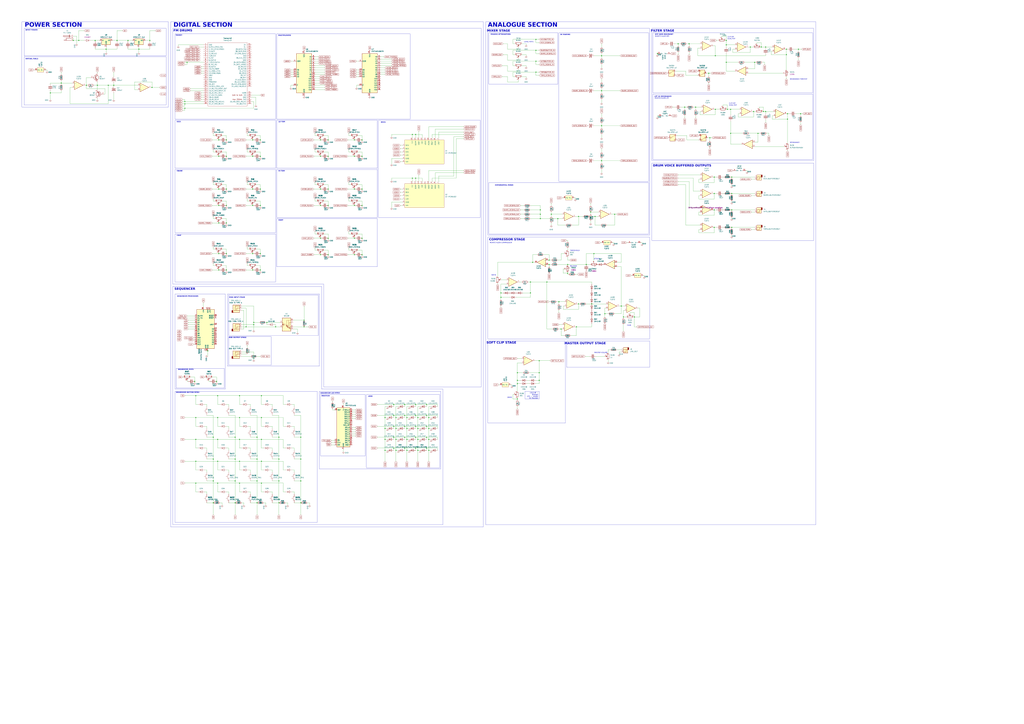
<source format=kicad_sch>
(kicad_sch (version 20250114) (generator "eeschema") (generator_version "9.0")
  (paper "A0")
  (rectangle (start 439.42 139.7) (end 557.53 252.73))
  (rectangle (start 265.43 391.16) (end 314.96 424.18))
  (rectangle (start 25.4 25.4) (end 195.58 124.46))
  (rectangle (start 203.2 39.37) (end 320.04 138.43))
  (rectangle (start 204.47 427.99) (end 260.35 450.85))
  (rectangle (start 372.11 458.47) (end 424.18 529.59))
  (rectangle (start 321.31 254) (end 438.15 309.88))
  (rectangle (start 425.45 458.47) (end 510.54 543.56))
  (rectangle (start 203.2 139.7) (end 320.04 195.58))
  (rectangle (start 566.42 33.02) (end 754.38 273.05))
  (rectangle (start 27.94 33.02) (end 193.04 64.77))
  (rectangle (start 756.92 189.484) (end 944.88 279.4))
  (rectangle (start 203.2 196.85) (end 320.04 270.51))
  (rectangle (start 563.88 25.4) (end 947.42 609.6))
  (rectangle (start 27.94 66.04) (end 193.04 121.92))
  (rectangle (start 758.19 109.22) (end 943.61 185.42))
  (rectangle (start 203.2 341.63) (end 261.62 452.12))
  (rectangle (start 321.31 139.7) (end 438.15 195.58))
  (rectangle (start 566.42 396.24) (end 656.59 491.49))
  (rectangle (start 321.31 196.85) (end 438.15 252.73))
  (rectangle (start 203.2 454.66) (end 368.3 607.06))
  (rectangle (start 657.86 396.24) (end 754.38 426.72))
  (rectangle (start 756.92 33.02) (end 944.88 186.69))
  (rectangle (start 203.2 271.78) (end 320.04 327.66))
  (rectangle (start 566.42 275.59) (end 754.38 393.7))
  (rectangle (start 321.31 39.37) (end 476.25 138.43))
  (rectangle (start 758.19 38.1) (end 943.61 107.95))
  (rectangle (start 567.69 38.1) (end 647.7 97.79))
  (rectangle (start 567.69 212.09) (end 753.11 271.78))
  (rectangle (start 198.12 25.4) (end 561.34 612.14))
  (rectangle (start 648.97 38.1) (end 753.11 210.82))
  (rectangle (start 370.84 454.66) (end 511.81 544.83))
  (rectangle (start 265.43 342.9) (end 369.57 389.89))
  (rectangle (start 264.16 341.63) (end 370.84 425.45))
  (text "MORITZ KLEIN LPF" (at 760.222 114.554 0) (effects (font (size 1.27 1.27)) (justify left)))
  (text "INPUT POWER\n" (at 29.464 35.306 0) (effects (font (size 1.27 1.27) (thickness 0.254) (bold yes)) (justify left)))
  (text "RATIO" (at 570.738 320.04 0) (effects (font (size 1.27 1.27)) (justify left)))
  (text "FILTER STAGE\n" (at 769.366 36.576 0) (effects (font (size 2.54 2.54) (thickness 0.254) (bold yes))))
  (text "LO TOM\n" (at 323.342 141.986 0) (effects (font (size 1.27 1.27) (thickness 0.254) (bold yes)) (justify left)))
  (text "GAIN" (at 728.218 378.46 0) (effects (font (size 1.27 1.27)) (justify left)))
  (text "DIGITAL SECTION" (at 201.422 30.48 0) (effects (font (size 5.08 5.08) (thickness 1.016) (bold yes) (italic yes)) (justify left)))
  (text "MIDI OUTPUT STAGE" (at 275.844 392.684 0) (effects (font (size 1.27 1.27) (thickness 0.254) (bold yes))))
  (text "DIFFERENTIAL MIXER" (at 574.802 215.646 0) (effects (font (size 1.27 1.27) (thickness 0.254) (bold yes)) (justify left)))
  (text "CUT-OFF\nDUAL POT\n" (at 846.582 121.666 0) (effects (font (size 1.27 1.27)) (justify left)))
  (text "LPF W/ RESONANCE\n" (at 759.968 112.522 0) (effects (font (size 1.27 1.27) (thickness 0.254) (bold yes)) (justify left)))
  (text "RELEASE" (at 661.924 309.626 0) (effects (font (size 1.27 1.27)) (justify left)))
  (text "PASSIVE ATTENUATORS\n" (at 569.722 40.386 0) (effects (font (size 1.27 1.27) (thickness 0.254) (bold yes)) (justify left)))
  (text "RESONANCE TRIM POT" (at 917.194 92.456 0) (effects (font (size 1.27 1.27)) (justify left)))
  (text "DRIVE" (at 589.026 462.28 0) (effects (font (size 1.27 1.27)) (justify left)))
  (text "ANALOGUE SECTION\n" (at 566.42 30.48 0) (effects (font (size 5.08 5.08) (thickness 1.016) (bold yes) (italic yes)) (justify left)))
  (text "MAX7219\n" (at 373.38 460.502 0) (effects (font (size 1.27 1.27) (thickness 0.254) (bold yes)) (justify left)))
  (text "MIDI INPUT STAGE" (at 275.336 345.948 0) (effects (font (size 1.27 1.27) (thickness 0.254) (bold yes))))
  (text "SOFT CLIP STAGE\n" (at 582.168 399.034 0) (effects (font (size 2.54 2.54) (thickness 0.254) (bold yes))))
  (text "LEVEL POTS" (at 608.584 49.022 0) (effects (font (size 1.27 1.27)) (justify left)))
  (text "HI TOM" (at 323.342 199.136 0) (effects (font (size 1.27 1.27) (thickness 0.254) (bold yes)) (justify left)))
  (text "SEQUENCER BUTTON MTRX\n" (at 204.216 456.438 0) (effects (font (size 1.27 1.27) (thickness 0.254) (bold yes)) (justify left)))
  (text "FM DRUMS" (at 212.344 36.322 0) (effects (font (size 2.54 2.54) (thickness 0.254) (bold yes))))
  (text "MASTER OUTPUT STAGE\n" (at 679.45 399.796 0) (effects (font (size 2.54 2.54) (thickness 0.254) (bold yes))))
  (text "POWER SECTION" (at 28.702 30.48 0) (effects (font (size 5.08 5.08) (thickness 1.016) (bold yes) (italic yes)) (justify left)))
  (text "MORITZ KLEIN COMPRESSOR\n" (at 568.706 282.448 0) (effects (font (size 1.27 1.27)) (justify left)))
  (text "MORITZ KLEIN HPF" (at 760.476 42.672 0) (effects (font (size 1.27 1.27)) (justify left)))
  (text "OHAT" (at 323.342 256.286 0) (effects (font (size 1.27 1.27) (thickness 0.254) (bold yes)) (justify left)))
  (text "TEENSY " (at 208.026 41.402 0) (effects (font (size 1.27 1.27) (thickness 0.254) (bold yes))))
  (text "KICK" (at 205.232 141.986 0) (effects (font (size 1.27 1.27) (thickness 0.254) (bold yes)) (justify left)))
  (text "SEQUENCER_POTS\n" (at 215.646 429.768 0) (effects (font (size 1.27 1.27) (thickness 0.254) (bold yes))))
  (text "MIXER STAGE" (at 578.866 36.576 0) (effects (font (size 2.54 2.54) (thickness 0.254) (bold yes))))
  (text "HPF SEMI-RESONANT\n" (at 760.476 40.386 0) (effects (font (size 1.27 1.27) (thickness 0.254) (bold yes)) (justify left)))
  (text "SEQUENCER PROCESSOR\n" (at 217.932 344.678 0) (effects (font (size 1.27 1.27) (thickness 0.254) (bold yes))))
  (text "MASTER VOLUME\n" (at 690.118 410.21 0) (effects (font (size 1.27 1.27)) (justify left)))
  (text "LEDS" (at 427.482 461.01 0) (effects (font (size 1.27 1.27) (thickness 0.254) (bold yes)) (justify left)))
  (text "SEQUENCER LED MTRX\n" (at 371.856 457.2 0) (effects (font (size 1.27 1.27) (thickness 0.254) (bold yes)) (justify left)))
  (text "DC BIASING" (at 650.494 40.64 0) (effects (font (size 1.27 1.27) (thickness 0.254) (bold yes)) (justify left)))
  (text "CUT-OFF\nDUAL POT\n" (at 844.804 44.45 0) (effects (font (size 1.27 1.27)) (justify left)))
  (text "DACS" (at 442.214 142.494 0) (effects (font (size 1.27 1.27) (thickness 0.254) (bold yes)) (justify left)))
  (text "VIRTUAL RAILS\n" (at 29.464 68.834 0) (effects (font (size 1.27 1.27) (thickness 0.254) (bold yes)) (justify left)))
  (text "THRESHOLD\n" (at 661.924 291.592 0) (effects (font (size 1.27 1.27)) (justify left)))
  (text "SEQUENCER" (at 214.63 336.55 0) (effects (font (size 2.54 2.54) (thickness 0.254) (bold yes))))
  (text "CHAT" (at 205.232 274.066 0) (effects (font (size 1.27 1.27) (thickness 0.254) (bold yes)) (justify left)))
  (text "DRUM VOICE BUFFERED OUTPUTS\n" (at 758.19 193.294 0) (effects (font (size 2.54 2.54) (thickness 0.254) (bold yes)) (justify left)))
  (text "ATTACK" (at 689.61 301.244 0) (effects (font (size 1.27 1.27)) (justify left)))
  (text "RESONANCE" (at 917.194 166.116 0) (effects (font (size 1.27 1.27)) (justify left)))
  (text "COMPRESSOR STAGE\n" (at 567.944 279.146 0) (effects (font (size 2.54 2.54) (thickness 0.254) (bold yes)) (justify left)))
  (text "MULTIPLEXERS\n" (at 323.088 41.656 0) (effects (font (size 1.27 1.27) (thickness 0.254) (bold yes)) (justify left)))
  (text "SNARE" (at 205.232 199.136 0) (effects (font (size 1.27 1.27) (thickness 0.254) (bold yes)) (justify left)))
  (text_box "1N4148 - Sharper\nLED - Louder & Rounder" (at 609.6 454.66 0) (size 16.51 8.89) (margins 0.9525 0.9525 0.9525 0.9525) (effects (font (size 1.27 1.27)) (justify right top)))
  (junction (at 278.13 561.34))
  (junction (at 485.14 523.24))
  (junction (at 161.29 57.15))
  (junction (at 495.3 469.9))
  (junction (at 372.11 162.56))
  (junction (at 469.9 508))
  (junction (at 372.11 295.91))
  (junction (at 420.37 162.56))
  (junction (at 495.3 482.6))
  (junction (at 659.13 317.5))
  (junction (at 622.3 71.12))
  (junction (at 447.04 523.24))
  (junction (at 293.37 238.76))
  (junction (at 482.6 207.01))
  (junction (at 822.96 85.09))
  (junction (at 698.5 186.69))
  (junction (at 497.84 510.54))
  (junction (at 495.3 508))
  (junction (at 323.85 508))
  (junction (at 713.74 248.92))
  (junction (at 273.05 584.2))
  (junction (at 278.13 535.94))
  (junction (at 627.38 254))
  (junction (at 647.7 254))
  (junction (at 849.63 224.79))
  (junction (at 254 294.64))
  (junction (at 913.13 63.5))
  (junction (at 303.53 459.74))
  (junction (at 411.48 181.61))
  (junction (at 876.3 72.39))
  (junction (at 309.88 374.65))
  (junction (at 600.71 433.07))
  (junction (at 685.8 246.38))
  (junction (at 848.36 127))
  (junction (at 135.89 46.99))
  (junction (at 353.06 379.73))
  (junction (at 843.28 46.99))
  (junction (at 472.44 510.54))
  (junction (at 687.07 353.06))
  (junction (at 844.55 127))
  (junction (at 459.74 497.84))
  (junction (at 635 327.66))
  (junction (at 626.11 433.07))
  (junction (at 123.19 57.15))
  (junction (at 640.08 248.92))
  (junction (at 698.5 146.05))
  (junction (at 871.22 54.61))
  (junction (at 472.44 523.24))
  (junction (at 320.04 379.73))
  (junction (at 622.3 83.82))
  (junction (at 829.31 224.79))
  (junction (at 447.04 485.14))
  (junction (at 227.33 459.74))
  (junction (at 482.6 482.6))
  (junction (at 227.33 535.94))
  (junction (at 626.11 441.96))
  (junction (at 262.89 181.61))
  (junction (at 173.99 46.99))
  (junction (at 929.64 132.08))
  (junction (at 469.9 482.6))
  (junction (at 349.25 508))
  (junction (at 626.11 419.1))
  (junction (at 795.02 124.46))
  (junction (at 294.64 377.19))
  (junction (at 723.9 368.3))
  (junction (at 637.54 302.26))
  (junction (at 459.74 485.14))
  (junction (at 627.38 243.84))
  (junction (at 323.85 584.2))
  (junction (at 302.26 238.76))
  (junction (at 353.06 372.11))
  (junction (at 648.97 350.52))
  (junction (at 495.3 495.3))
  (junction (at 459.74 510.54))
  (junction (at 472.44 485.14))
  (junction (at 262.89 259.08))
  (junction (at 278.13 485.14))
  (junction (at 622.3 45.72))
  (junction (at 273.05 558.8))
  (junction (at 372.11 238.76))
  (junction (at 278.13 459.74))
  (junction (at 349.25 533.4))
  (junction (at 252.73 561.34))
  (junction (at 495.3 520.7))
  (junction (at 457.2 469.9))
  (junction (at 420.37 219.71))
  (junction (at 886.46 129.54))
  (junction (at 85.09 46.99))
  (junction (at 214.63 120.65))
  (junction (at 251.46 443.23))
  (junction (at 247.65 558.8))
  (junction (at 381 295.91))
  (junction (at 372.11 276.86))
  (junction (at 411.48 238.76))
  (junction (at 829.31 205.74))
  (junction (at 830.58 64.77))
  (junction (at 100.33 99.06))
  (junction (at 627.38 248.92))
  (junction (at 581.66 340.36))
  (junction (at 671.83 251.46))
  (junction (at 420.37 238.76))
  (junction (at 302.26 294.64))
  (junction (at 457.2 520.7))
  (junction (at 293.37 313.69))
  (junction (at 226.06 443.23))
  (junction (at 889 54.61))
  (junction (at 659.13 307.34))
  (junction (at 262.89 294.64))
  (junction (at 293.37 219.71))
  (junction (at 482.6 156.21))
  (junction (at 651.51 382.27))
  (junction (at 349.25 584.2))
  (junction (at 132.08 99.06))
  (junction (at 148.59 46.99))
  (junction (at 125.73 99.06))
  (junction (at 482.6 495.3))
  (junction (at 298.45 533.4))
  (junction (at 411.48 162.56))
  (junction (at 227.33 510.54))
  (junction (at 323.85 533.4))
  (junction (at 254 313.69))
  (junction (at 302.26 219.71))
  (junction (at 372.11 181.61))
  (junction (at 669.29 379.73))
  (junction (at 447.04 510.54))
  (junction (at 807.72 124.46))
  (junction (at 302.26 181.61))
  (junction (at 254 219.71))
  (junction (at 497.84 523.24))
  (junction (at 615.95 340.36))
  (junction (at 698.5 105.41))
  (junction (at 262.89 219.71))
  (junction (at 830.58 127))
  (junction (at 763.27 62.23))
  (junction (at 273.05 533.4))
  (junction (at 478.79 156.21))
  (junction (at 485.14 497.84))
  (junction (at 824.23 160.02))
  (junction (at 303.53 535.94))
  (junction (at 690.88 251.46))
  (junction (at 303.53 510.54))
  (junction (at 411.48 295.91))
  (junction (at 600.71 445.77))
  (junction (at 247.65 584.2))
  (junction (at 262.89 313.69))
  (junction (at 615.95 327.66))
  (junction (at 787.4 50.8))
  (junction (at 469.9 495.3))
  (junction (at 273.05 508))
  (junction (at 227.33 485.14))
  (junction (at 482.6 520.7))
  (junction (at 293.37 181.61))
  (junction (at 485.14 510.54))
  (junction (at 254 259.08))
  (junction (at 883.92 54.61))
  (junction (at 671.83 353.06))
  (junction (at 294.64 374.65))
  (junction (at 293.37 162.56))
  (junction (at 689.61 294.64))
  (junction (at 302.26 313.69))
  (junction (at 420.37 295.91))
  (junction (at 91.44 46.99))
  (junction (at 247.65 533.4))
  (junction (at 829.31 264.16))
  (junction (at 469.9 469.9))
  (junction (at 214.63 118.11))
  (junction (at 176.53 101.6))
  (junction (at 889 129.54))
  (junction (at 217.17 72.39))
  (junction (at 71.12 96.52))
  (junction (at 702.31 364.49))
  (junction (at 497.84 485.14))
  (junction (at 914.4 138.43))
  (junction (at 848.36 154.94))
  (junction (at 303.53 485.14))
  (junction (at 252.73 485.14))
  (junction (at 849.63 205.74))
  (junction (at 262.89 162.56))
  (junction (at 411.48 276.86))
  (junction (at 469.9 520.7))
  (junction (at 420.37 276.86))
  (junction (at 227.33 561.34))
  (junction (at 459.74 523.24))
  (junction (at 214.63 125.73))
  (junction (at 637.54 307.34))
  (junction (at 252.73 459.74))
  (junction (at 110.49 46.99))
  (junction (at 457.2 508))
  (junction (at 849.63 264.16))
  (junction (at 800.1 50.8))
  (junction (at 381 181.61))
  (junction (at 285.75 379.73))
  (junction (at 843.28 52.07))
  (junction (at 252.73 510.54))
  (junction (at 254 162.56))
  (junction (at 372.11 219.71))
  (junction (at 927.1 57.15))
  (junction (at 875.03 129.54))
  (junction (at 252.73 535.94))
  (junction (at 303.53 561.34))
  (junction (at 298.45 508))
  (junction (at 472.44 497.84))
  (junction (at 829.31 243.84))
  (junction (at 913.13 57.15))
  (junction (at 600.71 441.96))
  (junction (at 411.48 219.71))
  (junction (at 600.71 463.55))
  (junction (at 457.2 495.3))
  (junction (at 622.3 58.42))
  (junction (at 698.5 64.77))
  (junction (at 262.89 238.76))
  (junction (at 278.13 510.54))
  (junction (at 482.6 469.9))
  (junction (at 457.2 482.6))
  (junction (at 58.42 107.95))
  (junction (at 497.84 497.84))
  (junction (at 447.04 497.84))
  (junction (at 618.49 304.8))
  (junction (at 293.37 294.64))
  (junction (at 581.66 345.44))
  (junction (at 849.63 243.84))
  (junction (at 721.36 355.6))
  (junction (at 736.6 368.3))
  (junction (at 478.79 207.01))
  (junction (at 254 238.76))
  (junction (at 420.37 181.61))
  (junction (at 323.85 558.8))
  (junction (at 485.14 485.14))
  (junction (at 381 219.71))
  (junction (at 914.4 132.08))
  (junction (at 247.65 508))
  (junction (at 298.45 558.8))
  (junction (at 113.03 99.06))
  (junction (at 843.28 72.39))
  (junction (at 302.26 162.56))
  (junction (at 254 181.61))
  (junction (at 381 276.86))
  (junction (at 680.72 307.34))
  (junction (at 241.3 407.67))
  (junction (at 298.45 584.2))
  (junction (at 880.11 154.94))
  (junction (at 381 238.76))
  (junction (at 482.6 508))
  (junction (at 381 162.56))
  (junction (at 349.25 558.8))
  (wire (pts (xy 214.63 123.19) (xy 212.09 123.19)))
  (wire (pts (xy 255.27 294.64) (xy 254 294.64)))
  (wire (pts (xy 797.56 162.56) (xy 811.53 162.56)))
  (wire (pts (xy 373.38 219.71) (xy 372.11 219.71)))
  (wire (pts (xy 381 238.76) (xy 381 240.03)))
  (wire (pts (xy 482.6 520.7) (xy 469.9 520.7)))
  (wire (pts (xy 538.48 149.86) (xy 505.46 149.86)))
  (wire (pts (xy 878.84 49.53) (xy 883.92 49.53)))
  (wire (pts (xy 246.38 259.08) (xy 254 259.08)))
  (wire (pts (xy 398.78 468.63) (xy 398.78 471.17)))
  (wire (pts (xy 800.1 241.3) (xy 812.8 241.3)))
  (wire (pts (xy 365.76 101.6) (xy 377.19 101.6)))
  (wire (pts (xy 881.38 124.46) (xy 886.46 124.46)))
  (wire (pts (xy 285.75 358.14) (xy 280.67 358.14)))
  (wire (pts (xy 607.06 340.36) (xy 615.95 340.36)))
  (wire (pts (xy 328.93 469.9) (xy 328.93 459.74)))
  (wire (pts (xy 237.49 571.5) (xy 240.03 571.5)))
  (wire (pts (xy 214.63 72.39) (xy 217.17 72.39)))
  (wire (pts (xy 462.28 472.44) (xy 459.74 472.44)))
  (wire (pts (xy 811.53 231.14) (xy 829.31 231.14)))
  (wire (pts (xy 339.09 546.1) (xy 341.63 546.1)))
  (wire (pts (xy 323.85 533.4) (xy 323.85 508)))
  (wire (pts (xy 763.27 62.23) (xy 764.54 62.23)))
  (wire (pts (xy 247.65 157.48) (xy 250.19 157.48)))
  (wire (pts (xy 618.49 295.91) (xy 618.49 304.8)))
  (wire (pts (xy 224.79 394.97) (xy 226.06 394.97)))
  (wire (pts (xy 596.9 458.47) (xy 595.63 458.47)))
  (wire (pts (xy 233.68 80.01) (xy 236.22 80.01)))
  (wire (pts (xy 302.26 289.56) (xy 302.26 294.64)))
  (wire (pts (xy 160.02 104.14) (xy 156.21 104.14)))
  (wire (pts (xy 156.21 95.25) (xy 176.53 95.25)))
  (wire (pts (xy 254 181.61) (xy 254 180.34)))
  (wire (pts (xy 839.47 205.74) (xy 840.74 205.74)))
  (wire (pts (xy 316.23 571.5) (xy 316.23 574.04)))
  (wire (pts (xy 850.9 60.96) (xy 871.22 60.96)))
  (wire (pts (xy 71.12 105.41) (xy 71.12 107.95)))
  (wire (pts (xy 110.49 46.99) (xy 110.49 48.26)))
  (wire (pts (xy 914.4 132.08) (xy 913.13 132.08)))
  (wire (pts (xy 472.44 510.54) (xy 474.98 510.54)))
  (wire (pts (xy 58.42 105.41) (xy 58.42 107.95)))
  (wire (pts (xy 647.7 307.34) (xy 659.13 307.34)))
  (wire (pts (xy 247.65 308.61) (xy 250.19 308.61)))
  (wire (pts (xy 824.23 160.02) (xy 824.23 163.83)))
  (wire (pts (xy 420.37 233.68) (xy 420.37 238.76)))
  (wire (pts (xy 497.84 497.84) (xy 497.84 510.54)))
  (wire (pts (xy 883.92 54.61) (xy 889 54.61)))
  (wire (pts (xy 441.96 83.82) (xy 447.04 83.82)))
  (wire (pts (xy 843.28 54.61) (xy 843.28 52.07)))
  (wire (pts (xy 698.5 172.72) (xy 698.5 176.53)))
  (wire (pts (xy 278.13 546.1) (xy 278.13 535.94)))
  (wire (pts (xy 482.6 207.01) (xy 482.6 210.82)))
  (wire (pts (xy 257.81 254) (xy 262.89 254)))
  (wire (pts (xy 668.02 379.73) (xy 669.29 379.73)))
  (wire (pts (xy 640.08 248.92) (xy 652.78 248.92)))
  (wire (pts (xy 668.02 229.87) (xy 668.02 231.14)))
  (wire (pts (xy 280.67 520.7) (xy 278.13 520.7)))
  (wire (pts (xy 214.63 128.27) (xy 214.63 125.73)))
  (wire (pts (xy 637.54 350.52) (xy 638.81 350.52)))
  (wire (pts (xy 796.29 82.55) (xy 796.29 87.63)))
  (wire (pts (xy 787.4 210.82) (xy 800.1 210.82)))
  (wire (pts (xy 811.53 270.51) (xy 829.31 270.51)))
  (wire (pts (xy 721.36 309.88) (xy 721.36 355.6)))
  (wire (pts (xy 671.83 251.46) (xy 676.91 251.46)))
  (wire (pts (xy 262.89 157.48) (xy 262.89 162.56)))
  (wire (pts (xy 601.98 80.01) (xy 601.98 82.55)))
  (wire (pts (xy 861.06 167.64) (xy 848.36 167.64)))
  (wire (pts (xy 495.3 520.7) (xy 495.3 523.24)))
  (wire (pts (xy 485.14 485.14) (xy 487.68 485.14)))
  (wire (pts (xy 341.63 495.3) (xy 341.63 497.84)))
  (wire (pts (xy 252.73 561.34) (xy 278.13 561.34)))
  (wire (pts (xy 849.63 243.84) (xy 876.3 243.84)))
  (wire (pts (xy 262.89 254) (xy 262.89 259.08)))
  (wire (pts (xy 247.65 254) (xy 250.19 254)))
  (wire (pts (xy 914.4 138.43) (xy 914.4 132.08)))
  (wire (pts (xy 302.26 181.61) (xy 302.26 182.88)))
  (wire (pts (xy 365.76 88.9) (xy 370.84 88.9)))
  (wire (pts (xy 341.63 546.1) (xy 341.63 548.64)))
  (wire (pts (xy 415.29 176.53) (xy 420.37 176.53)))
  (wire (pts (xy 595.63 63.5) (xy 595.63 58.42)))
  (wire (pts (xy 365.76 83.82) (xy 377.19 83.82)))
  (wire (pts (xy 698.5 91.44) (xy 698.5 95.25)))
  (wire (pts (xy 381 233.68) (xy 381 238.76)))
  (wire (pts (xy 848.36 127) (xy 858.52 127)))
  (wire (pts (xy 687.07 327.66) (xy 635 327.66)))
  (wire (pts (xy 657.86 279.4) (xy 659.13 279.4)))
  (wire (pts (xy 414.02 71.12) (xy 416.56 71.12)))
  (wire (pts (xy 288.29 469.9) (xy 290.83 469.9)))
  (wire (pts (xy 373.38 238.76) (xy 372.11 238.76)))
  (wire (pts (xy 331.47 495.3) (xy 328.93 495.3)))
  (wire (pts (xy 265.43 520.7) (xy 265.43 523.24)))
  (wire (pts (xy 447.04 472.44) (xy 447.04 485.14)))
  (wire (pts (xy 600.71 445.77) (xy 600.71 441.96)))
  (wire (pts (xy 589.28 57.15) (xy 589.28 50.8)))
  (wire (pts (xy 745.49 281.94) (xy 744.22 281.94)))
  (wire (pts (xy 302.26 157.48) (xy 302.26 162.56)))
  (wire (pts (xy 704.85 261.62) (xy 713.74 261.62)))
  (wire (pts (xy 290.83 533.4) (xy 298.45 533.4)))
  (wire (pts (xy 501.65 207.01) (xy 529.59 207.01)))
  (wire (pts (xy 679.45 414.02) (xy 684.53 414.02)))
  (wire (pts (xy 807.72 134.62) (xy 807.72 137.16)))
  (wire (pts (xy 273.05 482.6) (xy 273.05 508)))
  (wire (pts (xy 742.95 358.14) (xy 740.41 358.14)))
  (wire (pts (xy 509.27 204.47) (xy 527.05 204.47)))
  (wire (pts (xy 255.27 259.08) (xy 254 259.08)))
  (wire (pts (xy 875.03 135.89) (xy 875.03 129.54)))
  (wire (pts (xy 252.73 535.94) (xy 278.13 535.94)))
  (wire (pts (xy 598.17 50.8) (xy 595.63 50.8)))
  (wire (pts (xy 420.37 176.53) (xy 420.37 181.61)))
  (wire (pts (xy 420.37 238.76) (xy 420.37 240.03)))
  (wire (pts (xy 485.14 472.44) (xy 485.14 485.14)))
  (wire (pts (xy 135.89 46.99) (xy 148.59 46.99)))
  (wire (pts (xy 464.82 223.52) (xy 467.36 223.52)))
  (wire (pts (xy 176.53 95.25) (xy 176.53 101.6)))
  (wire (pts (xy 365.76 290.83) (xy 368.3 290.83)))
  (wire (pts (xy 302.26 238.76) (xy 302.26 240.03)))
  (wire (pts (xy 81.28 101.6) (xy 81.28 120.65)))
  (wire (pts (xy 320.04 379.73) (xy 325.12 379.73)))
  (wire (pts (xy 490.22 210.82) (xy 490.22 207.01)))
  (wire (pts (xy 662.94 389.89) (xy 669.29 389.89)))
  (wire (pts (xy 581.66 340.36) (xy 584.2 340.36)))
  (wire (pts (xy 529.59 161.29) (xy 538.48 161.29)))
  (wire (pts (xy 132.08 96.52) (xy 132.08 99.06)))
  (wire (pts (xy 420.37 295.91) (xy 420.37 297.18)))
  (wire (pts (xy 278.13 520.7) (xy 278.13 510.54)))
  (wire (pts (xy 604.52 238.76) (xy 608.33 238.76)))
  (wire (pts (xy 441.96 66.04) (xy 445.77 66.04)))
  (wire (pts (xy 579.12 447.04) (xy 580.39 447.04)))
  (wire (pts (xy 365.76 99.06) (xy 377.19 99.06)))
  (wire (pts (xy 800.1 50.8) (xy 800.1 53.34)))
  (wire (pts (xy 814.07 129.54) (xy 812.8 129.54)))
  (wire (pts (xy 237.49 546.1) (xy 240.03 546.1)))
  (wire (pts (xy 85.09 44.45) (xy 85.09 46.99)))
  (wire (pts (xy 595.63 58.42) (xy 622.3 58.42)))
  (wire (pts (xy 356.87 584.2) (xy 359.41 584.2)))
  (wire (pts (xy 595.63 76.2) (xy 595.63 71.12)))
  (wire (pts (xy 485.14 497.84) (xy 487.68 497.84)))
  (wire (pts (xy 482.6 482.6) (xy 482.6 485.14)))
  (wire (pts (xy 408.94 483.87) (xy 412.75 483.87)))
  (wire (pts (xy 527.05 204.47) (xy 527.05 158.75)))
  (wire (pts (xy 830.58 53.34) (xy 830.58 64.77)))
  (wire (pts (xy 889 64.77) (xy 889 63.5)))
  (wire (pts (xy 447.04 523.24) (xy 449.58 523.24)))
  (wire (pts (xy 113.03 99.06) (xy 113.03 104.14)))
  (wire (pts (xy 405.13 269.24) (xy 405.13 271.78)))
  (wire (pts (xy 303.53 510.54) (xy 328.93 510.54)))
  (wire (pts (xy 411.48 219.71) (xy 411.48 218.44)))
  (wire (pts (xy 689.61 105.41) (xy 698.5 105.41)))
  (wire (pts (xy 913.13 57.15) (xy 914.4 57.15)))
  (wire (pts (xy 415.29 290.83) (xy 420.37 290.83)))
  (wire (pts (xy 601.98 69.85) (xy 589.28 69.85)))
  (wire (pts (xy 294.64 162.56) (xy 293.37 162.56)))
  (wire (pts (xy 233.68 85.09) (xy 236.22 85.09)))
  (polyline (pts (xy 375.92 330.2) (xy 375.92 449.58)))
  (wire (pts (xy 414.02 88.9) (xy 416.56 88.9)))
  (wire (pts (xy 246.38 181.61) (xy 254 181.61)))
  (wire (pts (xy 237.49 495.3) (xy 240.03 495.3)))
  (wire (pts (xy 712.47 281.94) (xy 711.2 281.94)))
  (wire (pts (xy 647.7 254) (xy 652.78 254)))
  (wire (pts (xy 372.11 181.61) (xy 372.11 180.34)))
  (wire (pts (xy 671.83 359.41) (xy 671.83 353.06)))
  (wire (pts (xy 626.11 87.63) (xy 622.3 87.63)))
  (wire (pts (xy 495.3 508) (xy 495.3 510.54)))
  (polyline (pts (xy 373.38 452.12) (xy 373.38 332.74)))
  (wire (pts (xy 495.3 469.9) (xy 495.3 472.44)))
  (wire (pts (xy 895.35 63.5) (xy 913.13 63.5)))
  (wire (pts (xy 661.67 302.26) (xy 659.13 302.26)))
  (wire (pts (xy 240.03 571.5) (xy 240.03 574.04)))
  (wire (pts (xy 721.36 364.49) (xy 713.74 364.49)))
  (wire (pts (xy 622.3 71.12) (xy 626.11 71.12)))
  (wire (pts (xy 331.47 520.7) (xy 328.93 520.7)))
  (wire (pts (xy 731.52 363.22) (xy 736.6 363.22)))
  (wire (pts (xy 323.85 482.6) (xy 316.23 482.6)))
  (wire (pts (xy 278.13 469.9) (xy 278.13 459.74)))
  (wire (pts (xy 508 472.44) (xy 508 469.9)))
  (wire (pts (xy 331.47 469.9) (xy 328.93 469.9)))
  (wire (pts (xy 718.82 355.6) (xy 721.36 355.6)))
  (wire (pts (xy 148.59 55.88) (xy 148.59 57.15)))
  (wire (pts (xy 637.54 302.26) (xy 640.08 302.26)))
  (wire (pts (xy 508 508) (xy 495.3 508)))
  (wire (pts (xy 265.43 469.9) (xy 265.43 472.44)))
  (wire (pts (xy 285.75 379.73) (xy 285.75 358.14)))
  (wire (pts (xy 252.73 546.1) (xy 255.27 546.1)))
  (wire (pts (xy 622.3 87.63) (xy 622.3 83.82)))
  (wire (pts (xy 497.84 472.44) (xy 497.84 485.14)))
  (wire (pts (xy 100.33 99.06) (xy 101.6 99.06)))
  (wire (pts (xy 294.64 374.65) (xy 294.64 377.19)))
  (wire (pts (xy 135.89 55.88) (xy 135.89 57.15)))
  (wire (pts (xy 408.94 478.79) (xy 412.75 478.79)))
  (wire (pts (xy 298.45 414.02) (xy 302.26 414.02)))
  (wire (pts (xy 408.94 501.65) (xy 412.75 501.65)))
  (wire (pts (xy 896.62 134.62) (xy 896.62 138.43)))
  (wire (pts (xy 411.48 162.56) (xy 411.48 161.29)))
  (wire (pts (xy 850.9 57.15) (xy 850.9 60.96)))
  (wire (pts (xy 252.73 546.1) (xy 252.73 535.94)))
  (wire (pts (xy 469.9 469.9) (xy 457.2 469.9)))
  (wire (pts (xy 294.64 377.19) (xy 280.67 377.19)))
  (wire (pts (xy 595.63 45.72) (xy 622.3 45.72)))
  (wire (pts (xy 464.82 231.14) (xy 467.36 231.14)))
  (wire (pts (xy 721.36 355.6) (xy 725.17 355.6)))
  (wire (pts (xy 125.73 99.06) (xy 132.08 99.06)))
  (wire (pts (xy 595.63 71.12) (xy 622.3 71.12)))
  (wire (pts (xy 829.31 231.14) (xy 829.31 224.79)))
  (wire (pts (xy 685.8 256.54) (xy 685.8 259.08)))
  (wire (pts (xy 247.65 287.02) (xy 247.65 289.56)))
  (wire (pts (xy 914.4 132.08) (xy 916.94 132.08)))
  (wire (pts (xy 482.6 482.6) (xy 469.9 482.6)))
  (wire (pts (xy 800.1 60.96) (xy 800.1 63.5)))
  (wire (pts (xy 242.57 443.23) (xy 242.57 441.96)))
  (wire (pts (xy 257.81 289.56) (xy 262.89 289.56)))
  (wire (pts (xy 252.73 561.34) (xy 227.33 561.34)))
  (wire (pts (xy 227.33 469.9) (xy 229.87 469.9)))
  (wire (pts (xy 786.13 157.48) (xy 797.56 157.48)))
  (wire (pts (xy 849.63 264.16) (xy 876.3 264.16)))
  (wire (pts (xy 110.49 55.88) (xy 110.49 57.15)))
  (wire (pts (xy 497.84 510.54) (xy 500.38 510.54)))
  (wire (pts (xy 721.36 355.6) (xy 721.36 364.49)))
  (wire (pts (xy 811.53 227.33) (xy 811.53 231.14)))
  (wire (pts (xy 302.26 233.68) (xy 302.26 238.76)))
  (wire (pts (xy 420.37 181.61) (xy 420.37 182.88)))
  (wire (pts (xy 626.11 74.93) (xy 622.3 74.93)))
  (wire (pts (xy 612.14 441.96) (xy 614.68 441.96)))
  (wire (pts (xy 454.66 184.15) (xy 467.36 184.15)))
  (wire (pts (xy 601.98 57.15) (xy 589.28 57.15)))
  (wire (pts (xy 328.93 495.3) (xy 328.93 485.14)))
  (wire (pts (xy 595.63 50.8) (xy 595.63 45.72)))
  (wire (pts (xy 278.13 485.14) (xy 303.53 485.14)))
  (wire (pts (xy 811.53 250.19) (xy 829.31 250.19)))
  (wire (pts (xy 226.06 438.15) (xy 226.06 443.23)))
  (wire (pts (xy 381 162.56) (xy 381 163.83)))
  (wire (pts (xy 878.84 50.8) (xy 878.84 49.53)))
  (wire (pts (xy 671.83 353.06) (xy 673.1 353.06)))
  (wire (pts (xy 240.03 584.2) (xy 247.65 584.2)))
  (wire (pts (xy 914.4 138.43) (xy 914.4 166.37)))
  (wire (pts (xy 247.65 154.94) (xy 247.65 157.48)))
  (wire (pts (xy 313.69 520.7) (xy 316.23 520.7)))
  (wire (pts (xy 684.53 251.46) (xy 690.88 251.46)))
  (wire (pts (xy 472.44 485.14) (xy 474.98 485.14)))
  (wire (pts (xy 659.13 318.77) (xy 659.13 317.5)))
  (wire (pts (xy 341.63 469.9) (xy 341.63 472.44)))
  (wire (pts (xy 273.05 533.4) (xy 273.05 558.8)))
  (wire (pts (xy 341.63 558.8) (xy 349.25 558.8)))
  (wire (pts (xy 110.49 57.15) (xy 123.19 57.15)))
  (wire (pts (xy 887.73 74.93) (xy 887.73 72.39)))
  (wire (pts (xy 441.96 81.28) (xy 447.04 81.28)))
  (wire (pts (xy 718.82 408.94) (xy 721.36 408.94)))
  (wire (pts (xy 420.37 271.78) (xy 420.37 276.86)))
  (wire (pts (xy 365.76 212.09) (xy 365.76 214.63)))
  (wire (pts (xy 365.76 86.36) (xy 377.19 86.36)))
  (wire (pts (xy 687.07 353.06) (xy 703.58 353.06)))
  (wire (pts (xy 501.65 210.82) (xy 501.65 207.01)))
  (wire (pts (xy 454.66 241.3) (xy 454.66 234.95)))
  (wire (pts (xy 839.47 243.84) (xy 840.74 243.84)))
  (wire (pts (xy 303.53 495.3) (xy 303.53 485.14)))
  (wire (pts (xy 297.18 113.03) (xy 297.18 121.92)))
  (wire (pts (xy 647.7 302.26) (xy 651.51 302.26)))
  (wire (pts (xy 246.38 219.71) (xy 254 219.71)))
  (wire (pts (xy 604.52 248.92) (xy 608.33 248.92)))
  (wire (pts (xy 287.02 231.14) (xy 287.02 233.68)))
  (wire (pts (xy 589.28 50.8) (xy 584.2 50.8)))
  (wire (pts (xy 341.63 571.5) (xy 341.63 574.04)))
  (wire (pts (xy 328.93 571.5) (xy 331.47 571.5)))
  (wire (pts (xy 464.82 227.33) (xy 467.36 227.33)))
  (wire (pts (xy 797.56 50.8) (xy 800.1 50.8)))
  (wire (pts (xy 457.2 482.6) (xy 457.2 485.14)))
  (wire (pts (xy 252.73 520.7) (xy 252.73 510.54)))
  (wire (pts (xy 262.89 176.53) (xy 262.89 181.61)))
  (wire (pts (xy 405.13 154.94) (xy 405.13 157.48)))
  (wire (pts (xy 648.97 360.68) (xy 648.97 363.22)))
  (wire (pts (xy 85.09 46.99) (xy 91.44 46.99)))
  (wire (pts (xy 340.36 372.11) (xy 353.06 372.11)))
  (wire (pts (xy 373.38 295.91) (xy 372.11 295.91)))
  (wire (pts (xy 787.4 60.96) (xy 787.4 63.5)))
  (wire (pts (xy 241.3 407.67) (xy 241.3 414.02)))
  (wire (pts (xy 218.44 443.23) (xy 217.17 443.23)))
  (wire (pts (xy 615.95 248.92) (xy 627.38 248.92)))
  (wire (pts (xy 849.63 252.73) (xy 849.63 254)))
  (wire (pts (xy 405.13 290.83) (xy 407.67 290.83)))
  (wire (pts (xy 254 162.56) (xy 254 161.29)))
  (wire (pts (xy 412.75 238.76) (xy 411.48 238.76)))
  (wire (pts (xy 316.23 584.2) (xy 323.85 584.2)))
  (wire (pts (xy 214.63 459.74) (xy 227.33 459.74)))
  (wire (pts (xy 508 523.24) (xy 508 520.7)))
  (wire (pts (xy 375.92 271.78) (xy 381 271.78)))
  (wire (pts (xy 403.86 162.56) (xy 411.48 162.56)))
  (wire (pts (xy 339.09 495.3) (xy 341.63 495.3)))
  (wire (pts (xy 142.24 35.56) (xy 135.89 35.56)))
  (wire (pts (xy 736.6 363.22) (xy 736.6 368.3)))
  (wire (pts (xy 478.79 207.01) (xy 482.6 207.01)))
  (wire (pts (xy 71.12 96.52) (xy 71.12 97.79)))
  (wire (pts (xy 214.63 485.14) (xy 227.33 485.14)))
  (wire (pts (xy 168.91 46.99) (xy 173.99 46.99)))
  (wire (pts (xy 646.43 350.52) (xy 648.97 350.52)))
  (wire (pts (xy 812.8 266.7) (xy 811.53 266.7)))
  (wire (pts (xy 398.78 521.97) (xy 398.78 524.51)))
  (wire (pts (xy 83.82 101.6) (xy 81.28 101.6)))
  (wire (pts (xy 306.07 546.1) (xy 303.53 546.1)))
  (polyline (pts (xy 200.66 332.74) (xy 373.38 332.74)))
  (wire (pts (xy 495.3 495.3) (xy 482.6 495.3)))
  (wire (pts (xy 91.44 46.99) (xy 97.79 46.99)))
  (wire (pts (xy 224.79 400.05) (xy 226.06 400.05)))
  (wire (pts (xy 227.33 485.14) (xy 227.33 495.3)))
  (wire (pts (xy 110.49 46.99) (xy 115.57 46.99)))
  (wire (pts (xy 807.72 127) (xy 807.72 124.46)))
  (wire (pts (xy 490.22 207.01) (xy 482.6 207.01)))
  (wire (pts (xy 787.4 50.8) (xy 789.94 50.8)))
  (wire (pts (xy 113.03 114.3) (xy 113.03 115.57)))
  (wire (pts (xy 262.89 289.56) (xy 262.89 294.64)))
  (wire (pts (xy 886.46 124.46) (xy 886.46 129.54)))
  (wire (pts (xy 341.63 533.4) (xy 349.25 533.4)))
  (wire (pts (xy 599.44 345.44) (xy 615.95 345.44)))
  (wire (pts (xy 876.3 170.18) (xy 910.59 170.18)))
  (wire (pts (xy 364.49 276.86) (xy 372.11 276.86)))
  (wire (pts (xy 411.48 181.61) (xy 411.48 180.34)))
  (wire (pts (xy 323.85 558.8) (xy 323.85 533.4)))
  (wire (pts (xy 858.52 132.08) (xy 857.25 132.08)))
  (wire (pts (xy 237.49 469.9) (xy 240.03 469.9)))
  (wire (pts (xy 441.96 86.36) (xy 447.04 86.36)))
  (wire (pts (xy 254 238.76) (xy 254 237.49)))
  (wire (pts (xy 302.26 162.56) (xy 302.26 163.83)))
  (wire (pts (xy 306.07 495.3) (xy 303.53 495.3)))
  (wire (pts (xy 812.8 261.62) (xy 796.29 261.62)))
  (wire (pts (xy 881.38 124.46) (xy 881.38 125.73)))
  (wire (pts (xy 39.37 81.28) (xy 40.64 81.28)))
  (wire (pts (xy 341.63 508) (xy 349.25 508)))
  (wire (pts (xy 927.1 67.31) (xy 927.1 69.85)))
  (wire (pts (xy 454.66 190.5) (xy 454.66 184.15)))
  (wire (pts (xy 538.48 200.66) (xy 505.46 200.66)))
  (wire (pts (xy 337.82 88.9) (xy 340.36 88.9)))
  (wire (pts (xy 176.53 101.6) (xy 175.26 101.6)))
  (wire (pts (xy 595.63 88.9) (xy 595.63 83.82)))
  (wire (pts (xy 595.63 458.47) (xy 595.63 463.55)))
  (wire (pts (xy 508 482.6) (xy 495.3 482.6)))
  (wire (pts (xy 615.95 238.76) (xy 627.38 238.76)))
  (wire (pts (xy 605.79 421.64) (xy 600.71 421.64)))
  (wire (pts (xy 654.05 355.6) (xy 654.05 359.41)))
  (wire (pts (xy 320.04 377.19) (xy 320.04 379.73)))
  (wire (pts (xy 895.35 59.69) (xy 895.35 63.5)))
  (wire (pts (xy 478.79 156.21) (xy 482.6 156.21)))
  (wire (pts (xy 252.73 495.3) (xy 252.73 485.14)))
  (wire (pts (xy 604.52 243.84) (xy 608.33 243.84)))
  (wire (pts (xy 929.64 142.24) (xy 929.64 144.78)))
  (wire (pts (xy 381 214.63) (xy 381 219.71)))
  (wire (pts (xy 509.27 210.82) (xy 509.27 204.47)))
  (wire (pts (xy 306.07 469.9) (xy 303.53 469.9)))
  (wire (pts (xy 287.02 308.61) (xy 289.56 308.61)))
  (wire (pts (xy 316.23 469.9) (xy 316.23 472.44)))
  (wire (pts (xy 736.6 368.3) (xy 742.95 368.3)))
  (wire (pts (xy 247.65 173.99) (xy 247.65 176.53)))
  (wire (pts (xy 864.87 72.39) (xy 876.3 72.39)))
  (wire (pts (xy 668.02 229.87) (xy 666.75 229.87)))
  (wire (pts (xy 830.58 133.35) (xy 830.58 127)))
  (wire (pts (xy 713.74 248.92) (xy 709.93 248.92)))
  (wire (pts (xy 105.41 46.99) (xy 110.49 46.99)))
  (wire (pts (xy 723.9 368.3) (xy 727.71 368.3)))
  (wire (pts (xy 829.31 205.74) (xy 831.85 205.74)))
  (wire (pts (xy 868.68 85.09) (xy 909.32 85.09)))
  (wire (pts (xy 637.54 295.91) (xy 637.54 302.26)))
  (wire (pts (xy 285.75 294.64) (xy 293.37 294.64)))
  (wire (pts (xy 914.4 173.99) (xy 914.4 175.26)))
  (wire (pts (xy 647.7 261.62) (xy 647.7 254)))
  (wire (pts (xy 655.32 355.6) (xy 654.05 355.6)))
  (wire (pts (xy 622.3 74.93) (xy 622.3 71.12)))
  (wire (pts (xy 454.66 234.95) (xy 467.36 234.95)))
  (wire (pts (xy 698.5 62.23) (xy 698.5 64.77)))
  (wire (pts (xy 278.13 535.94) (xy 303.53 535.94)))
  (wire (pts (xy 622.3 58.42) (xy 626.11 58.42)))
  (wire (pts (xy 381 295.91) (xy 381 297.18)))
  (wire (pts (xy 262.89 219.71) (xy 262.89 220.98)))
  (wire (pts (xy 405.13 288.29) (xy 405.13 290.83)))
  (wire (pts (xy 386.08 466.09) (xy 386.08 467.36)))
  (wire (pts (xy 246.38 162.56) (xy 254 162.56)))
  (wire (pts (xy 478.79 160.02) (xy 478.79 156.21)))
  (wire (pts (xy 640.08 259.08) (xy 640.08 261.62)))
  (wire (pts (xy 627.38 254) (xy 647.7 254)))
  (wire (pts (xy 265.43 558.8) (xy 273.05 558.8)))
  (wire (pts (xy 464.82 172.72) (xy 467.36 172.72)))
  (wire (pts (xy 589.28 63.5) (xy 584.2 63.5)))
  (wire (pts (xy 214.63 115.57) (xy 214.63 118.11)))
  (wire (pts (xy 233.68 77.47) (xy 236.22 77.47)))
  (wire (pts (xy 883.92 54.61) (xy 882.65 54.61)))
  (wire (pts (xy 689.61 294.64) (xy 689.61 303.53)))
  (wire (pts (xy 698.5 50.8) (xy 698.5 54.61)))
  (wire (pts (xy 640.08 246.38) (xy 640.08 248.92)))
  (wire (pts (xy 173.99 55.88) (xy 173.99 57.15)))
  (wire (pts (xy 614.68 433.07) (xy 626.11 433.07)))
  (wire (pts (xy 214.63 535.94) (xy 227.33 535.94)))
  (polyline (pts (xy 558.8 449.58) (xy 558.8 33.02)))
  (wire (pts (xy 876.3 72.39) (xy 876.3 80.01)))
  (wire (pts (xy 303.53 561.34) (xy 328.93 561.34)))
  (wire (pts (xy 285.75 181.61) (xy 293.37 181.61)))
  (wire (pts (xy 469.9 520.7) (xy 469.9 523.24)))
  (wire (pts (xy 247.65 289.56) (xy 250.19 289.56)))
  (wire (pts (xy 384.81 516.89) (xy 388.62 516.89)))
  (wire (pts (xy 713.74 248.92) (xy 713.74 261.62)))
  (wire (pts (xy 464.82 168.91) (xy 467.36 168.91)))
  (wire (pts (xy 290.83 558.8) (xy 298.45 558.8)))
  (wire (pts (xy 581.66 355.6) (xy 581.66 356.87)))
  (wire (pts (xy 54.61 81.28) (xy 54.61 82.55)))
  (wire (pts (xy 698.5 102.87) (xy 698.5 105.41)))
  (wire (pts (xy 290.83 469.9) (xy 290.83 472.44)))
  (wire (pts (xy 359.41 584.2) (xy 359.41 586.74)))
  (wire (pts (xy 365.76 93.98) (xy 370.84 93.98)))
  (wire (pts (xy 283.21 584.2) (xy 283.21 586.74)))
  (wire (pts (xy 328.93 520.7) (xy 328.93 510.54)))
  (wire (pts (xy 412.75 276.86) (xy 411.48 276.86)))
  (wire (pts (xy 601.98 95.25) (xy 589.28 95.25)))
  (wire (pts (xy 297.18 157.48) (xy 302.26 157.48)))
  (wire (pts (xy 292.1 110.49) (xy 302.26 110.49)))
  (polyline (pts (xy 200.66 609.6) (xy 514.35 609.6)))
  (wire (pts (xy 781.05 124.46) (xy 783.59 124.46)))
  (wire (pts (xy 795.02 124.46) (xy 795.02 127)))
  (wire (pts (xy 257.81 176.53) (xy 262.89 176.53)))
  (wire (pts (xy 331.47 546.1) (xy 328.93 546.1)))
  (wire (pts (xy 252.73 510.54) (xy 278.13 510.54)))
  (wire (pts (xy 849.63 264.16) (xy 848.36 264.16)))
  (wire (pts (xy 135.89 35.56) (xy 135.89 46.99)))
  (wire (pts (xy 622.3 49.53) (xy 622.3 45.72)))
  (wire (pts (xy 365.76 154.94) (xy 365.76 157.48)))
  (wire (pts (xy 438.15 508) (xy 457.2 508)))
  (wire (pts (xy 848.36 127) (xy 844.55 127)))
  (wire (pts (xy 290.83 520.7) (xy 290.83 523.24)))
  (wire (pts (xy 687.07 375.92) (xy 687.07 379.73)))
  (wire (pts (xy 697.23 281.94) (xy 698.5 281.94)))
  (wire (pts (xy 252.73 485.14) (xy 227.33 485.14)))
  (wire (pts (xy 627.38 243.84) (xy 627.38 248.92)))
  (wire (pts (xy 640.08 248.92) (xy 640.08 251.46)))
  (wire (pts (xy 464.82 238.76) (xy 467.36 238.76)))
  (wire (pts (xy 641.35 382.27) (xy 635 382.27)))
  (wire (pts (xy 610.87 52.07) (xy 610.87 50.8)))
  (wire (pts (xy 294.64 118.11) (xy 294.64 125.73)))
  (wire (pts (xy 600.71 421.64) (xy 600.71 433.07)))
  (wire (pts (xy 403.86 219.71) (xy 411.48 219.71)))
  (wire (pts (xy 848.36 167.64) (xy 848.36 154.94)))
  (wire (pts (xy 247.65 233.68) (xy 250.19 233.68)))
  (wire (pts (xy 420.37 290.83) (xy 420.37 295.91)))
  (wire (pts (xy 631.19 295.91) (xy 637.54 295.91)))
  (wire (pts (xy 716.28 309.88) (xy 721.36 309.88)))
  (wire (pts (xy 411.48 295.91) (xy 411.48 294.64)))
  (wire (pts (xy 929.64 134.62) (xy 929.64 132.08)))
  (wire (pts (xy 255.27 181.61) (xy 254 181.61)))
  (wire (pts (xy 415.29 214.63) (xy 420.37 214.63)))
  (wire (pts (xy 290.83 546.1) (xy 290.83 548.64)))
  (wire (pts (xy 871.22 54.61) (xy 875.03 54.61)))
  (wire (pts (xy 403.86 181.61) (xy 411.48 181.61)))
  (wire (pts (xy 302.26 294.64) (xy 302.26 295.91)))
  (wire (pts (xy 883.92 49.53) (xy 883.92 54.61)))
  (wire (pts (xy 227.33 495.3) (xy 229.87 495.3)))
  (wire (pts (xy 648.97 350.52) (xy 655.32 350.52)))
  (wire (pts (xy 278.13 571.5) (xy 278.13 561.34)))
  (wire (pts (xy 58.42 96.52) (xy 71.12 96.52)))
  (wire (pts (xy 464.82 176.53) (xy 467.36 176.53)))
  (wire (pts (xy 685.8 236.22) (xy 685.8 238.76)))
  (wire (pts (xy 807.72 124.46) (xy 805.18 124.46)))
  (wire (pts (xy 408.94 486.41) (xy 412.75 486.41)))
  (wire (pts (xy 123.19 54.61) (xy 123.19 57.15)))
  (wire (pts (xy 412.75 295.91) (xy 411.48 295.91)))
  (wire (pts (xy 313.69 469.9) (xy 316.23 469.9)))
  (wire (pts (xy 913.13 63.5) (xy 913.13 57.15)))
  (wire (pts (xy 252.73 469.9) (xy 255.27 469.9)))
  (wire (pts (xy 582.93 76.2) (xy 589.28 76.2)))
  (wire (pts (xy 237.49 520.7) (xy 240.03 520.7)))
  (wire (pts (xy 656.59 261.62) (xy 647.7 261.62)))
  (wire (pts (xy 508 520.7) (xy 495.3 520.7)))
  (wire (pts (xy 844.55 127) (xy 843.28 127)))
  (wire (pts (xy 365.76 288.29) (xy 365.76 290.83)))
  (wire (pts (xy 637.54 307.34) (xy 640.08 307.34)))
  (wire (pts (xy 217.17 72.39) (xy 217.17 74.93)))
  (wire (pts (xy 669.29 379.73) (xy 687.07 379.73)))
  (wire (pts (xy 372.11 276.86) (xy 372.11 275.59)))
  (wire (pts (xy 105.41 90.17) (xy 100.33 90.17)))
  (wire (pts (xy 262.89 162.56) (xy 262.89 163.83)))
  (wire (pts (xy 459.74 472.44) (xy 459.74 485.14)))
  (wire (pts (xy 829.31 224.79) (xy 828.04 224.79)))
  (wire (pts (xy 414.02 99.06) (xy 416.56 99.06)))
  (wire (pts (xy 469.9 482.6) (xy 469.9 485.14)))
  (wire (pts (xy 872.49 208.28) (xy 876.3 208.28)))
  (wire (pts (xy 830.58 127) (xy 835.66 127)))
  (wire (pts (xy 843.28 52.07) (xy 843.28 46.99)))
  (wire (pts (xy 240.03 533.4) (xy 247.65 533.4)))
  (wire (pts (xy 240.03 508) (xy 247.65 508)))
  (wire (pts (xy 273.05 584.2) (xy 273.05 598.17)))
  (wire (pts (xy 698.5 132.08) (xy 698.5 135.89)))
  (wire (pts (xy 635 382.27) (xy 635 327.66)))
  (wire (pts (xy 294.64 238.76) (xy 293.37 238.76)))
  (wire (pts (xy 748.03 320.04) (xy 746.76 320.04)))
  (wire (pts (xy 469.9 520.7) (xy 457.2 520.7)))
  (wire (pts (xy 420.37 214.63) (xy 420.37 219.71)))
  (wire (pts (xy 497.84 198.12) (xy 538.48 198.12)))
  (wire (pts (xy 411.48 276.86) (xy 411.48 275.59)))
  (wire (pts (xy 871.22 54.61) (xy 868.68 54.61)))
  (wire (pts (xy 849.63 273.05) (xy 849.63 274.32)))
  (wire (pts (xy 414.02 101.6) (xy 414.02 99.06)))
  (wire (pts (xy 298.45 598.17) (xy 298.45 584.2)))
  (wire (pts (xy 581.66 340.36) (xy 581.66 345.44)))
  (wire (pts (xy 589.28 69.85) (xy 589.28 63.5)))
  (wire (pts (xy 497.84 523.24) (xy 497.84 535.94)))
  (wire (pts (xy 412.75 219.71) (xy 411.48 219.71)))
  (wire (pts (xy 692.15 414.02) (xy 702.31 414.02)))
  (wire (pts (xy 872.49 227.33) (xy 876.3 227.33)))
  (wire (pts (xy 375.92 157.48) (xy 381 157.48)))
  (wire (pts (xy 604.52 441.96) (xy 600.71 441.96)))
  (wire (pts (xy 420.37 162.56) (xy 420.37 163.83)))
  (wire (pts (xy 796.29 87.63) (xy 810.26 87.63)))
  (wire (pts (xy 622.3 441.96) (xy 626.11 441.96)))
  (wire (pts (xy 727.71 281.94) (xy 728.98 281.94)))
  (wire (pts (xy 447.04 510.54) (xy 449.58 510.54)))
  (wire (pts (xy 784.86 82.55) (xy 796.29 82.55)))
  (wire (pts (xy 288.29 571.5) (xy 290.83 571.5)))
  (wire (pts (xy 889 139.7) (xy 889 142.24)))
  (wire (pts (xy 411.48 238.76) (xy 411.48 237.49)))
  (wire (pts (xy 323.85 508) (xy 323.85 482.6)))
  (wire (pts (xy 500.38 472.44) (xy 497.84 472.44)))
  (wire (pts (xy 287.02 157.48) (xy 289.56 157.48)))
  (wire (pts (xy 796.29 261.62) (xy 796.29 214.63)))
  (wire (pts (xy 337.82 99.06) (xy 340.36 99.06)))
  (wire (pts (xy 148.59 57.15) (xy 161.29 57.15)))
  (wire (pts (xy 298.45 508) (xy 298.45 482.6)))
  (wire (pts (xy 337.82 86.36) (xy 340.36 86.36)))
  (wire (pts (xy 702.31 364.49) (xy 702.31 368.3)))
  (wire (pts (xy 459.74 510.54) (xy 459.74 523.24)))
  (wire (pts (xy 929.64 132.08) (xy 932.18 132.08)))
  (wire (pts (xy 58.42 107.95) (xy 58.42 115.57)))
  (wire (pts (xy 287.02 233.68) (xy 289.56 233.68)))
  (wire (pts (xy 247.65 251.46) (xy 247.65 254)))
  (wire (pts (xy 648.97 350.52) (xy 648.97 353.06)))
  (wire (pts (xy 843.28 52.07) (xy 853.44 52.07)))
  (wire (pts (xy 381 290.83) (xy 381 295.91)))
  (wire (pts (xy 415.29 271.78) (xy 420.37 271.78)))
  (wire (pts (xy 375.92 290.83) (xy 381 290.83)))
  (wire (pts (xy 212.09 438.15) (xy 213.36 438.15)))
  (wire (pts (xy 132.08 83.82) (xy 132.08 88.9)))
  (wire (pts (xy 109.22 99.06) (xy 113.03 99.06)))
  (wire (pts (xy 613.41 327.66) (xy 615.95 327.66)))
  (wire (pts (xy 365.76 176.53) (xy 368.3 176.53)))
  (wire (pts (xy 626.11 62.23) (xy 622.3 62.23)))
  (wire (pts (xy 603.25 327.66) (xy 605.79 327.66)))
  (wire (pts (xy 251.46 443.23) (xy 251.46 444.5)))
  (wire (pts (xy 927.1 57.15) (xy 922.02 57.15)))
  (wire (pts (xy 132.08 99.06) (xy 160.02 99.06)))
  (wire (pts (xy 464.82 180.34) (xy 467.36 180.34)))
  (wire (pts (xy 927.1 59.69) (xy 927.1 57.15)))
  (wire (pts (xy 610.87 64.77) (xy 610.87 63.5)))
  (wire (pts (xy 365.76 173.99) (xy 365.76 176.53)))
  (wire (pts (xy 280.67 414.02) (xy 290.83 414.02)))
  (wire (pts (xy 600.71 441.96) (xy 600.71 433.07)))
  (wire (pts (xy 797.56 157.48) (xy 797.56 162.56)))
  (wire (pts (xy 698.5 119.38) (xy 698.5 115.57)))
  (wire (pts (xy 723.9 360.68) (xy 725.17 360.68)))
  (wire (pts (xy 290.83 508) (xy 298.45 508)))
  (wire (pts (xy 640.08 236.22) (xy 640.08 238.76)))
  (wire (pts (xy 853.44 82.55) (xy 843.28 82.55)))
  (wire (pts (xy 420.37 157.48) (xy 420.37 162.56)))
  (wire (pts (xy 485.14 497.84) (xy 485.14 510.54)))
  (wire (pts (xy 302.26 219.71) (xy 302.26 220.98)))
  (wire (pts (xy 805.18 222.25) (xy 812.8 222.25)))
  (wire (pts (xy 787.4 207.01) (xy 805.18 207.01)))
  (wire (pts (xy 482.6 520.7) (xy 482.6 523.24)))
  (wire (pts (xy 589.28 95.25) (xy 589.28 88.9)))
  (wire (pts (xy 227.33 520.7) (xy 229.87 520.7)))
  (wire (pts (xy 588.01 330.2) (xy 581.66 330.2)))
  (wire (pts (xy 53.34 81.28) (xy 54.61 81.28)))
  (wire (pts (xy 233.68 110.49) (xy 236.22 110.49)))
  (wire (pts (xy 353.06 379.73) (xy 358.14 379.73)))
  (wire (pts (xy 257.81 584.2) (xy 257.81 586.74)))
  (wire (pts (xy 648.97 382.27) (xy 651.51 382.27)))
  (wire (pts (xy 227.33 571.5) (xy 229.87 571.5)))
  (wire (pts (xy 867.41 199.39) (xy 867.41 198.12)))
  (wire (pts (xy 872.49 266.7) (xy 876.3 266.7)))
  (wire (pts (xy 848.36 154.94) (xy 862.33 154.94)))
  (wire (pts (xy 302.26 308.61) (xy 302.26 313.69)))
  (wire (pts (xy 308.61 374.65) (xy 309.88 374.65)))
  (wire (pts (xy 318.77 377.19) (xy 320.04 377.19)))
  (wire (pts (xy 497.84 510.54) (xy 497.84 523.24)))
  (wire (pts (xy 365.76 66.04) (xy 369.57 66.04)))
  (wire (pts (xy 233.68 113.03) (xy 236.22 113.03)))
  (wire (pts (xy 447.04 485.14) (xy 447.04 497.84)))
  (wire (pts (xy 349.25 482.6) (xy 341.63 482.6)))
  (wire (pts (xy 372.11 238.76) (xy 372.11 237.49)))
  (wire (pts (xy 689.61 294.64) (xy 680.72 294.64)))
  (wire (pts (xy 247.65 214.63) (xy 250.19 214.63)))
  (wire (pts (xy 822.96 96.52) (xy 822.96 97.79)))
  (wire (pts (xy 254 259.08) (xy 254 257.81)))
  (wire (pts (xy 739.14 379.73) (xy 736.6 379.73)))
  (wire (pts (xy 227.33 459.74) (xy 227.33 469.9)))
  (wire (pts (xy 302.26 214.63) (xy 302.26 219.71)))
  (wire (pts (xy 294.64 377.19) (xy 294.64 383.54)))
  (wire (pts (xy 627.38 254) (xy 627.38 248.92)))
  (wire (pts (xy 365.76 71.12) (xy 369.57 71.12)))
  (wire (pts (xy 113.03 83.82) (xy 113.03 85.09)))
  (wire (pts (xy 381 181.61) (xy 381 182.88)))
  (wire (pts (xy 297.18 308.61) (xy 302.26 308.61)))
  (wire (pts (xy 365.76 231.14) (xy 365.76 233.68)))
  (wire (pts (xy 848.36 154.94) (xy 848.36 140.97)))
  (wire (pts (xy 214.63 123.19) (xy 214.63 120.65)))
  (wire (pts (xy 415.29 157.48) (xy 420.37 157.48)))
  (wire (pts (xy 262.89 214.63) (xy 262.89 219.71)))
  (wire (pts (xy 698.5 184.15) (xy 698.5 186.69)))
  (wire (pts (xy 381 271.78) (xy 381 276.86)))
  (wire (pts (xy 626.11 433.07) (xy 626.11 419.1)))
  (wire (pts (xy 381 219.71) (xy 381 220.98)))
  (wire (pts (xy 220.98 438.15) (xy 226.06 438.15)))
  (wire (pts (xy 173.99 46.99) (xy 173.99 48.26)))
  (wire (pts (xy 889 129.54) (xy 886.46 129.54)))
  (wire (pts (xy 839.47 224.79) (xy 840.74 224.79)))
  (wire (pts (xy 91.44 35.56) (xy 91.44 46.99)))
  (wire (pts (xy 85.09 41.91) (xy 88.9 41.91)))
  (wire (pts (xy 280.67 546.1) (xy 278.13 546.1)))
  (wire (pts (xy 889 132.08) (xy 889 129.54)))
  (wire (pts (xy 600.71 445.77) (xy 600.71 454.66)))
  (wire (pts (xy 459.74 485.14) (xy 462.28 485.14)))
  (wire (pts (xy 497.84 523.24) (xy 500.38 523.24)))
  (wire (pts (xy 659.13 302.26) (xy 659.13 298.45)))
  (wire (pts (xy 615.95 327.66) (xy 635 327.66)))
  (wire (pts (xy 457.2 495.3) (xy 457.2 497.84)))
  (wire (pts (xy 604.52 254) (xy 608.33 254)))
  (wire (pts (xy 280.67 360.68) (xy 283.21 360.68)))
  (wire (pts (xy 581.66 325.12) (xy 588.01 325.12)))
  (wire (pts (xy 698.5 186.69) (xy 720.09 186.69)))
  (wire (pts (xy 671.83 353.06) (xy 670.56 353.06)))
  (wire (pts (xy 626.11 419.1) (xy 638.81 419.1)))
  (wire (pts (xy 252.73 469.9) (xy 252.73 459.74)))
  (wire (pts (xy 495.3 520.7) (xy 482.6 520.7)))
  (wire (pts (xy 313.69 495.3) (xy 316.23 495.3)))
  (wire (pts (xy 577.85 304.8) (xy 618.49 304.8)))
  (wire (pts (xy 214.63 118.11) (xy 236.22 118.11)))
  (wire (pts (xy 849.63 207.01) (xy 849.63 205.74)))
  (wire (pts (xy 659.13 307.34) (xy 680.72 307.34)))
  (wire (pts (xy 364.49 219.71) (xy 372.11 219.71)))
  (wire (pts (xy 527.05 158.75) (xy 538.48 158.75)))
  (wire (pts (xy 353.06 355.6) (xy 353.06 372.11)))
  (wire (pts (xy 364.49 295.91) (xy 372.11 295.91)))
  (wire (pts (xy 349.25 558.8) (xy 349.25 533.4)))
  (wire (pts (xy 180.34 35.56) (xy 173.99 35.56)))
  (wire (pts (xy 381 157.48) (xy 381 162.56)))
  (wire (pts (xy 626.11 445.77) (xy 626.11 441.96)))
  (wire (pts (xy 252.73 485.14) (xy 278.13 485.14)))
  (wire (pts (xy 849.63 224.79) (xy 848.36 224.79)))
  (wire (pts (xy 485.14 510.54) (xy 485.14 523.24)))
  (wire (pts (xy 273.05 508) (xy 273.05 533.4)))
  (wire (pts (xy 610.87 88.9) (xy 605.79 88.9)))
  (wire (pts (xy 247.65 482.6) (xy 240.03 482.6)))
  (wire (pts (xy 843.28 62.23) (xy 843.28 72.39)))
  (wire (pts (xy 341.63 584.2) (xy 349.25 584.2)))
  (wire (pts (xy 812.8 129.54) (xy 812.8 133.35)))
  (wire (pts (xy 287.02 287.02) (xy 287.02 289.56)))
  (wire (pts (xy 601.98 54.61) (xy 601.98 57.15)))
  (wire (pts (xy 339.09 520.7) (xy 341.63 520.7)))
  (wire (pts (xy 791.21 124.46) (xy 795.02 124.46)))
  (wire (pts (xy 212.09 128.27) (xy 214.63 128.27)))
  (wire (pts (xy 71.12 83.82) (xy 71.12 86.36)))
  (wire (pts (xy 472.44 472.44) (xy 472.44 485.14)))
  (wire (pts (xy 135.89 46.99) (xy 135.89 48.26)))
  (wire (pts (xy 438.15 520.7) (xy 457.2 520.7)))
  (wire (pts (xy 839.47 264.16) (xy 840.74 264.16)))
  (wire (pts (xy 671.83 261.62) (xy 671.83 251.46)))
  (wire (pts (xy 598.17 76.2) (xy 595.63 76.2)))
  (wire (pts (xy 265.43 584.2) (xy 273.05 584.2)))
  (wire (pts (xy 501.65 156.21) (xy 501.65 160.02)))
  (wire (pts (xy 849.63 233.68) (xy 849.63 234.95)))
  (wire (pts (xy 303.53 469.9) (xy 303.53 459.74)))
  (wire (pts (xy 306.07 520.7) (xy 303.53 520.7)))
  (wire (pts (xy 685.8 307.34) (xy 680.72 307.34)))
  (wire (pts (xy 598.17 88.9) (xy 595.63 88.9)))
  (wire (pts (xy 655.32 389.89) (xy 651.51 389.89)))
  (wire (pts (xy 316.23 508) (xy 323.85 508)))
  (wire (pts (xy 71.12 96.52) (xy 83.82 96.52)))
  (wire (pts (xy 340.36 379.73) (xy 353.06 379.73)))
  (wire (pts (xy 265.43 495.3) (xy 265.43 497.84)))
  (wire (pts (xy 247.65 482.6) (xy 247.65 508)))
  (wire (pts (xy 441.96 78.74) (xy 447.04 78.74)))
  (wire (pts (xy 636.27 307.34) (xy 637.54 307.34)))
  (wire (pts (xy 486.41 152.4) (xy 486.41 160.02)))
  (wire (pts (xy 495.3 495.3) (xy 495.3 497.84)))
  (wire (pts (xy 497.84 497.84) (xy 500.38 497.84)))
  (wire (pts (xy 482.6 469.9) (xy 482.6 472.44)))
  (wire (pts (xy 887.73 72.39) (xy 885.19 72.39)))
  (wire (pts (xy 257.81 233.68) (xy 262.89 233.68)))
  (wire (pts (xy 405.13 212.09) (xy 405.13 214.63)))
  (wire (pts (xy 252.73 520.7) (xy 255.27 520.7)))
  (wire (pts (xy 373.38 181.61) (xy 372.11 181.61)))
  (wire (pts (xy 287.02 214.63) (xy 289.56 214.63)))
  (wire (pts (xy 495.3 482.6) (xy 482.6 482.6)))
  (wire (pts (xy 594.36 447.04) (xy 593.09 447.04)))
  (wire (pts (xy 497.84 485.14) (xy 500.38 485.14)))
  (wire (pts (xy 405.13 173.99) (xy 405.13 176.53)))
  (wire (pts (xy 288.29 495.3) (xy 290.83 495.3)))
  (wire (pts (xy 622.3 62.23) (xy 622.3 58.42)))
  (wire (pts (xy 298.45 482.6) (xy 290.83 482.6)))
  (wire (pts (xy 702.31 358.14) (xy 703.58 358.14)))
  (wire (pts (xy 293.37 162.56) (xy 293.37 161.29)))
  (wire (pts (xy 732.79 320.04) (xy 734.06 320.04)))
  (wire (pts (xy 472.44 523.24) (xy 474.98 523.24)))
  (wire (pts (xy 508 469.9) (xy 495.3 469.9)))
  (wire (pts (xy 309.88 377.19) (xy 309.88 374.65)))
  (wire (pts (xy 293.37 238.76) (xy 293.37 237.49)))
  (wire (pts (xy 365.76 81.28) (xy 377.19 81.28)))
  (wire (pts (xy 262.89 238.76) (xy 262.89 240.03)))
  (wire (pts (xy 651.51 294.64) (xy 655.32 294.64)))
  (wire (pts (xy 262.89 259.08) (xy 262.89 260.35)))
  (wire (pts (xy 651.51 382.27) (xy 652.78 382.27)))
  (wire (pts (xy 601.98 67.31) (xy 601.98 69.85)))
  (wire (pts (xy 820.42 85.09) (xy 822.96 85.09)))
  (wire (pts (xy 472.44 523.24) (xy 472.44 535.94)))
  (wire (pts (xy 265.43 571.5) (xy 265.43 574.04)))
  (wire (pts (xy 490.22 156.21) (xy 482.6 156.21)))
  (wire (pts (xy 706.12 417.83) (xy 706.12 420.37)))
  (wire (pts (xy 373.38 162.56) (xy 372.11 162.56)))
  (wire (pts (xy 787.4 53.34) (xy 787.4 50.8)))
  (wire (pts (xy 615.95 340.36) (xy 615.95 327.66)))
  (wire (pts (xy 821.69 160.02) (xy 824.23 160.02)))
  (wire (pts (xy 365.76 96.52) (xy 370.84 96.52)))
  (wire (pts (xy 627.38 238.76) (xy 627.38 243.84)))
  (wire (pts (xy 313.69 546.1) (xy 316.23 546.1)))
  (wire (pts (xy 497.84 147.32) (xy 497.84 160.02)))
  (wire (pts (xy 838.2 41.91) (xy 843.28 41.91)))
  (wire (pts (xy 252.73 571.5) (xy 252.73 561.34)))
  (wire (pts (xy 811.53 266.7) (xy 811.53 270.51)))
  (polyline (pts (xy 375.92 449.58) (xy 558.8 449.58)))
  (wire (pts (xy 889 54.61) (xy 896.62 54.61)))
  (wire (pts (xy 218.44 382.27) (xy 226.06 382.27)))
  (polyline (pts (xy 514.35 452.12) (xy 373.38 452.12)))
  (wire (pts (xy 292.1 113.03) (xy 297.18 113.03)))
  (wire (pts (xy 731.52 364.49) (xy 731.52 363.22)))
  (wire (pts (xy 610.87 50.8) (xy 605.79 50.8)))
  (wire (pts (xy 723.9 377.19) (xy 723.9 384.81)))
  (wire (pts (xy 365.76 76.2) (xy 377.19 76.2)))
  (wire (pts (xy 303.53 546.1) (xy 303.53 535.94)))
  (wire (pts (xy 287.02 212.09) (xy 287.02 214.63)))
  (wire (pts (xy 601.98 82.55) (xy 589.28 82.55)))
  (wire (pts (xy 438.15 469.9) (xy 457.2 469.9)))
  (wire (pts (xy 403.86 238.76) (xy 411.48 238.76)))
  (wire (pts (xy 876.3 72.39) (xy 877.57 72.39)))
  (wire (pts (xy 889 64.77) (xy 830.58 64.77)))
  (wire (pts (xy 287.02 154.94) (xy 287.02 157.48)))
  (wire (pts (xy 497.84 147.32) (xy 538.48 147.32)))
  (wire (pts (xy 615.95 254) (xy 627.38 254)))
  (wire (pts (xy 71.12 107.95) (xy 58.42 107.95)))
  (wire (pts (xy 810.26 64.77) (xy 830.58 64.77)))
  (wire (pts (xy 438.15 495.3) (xy 457.2 495.3)))
  (wire (pts (xy 287.02 289.56) (xy 289.56 289.56)))
  (wire (pts (xy 262.89 181.61) (xy 262.89 182.88)))
  (wire (pts (xy 420.37 276.86) (xy 420.37 278.13)))
  (wire (pts (xy 812.8 133.35) (xy 830.58 133.35)))
  (wire (pts (xy 265.43 508) (xy 273.05 508)))
  (wire (pts (xy 247.65 584.2) (xy 247.65 598.17)))
  (wire (pts (xy 220.98 102.87) (xy 236.22 102.87)))
  (wire (pts (xy 290.83 584.2) (xy 298.45 584.2)))
  (wire (pts (xy 414.02 81.28) (xy 416.56 81.28)))
  (wire (pts (xy 365.76 269.24) (xy 365.76 271.78)))
  (wire (pts (xy 420.37 219.71) (xy 420.37 220.98)))
  (wire (pts (xy 698.5 146.05) (xy 720.09 146.05)))
  (wire (pts (xy 130.81 46.99) (xy 135.89 46.99)))
  (wire (pts (xy 375.92 176.53) (xy 381 176.53)))
  (wire (pts (xy 441.96 71.12) (xy 454.66 71.12)))
  (wire (pts (xy 830.58 53.34) (xy 828.04 53.34)))
  (wire (pts (xy 736.6 379.73) (xy 736.6 368.3)))
  (wire (pts (xy 247.65 176.53) (xy 250.19 176.53)))
  (wire (pts (xy 246.38 238.76) (xy 254 238.76)))
  (wire (pts (xy 648.97 377.19) (xy 652.78 377.19)))
  (wire (pts (xy 294.64 294.64) (xy 293.37 294.64)))
  (wire (pts (xy 246.38 294.64) (xy 254 294.64)))
  (wire (pts (xy 478.79 210.82) (xy 478.79 207.01)))
  (wire (pts (xy 148.59 46.99) (xy 148.59 48.26)))
  (wire (pts (xy 529.59 207.01) (xy 529.59 161.29)))
  (wire (pts (xy 207.01 52.07) (xy 207.01 53.34)))
  (wire (pts (xy 81.28 120.65) (xy 125.73 120.65)))
  (wire (pts (xy 280.67 379.73) (xy 285.75 379.73)))
  (wire (pts (xy 121.92 102.87) (xy 121.92 109.22)))
  (wire (pts (xy 842.01 46.99) (xy 843.28 46.99)))
  (wire (pts (xy 472.44 485.14) (xy 472.44 497.84)))
  (wire (pts (xy 285.75 162.56) (xy 293.37 162.56)))
  (wire (pts (xy 323.85 584.2) (xy 323.85 558.8)))
  (wire (pts (xy 838.2 41.91) (xy 838.2 43.18)))
  (wire (pts (xy 364.49 238.76) (xy 372.11 238.76)))
  (wire (pts (xy 311.15 377.19) (xy 309.88 377.19)))
  (wire (pts (xy 294.64 219.71) (xy 293.37 219.71)))
  (wire (pts (xy 447.04 523.24) (xy 447.04 535.94)))
  (wire (pts (xy 706.12 410.21) (xy 706.12 406.4)))
  (wire (pts (xy 849.63 243.84) (xy 848.36 243.84)))
  (wire (pts (xy 405.13 271.78) (xy 407.67 271.78)))
  (wire (pts (xy 218.44 379.73) (xy 226.06 379.73)))
  (wire (pts (xy 623.57 295.91) (xy 618.49 295.91)))
  (wire (pts (xy 849.63 205.74) (xy 876.3 205.74)))
  (wire (pts (xy 285.75 238.76) (xy 293.37 238.76)))
  (wire (pts (xy 822.96 85.09) (xy 825.5 85.09)))
  (wire (pts (xy 298.45 584.2) (xy 298.45 558.8)))
  (wire (pts (xy 702.31 364.49) (xy 702.31 358.14)))
  (wire (pts (xy 612.14 445.77) (xy 614.68 445.77)))
  (wire (pts (xy 265.43 546.1) (xy 265.43 548.64)))
  (wire (pts (xy 293.37 294.64) (xy 293.37 293.37)))
  (wire (pts (xy 509.27 160.02) (xy 509.27 153.67)))
  (wire (pts (xy 302.26 313.69) (xy 302.26 314.96)))
  (wire (pts (xy 334.01 584.2) (xy 334.01 586.74)))
  (wire (pts (xy 698.5 64.77) (xy 698.5 67.31)))
  (wire (pts (xy 288.29 546.1) (xy 290.83 546.1)))
  (wire (pts (xy 337.82 101.6) (xy 337.82 99.06)))
  (wire (pts (xy 654.05 317.5) (xy 659.13 317.5)))
  (wire (pts (xy 600.71 463.55) (xy 600.71 464.82)))
  (wire (pts (xy 255.27 584.2) (xy 257.81 584.2)))
  (wire (pts (xy 868.68 80.01) (xy 876.3 80.01)))
  (wire (pts (xy 262.89 520.7) (xy 265.43 520.7)))
  (wire (pts (xy 303.53 520.7) (xy 303.53 510.54)))
  (wire (pts (xy 365.76 233.68) (xy 368.3 233.68)))
  (wire (pts (xy 831.85 46.99) (xy 834.39 46.99)))
  (wire (pts (xy 605.79 63.5) (xy 610.87 63.5)))
  (wire (pts (xy 255.27 219.71) (xy 254 219.71)))
  (wire (pts (xy 349.25 533.4) (xy 349.25 508)))
  (wire (pts (xy 386.08 474.98) (xy 386.08 476.25)))
  (wire (pts (xy 257.81 308.61) (xy 262.89 308.61)))
  (wire (pts (xy 610.87 77.47) (xy 610.87 76.2)))
  (wire (pts (xy 408.94 506.73) (xy 412.75 506.73)))
  (wire (pts (xy 278.13 571.5) (xy 280.67 571.5)))
  (wire (pts (xy 113.03 99.06) (xy 113.03 95.25)))
  (wire (pts (xy 99.06 99.06) (xy 100.33 99.06)))
  (wire (pts (xy 795.02 134.62) (xy 795.02 137.16)))
  (wire (pts (xy 482.6 495.3) (xy 469.9 495.3)))
  (wire (pts (xy 577.85 328.93) (xy 577.85 330.2)))
  (wire (pts (xy 365.76 91.44) (xy 370.84 91.44)))
  (wire (pts (xy 294.64 313.69) (xy 293.37 313.69)))
  (wire (pts (xy 252.73 510.54) (xy 227.33 510.54)))
  (wire (pts (xy 262.89 308.61) (xy 262.89 313.69)))
  (wire (pts (xy 869.95 154.94) (xy 880.11 154.94)))
  (wire (pts (xy 849.63 224.79) (xy 849.63 226.06)))
  (wire (pts (xy 328.93 546.1) (xy 328.93 535.94)))
  (wire (pts (xy 880.11 154.94) (xy 882.65 154.94)))
  (wire (pts (xy 252.73 495.3) (xy 255.27 495.3)))
  (wire (pts (xy 654.05 359.41) (xy 671.83 359.41)))
  (wire (pts (xy 252.73 535.94) (xy 227.33 535.94)))
  (wire (pts (xy 600.71 433.07) (xy 607.06 433.07)))
  (wire (pts (xy 670.56 318.77) (xy 668.02 318.77)))
  (wire (pts (xy 449.58 472.44) (xy 447.04 472.44)))
  (wire (pts (xy 698.5 105.41) (xy 698.5 107.95)))
  (wire (pts (xy 485.14 523.24) (xy 485.14 535.94)))
  (wire (pts (xy 671.83 251.46) (xy 668.02 251.46)))
  (wire (pts (xy 125.73 120.65) (xy 125.73 99.06)))
  (wire (pts (xy 176.53 101.6) (xy 185.42 101.6)))
  (wire (pts (xy 497.84 198.12) (xy 497.84 210.82)))
  (wire (pts (xy 280.67 411.48) (xy 287.02 411.48)))
  (wire (pts (xy 123.19 57.15) (xy 123.19 60.96)))
  (wire (pts (xy 447.04 510.54) (xy 447.04 523.24)))
  (wire (pts (xy 91.44 35.56) (xy 97.79 35.56)))
  (wire (pts (xy 88.9 41.91) (xy 88.9 50.8)))
  (wire (pts (xy 412.75 162.56) (xy 411.48 162.56)))
  (wire (pts (xy 240.03 495.3) (xy 240.03 497.84)))
  (wire (pts (xy 292.1 118.11) (xy 294.64 118.11)))
  (wire (pts (xy 469.9 495.3) (xy 469.9 497.84)))
  (wire (pts (xy 482.6 469.9) (xy 469.9 469.9)))
  (wire (pts (xy 622.3 83.82) (xy 626.11 83.82)))
  (wire (pts (xy 697.23 261.62) (xy 690.88 261.62)))
  (wire (pts (xy 698.5 64.77) (xy 720.09 64.77)))
  (wire (pts (xy 800.1 210.82) (xy 800.1 241.3)))
  (wire (pts (xy 278.13 495.3) (xy 278.13 485.14)))
  (wire (pts (xy 652.78 229.87) (xy 654.05 229.87)))
  (wire (pts (xy 283.21 360.68) (xy 283.21 382.27)))
  (wire (pts (xy 654.05 312.42) (xy 654.05 317.5)))
  (wire (pts (xy 763.27 63.5) (xy 763.27 62.23)))
  (wire (pts (xy 849.63 265.43) (xy 849.63 264.16)))
  (wire (pts (xy 618.49 304.8) (xy 621.03 304.8)))
  (wire (pts (xy 280.67 495.3) (xy 278.13 495.3)))
  (wire (pts (xy 303.53 459.74) (xy 328.93 459.74)))
  (wire (pts (xy 698.5 143.51) (xy 698.5 146.05)))
  (wire (pts (xy 308.61 584.2) (xy 308.61 586.74)))
  (wire (pts (xy 622.3 45.72) (xy 626.11 45.72)))
  (wire (pts (xy 341.63 520.7) (xy 341.63 523.24)))
  (wire (pts (xy 482.6 156.21) (xy 482.6 160.02)))
  (wire (pts (xy 929.64 132.08) (xy 924.56 132.08)))
  (wire (pts (xy 309.88 374.65) (xy 325.12 374.65)))
  (wire (pts (xy 384.81 511.81) (xy 388.62 511.81)))
  (wire (pts (xy 294.64 181.61) (xy 293.37 181.61)))
  (wire (pts (xy 713.74 248.92) (xy 716.28 248.92)))
  (wire (pts (xy 871.22 60.96) (xy 871.22 54.61)))
  (wire (pts (xy 716.28 304.8) (xy 721.36 304.8)))
  (wire (pts (xy 438.15 482.6) (xy 457.2 482.6)))
  (wire (pts (xy 257.81 214.63) (xy 262.89 214.63)))
  (wire (pts (xy 247.65 558.8) (xy 247.65 584.2)))
  (wire (pts (xy 408.94 481.33) (xy 412.75 481.33)))
  (wire (pts (xy 100.33 90.17) (xy 100.33 99.06)))
  (wire (pts (xy 381 276.86) (xy 381 278.13)))
  (wire (pts (xy 659.13 307.34) (xy 659.13 308.61)))
  (polyline (pts (xy 200.66 33.02) (xy 200.66 330.2)))
  (wire (pts (xy 698.5 186.69) (xy 698.5 189.23)))
  (polyline (pts (xy 558.8 33.02) (xy 200.66 33.02)))
  (wire (pts (xy 214.63 561.34) (xy 227.33 561.34)))
  (wire (pts (xy 848.36 133.35) (xy 848.36 127)))
  (wire (pts (xy 447.04 497.84) (xy 447.04 510.54)))
  (wire (pts (xy 280.67 584.2) (xy 283.21 584.2)))
  (wire (pts (xy 829.31 243.84) (xy 828.04 243.84)))
  (wire (pts (xy 796.29 214.63) (xy 787.4 214.63)))
  (wire (pts (xy 457.2 469.9) (xy 457.2 472.44)))
  (wire (pts (xy 349.25 508) (xy 349.25 482.6)))
  (wire (pts (xy 843.28 41.91) (xy 843.28 46.99)))
  (wire (pts (xy 844.55 121.92) (xy 844.55 127)))
  (wire (pts (xy 839.47 121.92) (xy 844.55 121.92)))
  (wire (pts (xy 262.89 233.68) (xy 262.89 238.76)))
  (wire (pts (xy 487.68 472.44) (xy 485.14 472.44)))
  (wire (pts (xy 408.94 496.57) (xy 412.75 496.57)))
  (wire (pts (xy 805.18 207.01) (xy 805.18 222.25)))
  (wire (pts (xy 237.49 438.15) (xy 238.76 438.15)))
  (polyline (pts (xy 200.66 330.2) (xy 375.92 330.2)))
  (wire (pts (xy 454.66 156.21) (xy 478.79 156.21)))
  (wire (pts (xy 218.44 377.19) (xy 226.06 377.19)))
  (wire (pts (xy 464.82 187.96) (xy 467.36 187.96)))
  (wire (pts (xy 364.49 162.56) (xy 372.11 162.56)))
  (wire (pts (xy 218.44 372.11) (xy 226.06 372.11)))
  (wire (pts (xy 913.13 57.15) (xy 911.86 57.15)))
  (wire (pts (xy 485.14 485.14) (xy 485.14 497.84)))
  (wire (pts (xy 316.23 520.7) (xy 316.23 523.24)))
  (wire (pts (xy 505.46 200.66) (xy 505.46 210.82)))
  (wire (pts (xy 787.4 203.2) (xy 812.8 203.2)))
  (wire (pts (xy 297.18 214.63) (xy 302.26 214.63)))
  (wire (pts (xy 293.37 219.71) (xy 293.37 218.44)))
  (wire (pts (xy 829.31 250.19) (xy 829.31 243.84)))
  (wire (pts (xy 472.44 510.54) (xy 472.44 523.24)))
  (wire (pts (xy 849.63 205.74) (xy 848.36 205.74)))
  (wire (pts (xy 853.44 57.15) (xy 850.9 57.15)))
  (wire (pts (xy 386.08 476.25) (xy 388.62 476.25)))
  (wire (pts (xy 485.14 523.24) (xy 487.68 523.24)))
  (wire (pts (xy 403.86 295.91) (xy 411.48 295.91)))
  (wire (pts (xy 262.89 495.3) (xy 265.43 495.3)))
  (wire (pts (xy 316.23 546.1) (xy 316.23 548.64)))
  (wire (pts (xy 306.07 584.2) (xy 308.61 584.2)))
  (wire (pts (xy 294.64 125.73) (xy 214.63 125.73)))
  (wire (pts (xy 257.81 157.48) (xy 262.89 157.48)))
  (wire (pts (xy 293.37 181.61) (xy 293.37 180.34)))
  (wire (pts (xy 485.14 510.54) (xy 487.68 510.54)))
  (wire (pts (xy 381 176.53) (xy 381 181.61)))
  (wire (pts (xy 698.5 105.41) (xy 720.09 105.41)))
  (wire (pts (xy 509.27 153.67) (xy 538.48 153.67)))
  (wire (pts (xy 247.65 533.4) (xy 247.65 508)))
  (wire (pts (xy 252.73 571.5) (xy 255.27 571.5)))
  (wire (pts (xy 763.27 135.89) (xy 763.27 134.62)))
  (wire (pts (xy 339.09 469.9) (xy 341.63 469.9)))
  (wire (pts (xy 610.87 76.2) (xy 605.79 76.2)))
  (wire (pts (xy 372.11 219.71) (xy 372.11 218.44)))
  (wire (pts (xy 472.44 497.84) (xy 472.44 510.54)))
  (wire (pts (xy 495.3 482.6) (xy 495.3 485.14)))
  (wire (pts (xy 217.17 369.57) (xy 226.06 369.57)))
  (wire (pts (xy 689.61 146.05) (xy 698.5 146.05)))
  (wire (pts (xy 669.29 389.89) (xy 669.29 379.73)))
  (wire (pts (xy 247.65 306.07) (xy 247.65 308.61)))
  (wire (pts (xy 217.17 367.03) (xy 226.06 367.03)))
  (wire (pts (xy 100.33 99.06) (xy 100.33 102.87)))
  (wire (pts (xy 218.44 374.65) (xy 226.06 374.65)))
  (wire (pts (xy 405.13 176.53) (xy 407.67 176.53)))
  (wire (pts (xy 474.98 472.44) (xy 472.44 472.44)))
  (wire (pts (xy 591.82 345.44) (xy 581.66 345.44)))
  (wire (pts (xy 297.18 176.53) (xy 302.26 176.53)))
  (wire (pts (xy 849.63 214.63) (xy 849.63 215.9)))
  (wire (pts (xy 240.03 558.8) (xy 247.65 558.8)))
  (wire (pts (xy 581.66 345.44) (xy 581.66 347.98)))
  (wire (pts (xy 698.5 78.74) (xy 698.5 74.93)))
  (wire (pts (xy 508 495.3) (xy 495.3 495.3)))
  (wire (pts (xy 839.47 123.19) (xy 839.47 121.92)))
  (wire (pts (xy 655.32 312.42) (xy 654.05 312.42)))
  (wire (pts (xy 824.23 160.02) (xy 826.77 160.02)))
  (wire (pts (xy 469.9 508) (xy 457.2 508)))
  (wire (pts (xy 600.71 472.44) (xy 600.71 474.98)))
  (wire (pts (xy 736.6 368.3) (xy 735.33 368.3)))
  (wire (pts (xy 812.8 55.88) (xy 810.26 55.88)))
  (wire (pts (xy 121.92 109.22) (xy 120.65 109.22)))
  (wire (pts (xy 365.76 78.74) (xy 377.19 78.74)))
  (wire (pts (xy 505.46 149.86) (xy 505.46 160.02)))
  (wire (pts (xy 323.85 598.17) (xy 323.85 584.2)))
  (wire (pts (xy 316.23 533.4) (xy 323.85 533.4)))
  (wire (pts (xy 459.74 497.84) (xy 462.28 497.84)))
  (wire (pts (xy 365.76 68.58) (xy 369.57 68.58)))
  (wire (pts (xy 897.89 134.62) (xy 896.62 134.62)))
  (wire (pts (xy 365.76 73.66) (xy 369.57 73.66)))
  (wire (pts (xy 745.49 281.94) (xy 745.49 283.21)))
  (wire (pts (xy 298.45 558.8) (xy 298.45 533.4)))
  (wire (pts (xy 373.38 276.86) (xy 372.11 276.86)))
  (wire (pts (xy 372.11 295.91) (xy 372.11 294.64)))
  (wire (pts (xy 508 485.14) (xy 508 482.6)))
  (wire (pts (xy 125.73 99.06) (xy 113.03 99.06)))
  (wire (pts (xy 763.27 134.62) (xy 764.54 134.62)))
  (wire (pts (xy 212.09 115.57) (xy 214.63 115.57)))
  (wire (pts (xy 812.8 246.38) (xy 811.53 246.38)))
  (wire (pts (xy 469.9 495.3) (xy 457.2 495.3)))
  (wire (pts (xy 698.5 200.66) (xy 698.5 196.85)))
  (wire (pts (xy 285.75 313.69) (xy 293.37 313.69)))
  (wire (pts (xy 414.02 83.82) (xy 416.56 83.82)))
  (wire (pts (xy 132.08 107.95) (xy 132.08 115.57)))
  (wire (pts (xy 486.41 203.2) (xy 486.41 210.82)))
  (wire (pts (xy 581.66 330.2) (xy 581.66 340.36)))
  (wire (pts (xy 886.46 129.54) (xy 885.19 129.54)))
  (wire (pts (xy 469.9 469.9) (xy 469.9 472.44)))
  (wire (pts (xy 812.8 208.28) (xy 811.53 208.28)))
  (wire (pts (xy 415.29 233.68) (xy 420.37 233.68)))
  (polyline (pts (xy 514.35 609.6) (xy 514.35 452.12)))
  (wire (pts (xy 857.25 132.08) (xy 857.25 135.89)))
  (wire (pts (xy 287.02 176.53) (xy 289.56 176.53)))
  (wire (pts (xy 414.02 86.36) (xy 416.56 86.36)))
  (wire (pts (xy 262.89 571.5) (xy 265.43 571.5)))
  (wire (pts (xy 867.41 198.12) (xy 866.14 198.12)))
  (wire (pts (xy 403.86 276.86) (xy 411.48 276.86)))
  (wire (pts (xy 721.36 304.8) (xy 721.36 294.64)))
  (wire (pts (xy 472.44 497.84) (xy 474.98 497.84)))
  (wire (pts (xy 857.25 135.89) (xy 875.03 135.89)))
  (wire (pts (xy 685.8 246.38) (xy 694.69 246.38)))
  (wire (pts (xy 685.8 246.38) (xy 685.8 248.92)))
  (wire (pts (xy 889 129.54) (xy 897.89 129.54)))
  (wire (pts (xy 595.63 83.82) (xy 622.3 83.82)))
  (wire (pts (xy 247.65 212.09) (xy 247.65 214.63)))
  (wire (pts (xy 689.61 186.69) (xy 698.5 186.69)))
  (wire (pts (xy 600.71 416.56) (xy 605.79 416.56)))
  (wire (pts (xy 71.12 93.98) (xy 71.12 96.52)))
  (wire (pts (xy 441.96 73.66) (xy 454.66 73.66)))
  (wire (pts (xy 482.6 508) (xy 469.9 508)))
  (wire (pts (xy 712.47 281.94) (xy 712.47 283.21)))
  (wire (pts (xy 822.96 85.09) (xy 822.96 88.9)))
  (wire (pts (xy 294.64 374.65) (xy 300.99 374.65)))
  (wire (pts (xy 913.13 88.9) (xy 913.13 91.44)))
  (wire (pts (xy 405.13 214.63) (xy 407.67 214.63)))
  (polyline (pts (xy 200.66 332.74) (xy 200.66 609.6)))
  (wire (pts (xy 595.63 463.55) (xy 600.71 463.55)))
  (wire (pts (xy 689.61 64.77) (xy 698.5 64.77)))
  (wire (pts (xy 331.47 584.2) (xy 334.01 584.2)))
  (wire (pts (xy 243.84 443.23) (xy 242.57 443.23)))
  (wire (pts (xy 723.9 368.3) (xy 723.9 360.68)))
  (wire (pts (xy 469.9 508) (xy 469.9 510.54)))
  (wire (pts (xy 459.74 485.14) (xy 459.74 497.84)))
  (wire (pts (xy 252.73 459.74) (xy 227.33 459.74)))
  (wire (pts (xy 364.49 181.61) (xy 372.11 181.61)))
  (wire (pts (xy 236.22 52.07) (xy 207.01 52.07)))
  (wire (pts (xy 659.13 288.29) (xy 659.13 290.83)))
  (wire (pts (xy 622.3 445.77) (xy 626.11 445.77)))
  (wire (pts (xy 285.75 379.73) (xy 320.04 379.73)))
  (wire (pts (xy 365.76 104.14) (xy 377.19 104.14)))
  (wire (pts (xy 262.89 469.9) (xy 265.43 469.9)))
  (wire (pts (xy 265.43 482.6) (xy 273.05 482.6)))
  (wire (pts (xy 651.51 389.89) (xy 651.51 382.27)))
  (wire (pts (xy 495.3 469.9) (xy 482.6 469.9)))
  (wire (pts (xy 340.36 382.27) (xy 345.44 382.27)))
  (wire (pts (xy 227.33 510.54) (xy 227.33 520.7)))
  (wire (pts (xy 148.59 46.99) (xy 153.67 46.99)))
  (wire (pts (xy 339.09 571.5) (xy 341.63 571.5)))
  (wire (pts (xy 600.71 463.55) (xy 600.71 462.28)))
  (wire (pts (xy 298.45 533.4) (xy 298.45 508)))
  (wire (pts (xy 384.81 514.35) (xy 388.62 514.35)))
  (wire (pts (xy 698.5 146.05) (xy 698.5 148.59)))
  (wire (pts (xy 490.22 160.02) (xy 490.22 156.21)))
  (wire (pts (xy 337.82 71.12) (xy 340.36 71.12)))
  (wire (pts (xy 787.4 50.8) (xy 783.59 50.8)))
  (wire (pts (xy 280.67 469.9) (xy 278.13 469.9)))
  (wire (pts (xy 459.74 497.84) (xy 459.74 510.54)))
  (wire (pts (xy 173.99 35.56) (xy 173.99 46.99)))
  (wire (pts (xy 214.63 510.54) (xy 227.33 510.54)))
  (wire (pts (xy 254 294.64) (xy 254 293.37)))
  (wire (pts (xy 231.14 54.61) (xy 236.22 54.61)))
  (wire (pts (xy 273.05 558.8) (xy 273.05 584.2)))
  (wire (pts (xy 294.64 408.94) (xy 294.64 417.83)))
  (wire (pts (xy 706.12 364.49) (xy 702.31 364.49)))
  (wire (pts (xy 795.02 124.46) (xy 797.56 124.46)))
  (wire (pts (xy 447.04 497.84) (xy 449.58 497.84)))
  (wire (pts (xy 601.98 92.71) (xy 601.98 95.25)))
  (wire (pts (xy 829.31 264.16) (xy 828.04 264.16)))
  (wire (pts (xy 811.53 212.09) (xy 829.31 212.09)))
  (wire (pts (xy 262.89 294.64) (xy 262.89 295.91)))
  (wire (pts (xy 100.33 102.87) (xy 121.92 102.87)))
  (wire (pts (xy 626.11 49.53) (xy 622.3 49.53)))
  (wire (pts (xy 615.95 243.84) (xy 627.38 243.84)))
  (wire (pts (xy 288.29 520.7) (xy 290.83 520.7)))
  (wire (pts (xy 408.94 476.25) (xy 412.75 476.25)))
  (wire (pts (xy 337.82 81.28) (xy 340.36 81.28)))
  (wire (pts (xy 58.42 97.79) (xy 58.42 96.52)))
  (wire (pts (xy 706.12 406.4) (xy 708.66 406.4)))
  (wire (pts (xy 226.06 443.23) (xy 226.06 444.5)))
  (wire (pts (xy 252.73 459.74) (xy 278.13 459.74)))
  (wire (pts (xy 303.53 571.5) (xy 303.53 561.34)))
  (wire (pts (xy 651.51 302.26) (xy 651.51 294.64)))
  (wire (pts (xy 287.02 306.07) (xy 287.02 308.61)))
  (wire (pts (xy 875.03 129.54) (xy 873.76 129.54)))
  (wire (pts (xy 454.66 209.55) (xy 454.66 207.01)))
  (wire (pts (xy 876.3 224.79) (xy 849.63 224.79)))
  (wire (pts (xy 690.88 261.62) (xy 690.88 251.46)))
  (wire (pts (xy 664.21 261.62) (xy 671.83 261.62)))
  (wire (pts (xy 316.23 495.3) (xy 316.23 497.84)))
  (wire (pts (xy 247.65 558.8) (xy 247.65 533.4)))
  (wire (pts (xy 742.95 368.3) (xy 742.95 358.14)))
  (wire (pts (xy 454.66 158.75) (xy 454.66 156.21)))
  (wire (pts (xy 303.53 571.5) (xy 306.07 571.5)))
  (wire (pts (xy 849.63 245.11) (xy 849.63 243.84)))
  (wire (pts (xy 810.26 55.88) (xy 810.26 64.77)))
  (wire (pts (xy 680.72 294.64) (xy 680.72 307.34)))
  (wire (pts (xy 896.62 59.69) (xy 895.35 59.69)))
  (wire (pts (xy 829.31 264.16) (xy 831.85 264.16)))
  (wire (pts (xy 247.65 231.14) (xy 247.65 233.68)))
  (wire (pts (xy 297.18 289.56) (xy 302.26 289.56)))
  (wire (pts (xy 589.28 88.9) (xy 582.93 88.9)))
  (wire (pts (xy 464.82 219.71) (xy 467.36 219.71)))
  (wire (pts (xy 293.37 313.69) (xy 293.37 312.42)))
  (wire (pts (xy 303.53 535.94) (xy 328.93 535.94)))
  (wire (pts (xy 615.95 345.44) (xy 615.95 340.36)))
  (wire (pts (xy 254 313.69) (xy 254 312.42)))
  (wire (pts (xy 405.13 233.68) (xy 407.67 233.68)))
  (wire (pts (xy 233.68 82.55) (xy 236.22 82.55)))
  (wire (pts (xy 447.04 485.14) (xy 449.58 485.14)))
  (wire (pts (xy 621.03 419.1) (xy 626.11 419.1)))
  (wire (pts (xy 365.76 214.63) (xy 368.3 214.63)))
  (wire (pts (xy 875.03 129.54) (xy 877.57 129.54)))
  (wire (pts (xy 217.17 72.39) (xy 236.22 72.39)))
  (wire (pts (xy 224.79 392.43) (xy 226.06 392.43)))
  (wire (pts (xy 240.03 469.9) (xy 240.03 472.44)))
  (wire (pts (xy 457.2 520.7) (xy 457.2 523.24)))
  (wire (pts (xy 405.13 157.48) (xy 407.67 157.48)))
  (wire (pts (xy 161.29 54.61) (xy 161.29 57.15)))
  (wire (pts (xy 262.89 546.1) (xy 265.43 546.1)))
  (wire (pts (xy 690.88 251.46) (xy 694.69 251.46)))
  (wire (pts (xy 365.76 271.78) (xy 368.3 271.78)))
  (wire (pts (xy 328.93 571.5) (xy 328.93 561.34)))
  (wire (pts (xy 375.92 233.68) (xy 381 233.68)))
  (wire (pts (xy 349.25 558.8) (xy 349.25 584.2)))
  (wire (pts (xy 876.3 165.1) (xy 880.11 165.1)))
  (wire (pts (xy 459.74 523.24) (xy 462.28 523.24)))
  (wire (pts (xy 723.9 369.57) (xy 723.9 368.3)))
  (wire (pts (xy 508 510.54) (xy 508 508)))
  (wire (pts (xy 829.31 205.74) (xy 828.04 205.74)))
  (wire (pts (xy 227.33 561.34) (xy 227.33 571.5)))
  (wire (pts (xy 829.31 212.09) (xy 829.31 205.74)))
  (wire (pts (xy 482.6 508) (xy 482.6 510.54)))
  (wire (pts (xy 212.09 125.73) (xy 214.63 125.73)))
  (wire (pts (xy 748.03 320.04) (xy 748.03 321.31)))
  (wire (pts (xy 297.18 233.68) (xy 302.26 233.68)))
  (wire (pts (xy 287.02 173.99) (xy 287.02 176.53)))
  (wire (pts (xy 659.13 279.4) (xy 659.13 280.67)))
  (wire (pts (xy 240.03 520.7) (xy 240.03 523.24)))
  (wire (pts (xy 285.75 219.71) (xy 293.37 219.71)))
  (wire (pts (xy 375.92 214.63) (xy 381 214.63)))
  (wire (pts (xy 233.68 107.95) (xy 236.22 107.95)))
  (wire (pts (xy 508 497.84) (xy 508 495.3)))
  (wire (pts (xy 843.28 72.39) (xy 857.25 72.39)))
  (wire (pts (xy 459.74 510.54) (xy 462.28 510.54)))
  (wire (pts (xy 233.68 115.57) (xy 236.22 115.57)))
  (wire (pts (xy 303.53 485.14) (xy 328.93 485.14)))
  (wire (pts (xy 637.54 307.34) (xy 637.54 309.88)))
  (wire (pts (xy 255.27 238.76) (xy 254 238.76)))
  (wire (pts (xy 589.28 82.55) (xy 589.28 76.2)))
  (wire (pts (xy 892.81 157.48) (xy 892.81 154.94)))
  (wire (pts (xy 441.96 68.58) (xy 454.66 68.58)))
  (wire (pts (xy 829.31 224.79) (xy 831.85 224.79)))
  (wire (pts (xy 687.07 330.2) (xy 687.07 327.66)))
  (wire (pts (xy 227.33 535.94) (xy 227.33 546.1)))
  (wire (pts (xy 824.23 171.45) (xy 824.23 172.72)))
  (wire (pts (xy 246.38 313.69) (xy 254 313.69)))
  (wire (pts (xy 408.94 504.19) (xy 412.75 504.19)))
  (wire (pts (xy 161.29 57.15) (xy 161.29 60.96)))
  (wire (pts (xy 441.96 76.2) (xy 454.66 76.2)))
  (wire (pts (xy 405.13 231.14) (xy 405.13 233.68)))
  (wire (pts (xy 316.23 558.8) (xy 323.85 558.8)))
  (wire (pts (xy 594.36 447.04) (xy 594.36 448.31)))
  (wire (pts (xy 349.25 584.2) (xy 349.25 598.17)))
  (wire (pts (xy 278.13 561.34) (xy 303.53 561.34)))
  (wire (pts (xy 880.11 154.94) (xy 880.11 165.1)))
  (wire (pts (xy 454.66 207.01) (xy 478.79 207.01)))
  (wire (pts (xy 290.83 495.3) (xy 290.83 497.84)))
  (wire (pts (xy 718.82 411.48) (xy 718.82 408.94)))
  (wire (pts (xy 212.09 120.65) (xy 214.63 120.65)))
  (wire (pts (xy 132.08 99.06) (xy 132.08 100.33)))
  (wire (pts (xy 412.75 181.61) (xy 411.48 181.61)))
  (wire (pts (xy 800.1 50.8) (xy 812.8 50.8)))
  (wire (pts (xy 659.13 317.5) (xy 659.13 316.23)))
  (wire (pts (xy 626.11 441.96) (xy 626.11 433.07)))
  (wire (pts (xy 161.29 57.15) (xy 173.99 57.15)))
  (wire (pts (xy 829.31 270.51) (xy 829.31 264.16)))
  (wire (pts (xy 497.84 485.14) (xy 497.84 497.84)))
  (wire (pts (xy 290.83 571.5) (xy 290.83 574.04)))
  (wire (pts (xy 265.43 533.4) (xy 273.05 533.4)))
  (wire (pts (xy 896.62 138.43) (xy 914.4 138.43)))
  (wire (pts (xy 598.17 63.5) (xy 595.63 63.5)))
  (wire (pts (xy 227.33 546.1) (xy 229.87 546.1)))
  (wire (pts (xy 238.76 407.67) (xy 241.3 407.67)))
  (wire (pts (xy 408.94 499.11) (xy 412.75 499.11)))
  (wire (pts (xy 889 55.88) (xy 889 54.61)))
  (wire (pts (xy 262.89 313.69) (xy 262.89 314.96)))
  (wire (pts (xy 337.82 83.82) (xy 340.36 83.82)))
  (wire (pts (xy 214.63 74.93) (xy 217.17 74.93)))
  (wire (pts (xy 280.67 355.6) (xy 294.64 355.6)))
  (wire (pts (xy 313.69 571.5) (xy 316.23 571.5)))
  (wire (pts (xy 255.27 313.69) (xy 254 313.69)))
  (wire (pts (xy 843.28 72.39) (xy 843.28 82.55)))
  (wire (pts (xy 345.44 382.27) (xy 345.44 386.08)))
  (wire (pts (xy 721.36 294.64) (xy 689.61 294.64)))
  (wire (pts (xy 278.13 459.74) (xy 303.53 459.74)))
  (wire (pts (xy 251.46 438.15) (xy 251.46 443.23)))
  (wire (pts (xy 812.8 227.33) (xy 811.53 227.33)))
  (wire (pts (xy 254 219.71) (xy 254 218.44)))
  (wire (pts (xy 280.67 382.27) (xy 283.21 382.27)))
  (wire (pts (xy 482.6 495.3) (xy 482.6 497.84)))
  (wire (pts (xy 829.31 243.84) (xy 831.85 243.84)))
  (wire (pts (xy 927.1 57.15) (xy 930.91 57.15)))
  (wire (pts (xy 698.5 160.02) (xy 698.5 156.21)))
  (wire (pts (xy 495.3 508) (xy 482.6 508)))
  (wire (pts (xy 811.53 208.28) (xy 811.53 212.09)))
  (wire (pts (xy 913.13 63.5) (xy 913.13 81.28)))
  (wire (pts (xy 538.48 156.21) (xy 501.65 156.21)))
  (wire (pts (xy 680.72 353.06) (xy 687.07 353.06)))
  (wire (pts (xy 610.87 90.17) (xy 610.87 88.9)))
  (wire (pts (xy 280.67 408.94) (xy 294.64 408.94)))
  (wire (pts (xy 716.28 406.4) (xy 721.36 406.4)))
  (wire (pts (xy 220.98 105.41) (xy 236.22 105.41)))
  (wire (pts (xy 660.4 318.77) (xy 659.13 318.77)))
  (wire (pts (xy 240.03 546.1) (xy 240.03 548.64)))
  (wire (pts (xy 156.21 104.14) (xy 156.21 95.25)))
  (wire (pts (xy 123.19 57.15) (xy 135.89 57.15)))
  (wire (pts (xy 872.49 246.38) (xy 876.3 246.38)))
  (wire (pts (xy 278.13 510.54) (xy 303.53 510.54)))
  (wire (pts (xy 577.85 321.31) (xy 577.85 304.8)))
  (wire (pts (xy 214.63 118.11) (xy 212.09 118.11)))
  (wire (pts (xy 246.38 438.15) (xy 251.46 438.15)))
  (wire (pts (xy 637.54 302.26) (xy 636.27 302.26)))
  (wire (pts (xy 365.76 157.48) (xy 368.3 157.48)))
  (wire (pts (xy 811.53 246.38) (xy 811.53 250.19)))
  (wire (pts (xy 372.11 162.56) (xy 372.11 161.29)))
  (wire (pts (xy 255.27 162.56) (xy 254 162.56)))
  (wire (pts (xy 469.9 482.6) (xy 457.2 482.6)))
  (wire (pts (xy 457.2 508) (xy 457.2 510.54)))
  (wire (pts (xy 830.58 127) (xy 829.31 127)))
  (wire (pts (xy 236.22 351.79) (xy 236.22 356.87)))
  (wire (pts (xy 459.74 523.24) (xy 459.74 535.94)))
  (wire (pts (xy 807.72 124.46) (xy 814.07 124.46)))
  (wire (pts (xy 302.26 176.53) (xy 302.26 181.61)))
  (wire (pts (xy 214.63 120.65) (xy 236.22 120.65)))
  (wire (pts (xy 217.17 443.23) (xy 217.17 441.96)))
  (wire (pts (xy 287.02 401.32) (xy 287.02 403.86)))
  (wire (pts (xy 604.52 445.77) (xy 600.71 445.77)))
  (wire (pts (xy 294.64 355.6) (xy 294.64 374.65)))
  (wire (pts (xy 892.81 154.94) (xy 890.27 154.94)))
  (global_label "OHAT_PITCH" (shape input) (at 403.86 276.86 180) (property "Intersheetrefs" "${INTERSHEET_REFS}" (effects (hide yes))))
  (global_label "LPFSTAGE_OUT" (shape input) (at 600.71 416.56 180) (property "Intersheetrefs" "${INTERSHEET_REFS}" (effects (hide yes))))
  (global_label "CHAT_DECAY" (shape input) (at 246.38 294.64 180) (property "Intersheetrefs" "${INTERSHEET_REFS}" (effects (hide yes))))
  (global_label "AGND_SNARE" (shape input) (at 538.48 147.32 0) (property "Intersheetrefs" "${INTERSHEET_REFS}" (effects (hide yes))))
  (global_label "VGND" (shape input) (at 661.67 302.26 0) (property "Intersheetrefs" "${INTERSHEET_REFS}" (effects (hide yes))))
  (global_label "COMPRESSOR_OUT" (shape input) (at 774.7 85.09 180) (property "Intersheetrefs" "${INTERSHEET_REFS}" (effects (hide yes))))
  (global_label "LOTOM_PITCH" (shape input) (at 403.86 162.56 180) (property "Intersheetrefs" "${INTERSHEET_REFS}" (effects (hide yes))))
  (global_label "12V" (shape input) (at 779.78 134.62 0) (property "Intersheetrefs" "${INTERSHEET_REFS}" (effects (hide yes))))
  (global_label "OHAT_TRIG OUT" (shape input) (at 232.41 64.77 180) (property "Intersheetrefs" "${INTERSHEET_REFS}" (effects (hide yes))))
  (global_label "U7S2" (shape input) (at 233.68 113.03 180) (property "Intersheetrefs" "${INTERSHEET_REFS}" (effects (hide yes))))
  (global_label "SEGC" (shape input) (at 412.75 481.33 0) (property "Intersheetrefs" "${INTERSHEET_REFS}" (effects (hide yes))))
  (global_label "VGND" (shape input) (at 795.02 137.16 270) (property "Intersheetrefs" "${INTERSHEET_REFS}" (effects (hide yes))))
  (global_label "3.3V" (shape input) (at 287.02 306.07 90) (property "Intersheetrefs" "${INTERSHEET_REFS}" (effects (hide yes))))
  (global_label "V+ve" (shape input) (at 185.42 87.63 0) (property "Intersheetrefs" "${INTERSHEET_REFS}" (effects (hide yes))))
  (global_label "TOMS_OUT" (shape input) (at 582.93 88.9 180) (property "Intersheetrefs" "${INTERSHEET_REFS}" (effects (hide yes))))
  (global_label "3.3V" (shape input) (at 287.02 212.09 90) (property "Intersheetrefs" "${INTERSHEET_REFS}" (effects (hide yes))))
  (global_label "DIG4" (shape input) (at 412.75 506.73 0) (property "Intersheetrefs" "${INTERSHEET_REFS}" (effects (hide yes))))
  (global_label "LOTOM_PUNCH" (shape input) (at 364.49 181.61 180) (property "Intersheetrefs" "${INTERSHEET_REFS}" (effects (hide yes))))
  (global_label "SOFTCLIP_OUT" (shape input) (at 679.45 414.02 180) (property "Intersheetrefs" "${INTERSHEET_REFS}" (effects (hide yes))))
  (global_label "3.3V" (shape input) (at 247.65 173.99 90) (property "Intersheetrefs" "${INTERSHEET_REFS}" (effects (hide yes))))
  (global_label "5V" (shape input) (at 287.02 401.32 90) (property "Intersheetrefs" "${INTERSHEET_REFS}" (effects (hide yes))))
  (global_label "12V" (shape input) (at 698.5 132.08 90) (property "Intersheetrefs" "${INTERSHEET_REFS}" (effects (hide yes))))
  (global_label "VGND" (shape input) (at 913.13 91.44 270) (property "Intersheetrefs" "${INTERSHEET_REFS}" (effects (hide yes))))
  (global_label "A2LCK" (shape input) (at 464.82 231.14 180) (property "Intersheetrefs" "${INTERSHEET_REFS}" (effects (hide yes))))
  (global_label "3.3V" (shape input) (at 365.76 154.94 90) (property "Intersheetrefs" "${INTERSHEET_REFS}" (effects (hide yes))))
  (global_label "Y0" (shape input) (at 218.44 372.11 180) (property "Intersheetrefs" "${INTERSHEET_REFS}" (effects (hide yes))))
  (global_label "TOMS_DCBIAS_IN" (shape input) (at 626.11 87.63 0) (property "Intersheetrefs" "${INTERSHEET_REFS}" (effects (hide yes))))
  (global_label "AGND_HATS" (shape input) (at 872.49 246.38 180) (property "Intersheetrefs" "${INTERSHEET_REFS}" (effects (hide yes))))
  (global_label "SNARE_DCBIAS_IN" (shape input) (at 626.11 62.23 0) (property "Intersheetrefs" "${INTERSHEET_REFS}" (effects (hide yes))))
  (global_label "OHAT_DECAY" (shape input) (at 364.49 276.86 180) (property "Intersheetrefs" "${INTERSHEET_REFS}" (effects (hide yes))))
  (global_label "KICK_DECAY" (shape input) (at 369.57 66.04 0) (property "Intersheetrefs" "${INTERSHEET_REFS}" (effects (hide yes))))
  (global_label "KICK_OUT" (shape input) (at 538.48 153.67 0) (property "Intersheetrefs" "${INTERSHEET_REFS}" (effects (hide yes))))
  (global_label "12V" (shape input) (at 685.8 236.22 90) (property "Intersheetrefs" "${INTERSHEET_REFS}" (effects (hide yes))))
  (global_label "OHAT_FMFREQ" (shape input) (at 403.86 295.91 180) (property "Intersheetrefs" "${INTERSHEET_REFS}" (effects (hide yes))))
  (global_label "DIG0" (shape input) (at 412.75 496.57 0) (property "Intersheetrefs" "${INTERSHEET_REFS}" (effects (hide yes))))
  (global_label "U7S1" (shape input) (at 414.02 83.82 180) (property "Intersheetrefs" "${INTERSHEET_REFS}" (effects (hide yes))))
  (global_label "VGND" (shape input) (at 824.23 172.72 270) (property "Intersheetrefs" "${INTERSHEET_REFS}" (effects (hide yes))))
  (global_label "HITOM_PITCH" (shape input) (at 403.86 219.71 180) (property "Intersheetrefs" "${INTERSHEET_REFS}" (effects (hide yes))))
  (global_label "VGND" (shape input) (at 807.72 137.16 270) (property "Intersheetrefs" "${INTERSHEET_REFS}" (effects (hide yes))))
  (global_label "SEGE" (shape input) (at 438.15 520.7 180) (property "Intersheetrefs" "${INTERSHEET_REFS}" (effects (hide yes))))
  (global_label "HPF_OUT" (shape input) (at 930.91 57.15 0) (property "Intersheetrefs" "${INTERSHEET_REFS}" (effects (hide yes))))
  (global_label "CHAT_PITCH" (shape input) (at 370.84 91.44 0) (property "Intersheetrefs" "${INTERSHEET_REFS}" (effects (hide yes))))
  (global_label "MIDI OUT" (shape input) (at 231.14 54.61 180) (property "Intersheetrefs" "${INTERSHEET_REFS}" (effects (hide yes))))
  (global_label "A1DIN" (shape input) (at 214.63 72.39 180) (property "Intersheetrefs" "${INTERSHEET_REFS}" (effects (hide yes))))
  (global_label "5V" (shape input) (at 142.24 35.56 0) (property "Intersheetrefs" "${INTERSHEET_REFS}" (effects (hide yes))))
  (global_label "HATS_OUT" (shape input) (at 582.93 76.2 180) (property "Intersheetrefs" "${INTERSHEET_REFS}" (effects (hide yes))))
  (global_label "X2" (shape input) (at 298.45 598.17 270) (property "Intersheetrefs" "${INTERSHEET_REFS}" (effects (hide yes))))
  (global_label "SNARE_PUNCH" (shape input) (at 246.38 238.76 180) (property "Intersheetrefs" "${INTERSHEET_REFS}" (effects (hide yes))))
  (global_label "CLK" (shape input) (at 384.81 514.35 180) (property "Intersheetrefs" "${INTERSHEET_REFS}" (effects (hide yes))))
  (global_label "3.3V" (shape input) (at 247.65 231.14 90) (property "Intersheetrefs" "${INTERSHEET_REFS}" (effects (hide yes))))
  (global_label "X1" (shape input) (at 273.05 598.17 270) (property "Intersheetrefs" "${INTERSHEET_REFS}" (effects (hide yes))))
  (global_label "U6S3" (shape input) (at 337.82 88.9 180) (property "Intersheetrefs" "${INTERSHEET_REFS}" (effects (hide yes))))
  (global_label "V-ve" (shape input) (at 185.42 109.22 0) (property "Intersheetrefs" "${INTERSHEET_REFS}" (effects (hide yes))))
  (global_label "DIN" (shape input) (at 224.79 394.97 180) (property "Intersheetrefs" "${INTERSHEET_REFS}" (effects (hide yes))))
  (global_label "3.3V" (shape input) (at 247.65 251.46 90) (property "Intersheetrefs" "${INTERSHEET_REFS}" (effects (hide yes))))
  (global_label "U6S2" (shape input) (at 233.68 82.55 180) (property "Intersheetrefs" "${INTERSHEET_REFS}" (effects (hide yes))))
  (global_label "U6S3" (shape input) (at 233.68 85.09 180) (property "Intersheetrefs" "${INTERSHEET_REFS}" (effects (hide yes))))
  (global_label "TOMSBUFFER_IN" (shape input) (at 787.4 214.63 180) (property "Intersheetrefs" "${INTERSHEET_REFS}" (effects (hide yes))))
  (global_label "3.3V" (shape input) (at 486.41 152.4 90) (property "Intersheetrefs" "${INTERSHEET_REFS}" (effects (hide yes))))
  (global_label "A1LCK" (shape input) (at 212.09 115.57 180) (property "Intersheetrefs" "${INTERSHEET_REFS}" (effects (hide yes))))
  (global_label "HPF_OUT" (shape input) (at 810.26 82.55 180) (property "Intersheetrefs" "${INTERSHEET_REFS}" (effects (hide yes))))
  (global_label "5V" (shape input) (at 212.09 438.15 180) (property "Intersheetrefs" "${INTERSHEET_REFS}" (effects (hide yes))))
  (global_label "SEGC" (shape input) (at 438.15 495.3 180) (property "Intersheetrefs" "${INTERSHEET_REFS}" (effects (hide yes))))
  (global_label "A1SCK" (shape input) (at 464.82 168.91 180) (property "Intersheetrefs" "${INTERSHEET_REFS}" (effects (hide yes))))
  (global_label "12V" (shape input) (at 698.5 172.72 90) (property "Intersheetrefs" "${INTERSHEET_REFS}" (effects (hide yes))))
  (global_label "DIG4" (shape input) (at 497.84 535.94 270) (property "Intersheetrefs" "${INTERSHEET_REFS}" (effects (hide yes))))
  (global_label "U6S0" (shape input) (at 337.82 81.28 180) (property "Intersheetrefs" "${INTERSHEET_REFS}" (effects (hide yes))))
  (global_label "VGND" (shape input) (at 581.66 356.87 270) (property "Intersheetrefs" "${INTERSHEET_REFS}" (effects (hide yes))))
  (global_label "12V" (shape input) (at 850.9 198.12 180) (property "Intersheetrefs" "${INTERSHEET_REFS}" (effects (hide yes))))
  (global_label "VGND" (shape input) (at 800.1 63.5 270) (property "Intersheetrefs" "${INTERSHEET_REFS}" (effects (hide yes))))
  (global_label "VGND" (shape input) (at 889 142.24 270) (property "Intersheetrefs" "${INTERSHEET_REFS}" (effects (hide yes))))
  (global_label "HITOM_TRIG OUT" (shape input) (at 232.41 69.85 180) (property "Intersheetrefs" "${INTERSHEET_REFS}" (effects (hide yes))))
  (global_label "X0" (shape input) (at 247.65 598.17 270) (property "Intersheetrefs" "${INTERSHEET_REFS}" (effects (hide yes))))
  (global_label "SNARE_TIMBRE" (shape input) (at 377.19 86.36 0) (property "Intersheetrefs" "${INTERSHEET_REFS}" (effects (hide yes))))
  (global_label "SNARE_FM" (shape input) (at 285.75 238.76 180) (property "Intersheetrefs" "${INTERSHEET_REFS}" (effects (hide yes))))
  (global_label "VGND" (shape input) (at 929.64 144.78 270) (property "Intersheetrefs" "${INTERSHEET_REFS}" (effects (hide yes))))
  (global_label "3.3V" (shape input) (at 287.02 287.02 90) (property "Intersheetrefs" "${INTERSHEET_REFS}" (effects (hide yes))))
  (global_label "MIXER_OUT" (shape input) (at 637.54 350.52 180) (property "Intersheetrefs" "${INTERSHEET_REFS}" (effects (hide yes))))
  (global_label "DIG2" (shape input) (at 472.44 535.94 270) (property "Intersheetrefs" "${INTERSHEET_REFS}" (effects (hide yes))))
  (global_label "HATS_OUT" (shape input) (at 538.48 158.75 0) (property "Intersheetrefs" "${INTERSHEET_REFS}" (effects (hide yes))))
  (global_label "Y3" (shape input) (at 218.44 379.73 180) (property "Intersheetrefs" "${INTERSHEET_REFS}" (effects (hide yes))))
  (global_label "HPFSTAGE_OUT" (shape input) (at 825.5 85.09 0) (property "Intersheetrefs" "${INTERSHEET_REFS}" (effects (hide yes))))
  (global_label "AGND_SNARE" (shape input) (at 872.49 227.33 180) (property "Intersheetrefs" "${INTERSHEET_REFS}" (effects (hide yes))))
  (global_label "A2DIN" (shape input) (at 464.82 227.33 180) (property "Intersheetrefs" "${INTERSHEET_REFS}" (effects (hide yes))))
  (global_label "DIG3" (shape input) (at 412.75 504.19 0) (property "Intersheetrefs" "${INTERSHEET_REFS}" (effects (hide yes))))
  (global_label "3.3V" (shape input) (at 247.65 154.94 90) (property "Intersheetrefs" "${INTERSHEET_REFS}" (effects (hide yes))))
  (global_label "SNAREBUFFER_IN" (shape input) (at 626.11 58.42 0) (property "Intersheetrefs" "${INTERSHEET_REFS}" (effects (hide yes))))
  (global_label "A1SCK" (shape input) (at 212.09 125.73 180) (property "Intersheetrefs" "${INTERSHEET_REFS}" (effects (hide yes))))
  (global_label "SEGD" (shape input) (at 412.75 483.87 0) (property "Intersheetrefs" "${INTERSHEET_REFS}" (effects (hide yes))))
  (global_label "TOMS_DCBIAS_OUT" (shape input) (at 604.52 254 180) (property "Intersheetrefs" "${INTERSHEET_REFS}" (effects (hide yes))))
  (global_label "3.3V" (shape input) (at 405.13 288.29 90) (property "Intersheetrefs" "${INTERSHEET_REFS}" (effects (hide yes))))
  (global_label "LOTOM_DECAY" (shape input) (at 364.49 162.56 180) (property "Intersheetrefs" "${INTERSHEET_REFS}" (effects (hide yes))))
  (global_label "U7S1" (shape input) (at 233.68 110.49 180) (property "Intersheetrefs" "${INTERSHEET_REFS}" (effects (hide yes))))
  (global_label "Y0" (shape input) (at 214.63 459.74 180) (property "Intersheetrefs" "${INTERSHEET_REFS}" (effects (hide yes))))
  (global_label "SOFTCLIP_OUT" (shape input) (at 638.81 419.1 0) (property "Intersheetrefs" "${INTERSHEET_REFS}" (effects (hide yes))))
  (global_label "KICK_DCBIAS_OUT" (shape input) (at 604.52 238.76 180) (property "Intersheetrefs" "${INTERSHEET_REFS}" (effects (hide yes))))
  (global_label "AGND_HATS" (shape input) (at 538.48 200.66 0) (property "Intersheetrefs" "${INTERSHEET_REFS}" (effects (hide yes))))
  (global_label "HATS_DCBIAS_IN" (shape input) (at 681.99 146.05 180) (property "Intersheetrefs" "${INTERSHEET_REFS}" (effects (hide yes))))
  (global_label "VGND" (shape input) (at 822.96 97.79 270) (property "Intersheetrefs" "${INTERSHEET_REFS}" (effects (hide yes))))
  (global_label "3.3V" (shape input) (at 486.41 203.2 90) (property "Intersheetrefs" "${INTERSHEET_REFS}" (effects (hide yes))))
  (global_label "X0" (shape input) (at 210.82 384.81 180) (property "Intersheetrefs" "${INTERSHEET_REFS}" (effects (hide yes))))
  (global_label "COMPRESSOR_OUT" (shape input) (at 739.14 379.73 0) (property "Intersheetrefs" "${INTERSHEET_REFS}" (effects (hide yes))))
  (global_label "12V" (shape input) (at 97.79 35.56 0) (property "Intersheetrefs" "${INTERSHEET_REFS}" (effects (hide yes))))
  (global_label "DIG1" (shape input) (at 459.74 535.94 270) (property "Intersheetrefs" "${INTERSHEET_REFS}" (effects (hide yes))))
  (global_label "SNARE_DCBIAS_OUT" (shape input) (at 720.09 105.41 0) (property "Intersheetrefs" "${INTERSHEET_REFS}" (effects (hide yes))))
  (global_label "12V" (shape input) (at 697.23 281.94 180) (property "Intersheetrefs" "${INTERSHEET_REFS}" (effects (hide yes))))
  (global_label "CS{slash}LOAD" (shape input) (at 224.79 392.43 180) (property "Intersheetrefs" "${INTERSHEET_REFS}" (effects (hide yes))))
  (global_label "3.3V" (shape input) (at 365.76 231.14 90) (property "Intersheetrefs" "${INTERSHEET_REFS}" (effects (hide yes))))
  (global_label "SNARE_PITCH" (shape input) (at 285.75 219.71 180) (property "Intersheetrefs" "${INTERSHEET_REFS}" (effects (hide yes))))
  (global_label "12V" (shape input) (at 132.08 83.82 90) (property "Intersheetrefs" "${INTERSHEET_REFS}" (effects (hide yes))))
  (global_label "KICK_PITCH" (shape input) (at 285.75 162.56 180) (property "Intersheetrefs" "${INTERSHEET_REFS}" (effects (hide yes))))
  (global_label "LOTOM_TRIG OUT" (shape input) (at 232.41 67.31 180) (property "Intersheetrefs" "${INTERSHEET_REFS}" (effects (hide yes))))
  (global_label "3.3V" (shape input) (at 287.02 154.94 90) (property "Intersheetrefs" "${INTERSHEET_REFS}" (effects (hide yes))))
  (global_label "LPF_OUT" (shape input) (at 811.53 157.48 180) (property "Intersheetrefs" "${INTERSHEET_REFS}" (effects (hide yes))))
  (global_label "X4" (shape input) (at 210.82 394.97 180) (property "Intersheetrefs" "${INTERSHEET_REFS}" (effects (hide yes))))
  (global_label "A1LCK" (shape input) (at 464.82 180.34 180) (property "Intersheetrefs" "${INTERSHEET_REFS}" (effects (hide yes))))
  (global_label "12V" (shape input) (at 652.78 229.87 180) (property "Intersheetrefs" "${INTERSHEET_REFS}" (effects (hide yes))))
  (global_label "VGND" (shape input) (at 648.97 377.19 180) (property "Intersheetrefs" "${INTERSHEET_REFS}" (effects (hide yes))))
  (global_label "SNARE_TRIG OUT" (shape input) (at 232.41 59.69 180) (property "Intersheetrefs" "${INTERSHEET_REFS}" (effects (hide yes))))
  (global_label "A1BCK" (shape input) (at 464.82 172.72 180) (property "Intersheetrefs" "${INTERSHEET_REFS}" (effects (hide yes))))
  (global_label "12V" (shape input) (at 732.79 320.04 180) (property "Intersheetrefs" "${INTERSHEET_REFS}" (effects (hide yes))))
  (global_label "KICK_DCBIAS_OUT" (shape input) (at 720.09 64.77 0) (property "Intersheetrefs" "${INTERSHEET_REFS}" (effects (hide yes))))
  (global_label "X2" (shape input) (at 210.82 389.89 180) (property "Intersheetrefs" "${INTERSHEET_REFS}" (effects (hide yes))))
  (global_label "5V" (shape input) (at 302.26 110.49 0) (property "Intersheetrefs" "${INTERSHEET_REFS}" (effects (hide yes))))
  (global_label "VGND" (shape input) (at 670.56 318.77 0) (property "Intersheetrefs" "${INTERSHEET_REFS}" (effects (hide yes))))
  (global_label "VGND" (shape input) (at 914.4 175.26 270) (property "Intersheetrefs" "${INTERSHEET_REFS}" (effects (hide yes))))
  (global_label "KICK_DCBIAS_IN" (shape input) (at 681.99 64.77 180) (property "Intersheetrefs" "${INTERSHEET_REFS}" (effects (hide yes))))
  (global_label "CHAT_FMFREQ" (shape input) (at 285.75 313.69 180) (property "Intersheetrefs" "${INTERSHEET_REFS}" (effects (hide yes))))
  (global_label "3.3V" (shape input) (at 247.65 306.07 90) (property "Intersheetrefs" "${INTERSHEET_REFS}" (effects (hide yes))))
  (global_label "KICKBUFFER_IN" (shape input) (at 626.11 45.72 0) (property "Intersheetrefs" "${INTERSHEET_REFS}" (effects (hide yes))))
  (global_label "TOMS_DCBIAS_OUT" (shape input) (at 720.09 186.69 0) (property "Intersheetrefs" "${INTERSHEET_REFS}" (effects (hide yes))))
  (global_label "SNARE_FM" (shape input) (at 377.19 83.82 0) (property "Intersheetrefs" "${INTERSHEET_REFS}" (effects (hide yes))))
  (global_label "KICK_PITCH" (shape input) (at 369.57 68.58 0) (property "Intersheetrefs" "${INTERSHEET_REFS}" (effects (hide yes))))
  (global_label "3.3V" (shape input) (at 365.76 269.24 90) (property "Intersheetrefs" "${INTERSHEET_REFS}" (effects (hide yes))))
  (global_label "SNARE_OUT" (shape input) (at 584.2 63.5 180) (property "Intersheetrefs" "${INTERSHEET_REFS}" (effects (hide yes))))
  (global_label "U6SIG" (shape input) (at 337.82 71.12 180) (property "Intersheetrefs" "${INTERSHEET_REFS}" (effects (hide yes))))
  (global_label "LPF_IN" (shape input) (at 786.13 162.56 0) (property "Intersheetrefs" "${INTERSHEET_REFS}" (effects (hide yes))))
  (global_label "12V" (shape input) (at 778.51 62.23 0) (property "Intersheetrefs" "${INTERSHEET_REFS}" (effects (hide yes))))
  (global_label "A1BCK" (shape input) (at 212.09 120.65 180) (property "Intersheetrefs" "${INTERSHEET_REFS}" (effects (hide yes))))
  (global_label "MIDI OUT" (shape input) (at 302.26 414.02 0) (property "Intersheetrefs" "${INTERSHEET_REFS}" (effects (hide yes))))
  (global_label "Y3" (shape input) (at 214.63 535.94 180) (property "Intersheetrefs" "${INTERSHEET_REFS}" (effects (hide yes))))
  (global_label "DIG0" (shape input) (at 447.04 535.94 270) (property "Intersheetrefs" "${INTERSHEET_REFS}" (effects (hide yes))))
  (global_label "KICK_FMFREQ" (shape input) (at 285.75 181.61 180) (property "Intersheetrefs" "${INTERSHEET_REFS}" (effects (hide yes))))
  (global_label "KICK_DCBIAS_IN" (shape input) (at 626.11 49.53 0) (property "Intersheetrefs" "${INTERSHEET_REFS}" (effects (hide yes))))
  (global_label "3.3V" (shape input) (at 365.76 212.09 90) (property "Intersheetrefs" "${INTERSHEET_REFS}" (effects (hide yes))))
  (global_label "VGND" (shape input) (at 892.81 157.48 270) (property "Intersheetrefs" "${INTERSHEET_REFS}" (effects (hide yes))))
  (global_label "CHAT_FMFREQ" (shape input) (at 370.84 96.52 0) (property "Intersheetrefs" "${INTERSHEET_REFS}" (effects (hide yes))))
  (global_label "3.3V" (shape input) (at 405.13 231.14 90) (property "Intersheetrefs" "${INTERSHEET_REFS}" (effects (hide yes))))
  (global_label "12V" (shape input) (at 39.37 81.28 180) (property "Intersheetrefs" "${INTERSHEET_REFS}" (effects (hide yes))))
  (global_label "VGND" (shape input) (at 831.85 46.99 180) (property "Intersheetrefs" "${INTERSHEET_REFS}" (effects (hide yes))))
  (global_label "CHAT_TIMBRE" (shape input) (at 246.38 313.69 180) (property "Intersheetrefs" "${INTERSHEET_REFS}" (effects (hide yes))))
  (global_label "Y4" (shape input) (at 214.63 561.34 180) (property "Intersheetrefs" "${INTERSHEET_REFS}" (effects (hide yes))))
  (global_label "CHAT_TIMBRE" (shape input) (at 370.84 93.98 0) (property "Intersheetrefs" "${INTERSHEET_REFS}" (effects (hide yes))))
  (global_label "VGND" (shape input) (at 887.73 74.93 270) (property "Intersheetrefs" "${INTERSHEET_REFS}" (effects (hide yes))))
  (global_label "HPF_IN" (shape input) (at 775.97 50.8 180) (property "Intersheetrefs" "${INTERSHEET_REFS}" (effects (hide yes))))
  (global_label "MIXER_OUT" (shape input) (at 716.28 248.92 0) (property "Intersheetrefs" "${INTERSHEET_REFS}" (effects (hide yes))))
  (global_label "5V" (shape input) (at 237.49 438.15 180) (property "Intersheetrefs" "${INTERSHEET_REFS}" (effects (hide yes))))
  (global_label "Y1" (shape input) (at 214.63 485.14 180) (property "Intersheetrefs" "${INTERSHEET_REFS}" (effects (hide yes))))
  (global_label "U7S0" (shape input) (at 233.68 107.95 180) (property "Intersheetrefs" "${INTERSHEET_REFS}" (effects (hide yes))))
  (global_label "LOTOM_FMFREQ" (shape input) (at 403.86 181.61 180) (property "Intersheetrefs" "${INTERSHEET_REFS}" (effects (hide yes))))
  (global_label "A2DIN" (shape input) (at 214.63 74.93 180) (property "Intersheetrefs" "${INTERSHEET_REFS}" (effects (hide yes))))
  (global_label "LOTOM_PUNCH" (shape input) (at 454.66 73.66 0) (property "Intersheetrefs" "${INTERSHEET_REFS}" (effects (hide yes))))
  (global_label "LPF_OUT" (shape input) (at 932.18 132.08 0) (property "Intersheetrefs" "${INTERSHEET_REFS}" (effects (hide yes))))
  (global_label "VGND" (shape input) (at 702.31 375.92 270) (property "Intersheetrefs" "${INTERSHEET_REFS}" (effects (hide yes))))
  (global_label "LPFSTAGE_OUT" (shape input) (at 826.77 160.02 0) (property "Intersheetrefs" "${INTERSHEET_REFS}" (effects (hide yes))))
  (global_label "HITOM_DECAY" (shape input) (at 447.04 78.74 0) (property "Intersheetrefs" "${INTERSHEET_REFS}" (effects (hide yes))))
  (global_label "3.3V" (shape input) (at 180.34 35.56 0) (property "Intersheetrefs" "${INTERSHEET_REFS}" (effects (hide yes))))
  (global_label "HATSBUFFER_IN" (shape input) (at 626.11 71.12 0) (property "Intersheetrefs" "${INTERSHEET_REFS}" (effects (hide yes))))
  (global_label "3.3V" (shape input) (at 405.13 154.94 90) (property "Intersheetrefs" "${INTERSHEET_REFS}" (effects (hide yes))))
  (global_label "CHAT_TRIG OUT" (shape input) (at 232.41 62.23 180) (property "Intersheetrefs" "${INTERSHEET_REFS}" (effects (hide yes))))
  (global_label "SEGB" (shape input) (at 412.75 478.79 0) (property "Intersheetrefs" "${INTERSHEET_REFS}" (effects (hide yes))))
  (global_label "HITOM_FMFREQ" (shape input) (at 447.04 86.36 0) (property "Intersheetrefs" "${INTERSHEET_REFS}" (effects (hide yes))))
  (global_label "X3" (shape input) (at 210.82 392.43 180) (property "Intersheetrefs" "${INTERSHEET_REFS}" (effects (hide yes))))
  (global_label "MIDI OUT" (shape input) (at 217.17 369.57 180) (property "Intersheetrefs" "${INTERSHEET_REFS}" (effects (hide yes))))
  (global_label "3.3V" (shape input) (at 247.65 212.09 90) (property "Intersheetrefs" "${INTERSHEET_REFS}" (effects (hide yes))))
  (global_label "TOMS_OUT" (shape input) (at 538.48 161.29 0) (property "Intersheetrefs" "${INTERSHEET_REFS}" (effects (hide yes))))
  (global_label "U7S3" (shape input) (at 233.68 115.57 180) (property "Intersheetrefs" "${INTERSHEET_REFS}" (effects (hide yes))))
  (global_label "5V" (shape input) (at 429.26 58.42 90) (property "Intersheetrefs" "${INTERSHEET_REFS}" (effects (hide yes))))
  (global_label "TOMS_DCBIAS_IN" (shape input) (at 681.99 186.69 180) (property "Intersheetrefs" "${INTERSHEET_REFS}" (effects (hide yes))))
  (global_label "U6S2" (shape input) (at 337.82 86.36 180) (property "Intersheetrefs" "${INTERSHEET_REFS}" (effects (hide yes))))
  (global_label "12V" (shape input) (at 640.08 236.22 90) (property "Intersheetrefs" "${INTERSHEET_REFS}" (effects (hide yes))))
  (global_label "3.3V" (shape input) (at 247.65 287.02 90) (property "Intersheetrefs" "${INTERSHEET_REFS}" (effects (hide yes))))
  (global_label "SNARE_OUT" (shape input) (at 538.48 156.21 0) (property "Intersheetrefs" "${INTERSHEET_REFS}" (effects (hide yes))))
  (global_label "Y1" (shape input) (at 218.44 374.65 180) (property "Intersheetrefs" "${INTERSHEET_REFS}" (effects (hide yes))))
  (global_label "A2SCK" (shape input) (at 212.09 128.27 180) (property "Intersheetrefs" "${INTERSHEET_REFS}" (effects (hide yes))))
  (global_label "Y2" (shape input) (at 218.44 377.19 180) (property "Intersheetrefs" "${INTERSHEET_REFS}" (effects (hide yes))))
  (global_label "SNARE_DCBIAS_IN" (shape input) (at 683.26 105.41 180) (property "Intersheetrefs" "${INTERSHEET_REFS}" (effects (hide yes))))
  (global_label "HATS_DCBIAS_OUT" (shape input) (at 604.52 248.92 180) (property "Intersheetrefs" "${INTERSHEET_REFS}" (effects (hide yes))))
  (global_label "OHAT_TIMBRE" (shape input) (at 377.19 104.14 0) (property "Intersheetrefs" "${INTERSHEET_REFS}" (effects (hide yes))))
  (global_label "SEGD" (shape input) (at 438.15 508 180) (property "Intersheetrefs" "${INTERSHEET_REFS}" (effects (hide yes))))
  (global_label "12V" (shape input) (at 727.71 281.94 180) (property "Intersheetrefs" "${INTERSHEET_REFS}" (effects (hide yes))))
  (global_label "Y2" (shape input) (at 214.63 510.54 180) (property "Intersheetrefs" "${INTERSHEET_REFS}" (effects (hide yes))))
  (global_label "A2LCK" (shape input) (at 212.09 118.11 180) (property "Intersheetrefs" "${INTERSHEET_REFS}" (effects (hide yes))))
  (global_label "U6S1" (shape input) (at 233.68 80.01 180) (property "Intersheetrefs" "${INTERSHEET_REFS}" (effects (hide yes))))
  (global_label "3.3V" (shape input) (at 287.02 231.14 90) (property "Intersheetrefs" "${INTERSHEET_REFS}" (effects (hide yes))))
  (global_label "3.3V" (shape input) (at 464.82 187.96 180) (property "Intersheetrefs" "${INTERSHEET_REFS}" (effects (hide yes))))
  (global_label "SEGA" (shape input) (at 438.15 469.9 180) (property "Intersheetrefs" "${INTERSHEET_REFS}" (effects (hide yes))))
  (global_label "KICK_FMFREQ" (shape input) (at 369.57 73.66 0) (property "Intersheetrefs" "${INTERSHEET_REFS}" (effects (hide yes))))
  (global_label "A1DIN" (shape input) (at 464.82 176.53 180) (property "Intersheetrefs" "${INTERSHEET_REFS}" (effects (hide yes))))
  (global_label "DIG1" (shape input) (at 412.75 499.11 0) (property "Intersheetrefs" "${INTERSHEET_REFS}" (effects (hide yes))))
  (global_label "5V" (shape input) (at 386.08 466.09 90) (property "Intersheetrefs" "${INTERSHEET_REFS}" (effects (hide yes))))
  (global_label "HITOM_PUNCH" (shape input) (at 364.49 238.76 180) (property "Intersheetrefs" "${INTERSHEET_REFS}" (effects (hide yes))))
  (global_label "U7S0" (shape input) (at 414.02 81.28 180) (property "Intersheetrefs" "${INTERSHEET_REFS}" (effects (hide yes))))
  (global_label "HITOM_DECAY" (shape input) (at 364.49 219.71 180) (property "Intersheetrefs" "${INTERSHEET_REFS}" (effects (hide yes))))
  (global_label "X3" (shape input) (at 323.85 598.17 270) (property "Intersheetrefs" "${INTERSHEET_REFS}" (effects (hide yes))))
  (global_label "AGND_KICK" (shape input) (at 538.48 149.86 0) (property "Intersheetrefs" "${INTERSHEET_REFS}" (effects (hide yes))))
  (global_label "12V" (shape input) (at 698.5 50.8 90) (property "Intersheetrefs" "${INTERSHEET_REFS}" (effects (hide yes))))
  (global_label "VGND" (shape input) (at 637.54 317.5 270) (property "Intersheetrefs" "${INTERSHEET_REFS}" (effects (hide yes))))
  (global_label "5V" (shape input) (at 398.78 468.63 90) (property "Intersheetrefs" "${INTERSHEET_REFS}" (effects (hide yes))))
  (global_label "HATS_DCBIAS_OUT" (shape input) (at 720.09 146.05 0) (property "Intersheetrefs" "${INTERSHEET_REFS}" (effects (hide yes))))
  (global_label "LOTOM_DECAY" (shape input) (at 454.66 68.58 0) (property "Intersheetrefs" "${INTERSHEET_REFS}" (effects (hide yes))))
  (global_label "KICK_PUNCH" (shape input) (at 246.38 181.61 180) (property "Intersheetrefs" "${INTERSHEET_REFS}" (effects (hide yes))))
  (global_label "HPFSTAGE_OUT" (shape input) (at 775.97 160.02 180) (property "Intersheetrefs" "${INTERSHEET_REFS}" (effects (hide yes))))
  (global_label "HATS_DCBIAS_IN" (shape input) (at 626.11 74.93 0) (property "Intersheetrefs" "${INTERSHEET_REFS}" (effects (hide yes))))
  (global_label "U6SIG" (shape input) (at 220.98 102.87 180) (property "Intersheetrefs" "${INTERSHEET_REFS}" (effects (hide yes))))
  (global_label "SNARE_DECAY" (shape input) (at 246.38 219.71 180) (property "Intersheetrefs" "${INTERSHEET_REFS}" (effects (hide yes))))
  (global_label "VGND" (shape input) (at 680.72 314.96 270) (property "Intersheetrefs" "${INTERSHEET_REFS}" (effects (hide yes))))
  (global_label "AGND_TOMS" (shape input) (at 872.49 266.7 180) (property "Intersheetrefs" "${INTERSHEET_REFS}" (effects (hide yes))))
  (global_label "KICK_PUNCH" (shape input) (at 369.57 71.12 0) (property "Intersheetrefs" "${INTERSHEET_REFS}" (effects (hide yes))))
  (global_label "DIG3" (shape input) (at 485.14 535.94 270) (property "Intersheetrefs" "${INTERSHEET_REFS}" (effects (hide yes))))
  (global_label "X4" (shape input) (at 349.25 598.17 270) (property "Intersheetrefs" "${INTERSHEET_REFS}" (effects (hide yes))))
  (global_label "U6S1" (shape input) (at 337.82 83.82 180) (property "Intersheetrefs" "${INTERSHEET_REFS}" (effects (hide yes))))
  (global_label "OHAT_TIMBRE" (shape input) (at 364.49 295.91 180) (property "Intersheetrefs" "${INTERSHEET_REFS}" (effects (hide yes))))
  (global_label "HITOM_PITCH" (shape input) (at 447.04 81.28 0) (property "Intersheetrefs" "${INTERSHEET_REFS}" (effects (hide yes))))
  (global_label "U7SIG" (shape input) (at 414.02 71.12 180) (property "Intersheetrefs" "${INTERSHEET_REFS}" (effects (hide yes))))
  (global_label "OHAT_DECAY" (shape input) (at 377.19 99.06 0) (property "Intersheetrefs" "${INTERSHEET_REFS}" (effects (hide yes))))
  (global_label "12V" (shape input) (at 698.5 91.44 90) (property "Intersheetrefs" "${INTERSHEET_REFS}" (effects (hide yes))))
  (global_label "MIDI IN" (shape input) (at 217.17 367.03 180) (property "Intersheetrefs" "${INTERSHEET_REFS}" (effects (hide yes))))
  (global_label "LOTOM_FMFREQ" (shape input) (at 454.66 76.2 0) (property "Intersheetrefs" "${INTERSHEET_REFS}" (effects (hide yes))))
  (global_label "SNARE_DCBIAS_OUT" (shape input) (at 604.52 243.84 180) (property "Intersheetrefs" "${INTERSHEET_REFS}" (effects (hide yes))))
  (global_label "5V" (shape input) (at 353.06 58.42 90) (property "Intersheetrefs" "${INTERSHEET_REFS}" (effects (hide yes))))
  (global_label "VGND" (shape input) (at 723.9 384.81 270) (property "Intersheetrefs" "${INTERSHEET_REFS}" (effects (hide yes))))
  (global_label "HPF_IN" (shape input) (at 784.86 87.63 0) (property "Intersheetrefs" "${INTERSHEET_REFS}" (effects (hide yes))))
  (global_label "CHAT_PITCH" (shape input) (at 285.75 294.64 180) (property "Intersheetrefs" "${INTERSHEET_REFS}" (effects (hide yes))))
  (global_label "KICKBUFFER_IN" (shape input) (at 787.4 203.2 180) (property "Intersheetrefs" "${INTERSHEET_REFS}" (effects (hide yes))))
  (global_label "12V" (shape input) (at 71.12 83.82 90) (property "Intersheetrefs" "${INTERSHEET_REFS}" (effects (hide yes))))
  (global_label "SNARE_PITCH" (shape input) (at 377.19 78.74 0) (property "Intersheetrefs" "${INTERSHEET_REFS}" (effects (hide yes))))
  (global_label "5V" (shape input) (at 353.06 355.6 90) (property "Intersheetrefs" "${INTERSHEET_REFS}" (effects (hide yes))))
  (global_label "SEGB" (shape input) (at 438.15 482.6 180) (property "Intersheetrefs" "${INTERSHEET_REFS}" (effects (hide yes))))
  (global_label "AGND_TOMS" (shape input) (at 538.48 198.12 0) (property "Intersheetrefs" "${INTERSHEET_REFS}" (effects (hide yes))))
  (global_label "12V" (shape input) (at 657.86 279.4 180) (property "Intersheetrefs" "${INTERSHEET_REFS}" (effects (hide yes))))
  (global_label "OHAT_PITCH" (shape input) (at 377.19 101.6 0) (property "Intersheetrefs" "${INTERSHEET_REFS}" (effects (hide yes))))
  (global_label "DIN" (shape input) (at 384.81 516.89 180) (property "Intersheetrefs" "${INTERSHEET_REFS}" (effects (hide yes))))
  (global_label "SEGE" (shape input) (at 412.75 486.41 0) (property "Intersheetrefs" "${INTERSHEET_REFS}" (effects (hide yes))))
  (global_label "KICK_DECAY" (shape input) (at 246.38 162.56 180) (property "Intersheetrefs" "${INTERSHEET_REFS}" (effects (hide yes))))
  (global_label "SNARE_PUNCH" (shape input) (at 377.19 81.28 0) (property "Intersheetrefs" "${INTERSHEET_REFS}" (effects (hide yes))))
  (global_label "VGND" (shape input) (at 927.1 69.85 270) (property "Intersheetrefs" "${INTERSHEET_REFS}" (effects (hide yes))))
  (global_label "Y4" (shape input) (at 218.44 382.27 180) (property "Intersheetrefs" "${INTERSHEET_REFS}" (effects (hide yes))))
  (global_label "HITOM_FMFREQ" (shape input) (at 403.86 238.76 180) (property "Intersheetrefs" "${INTERSHEET_REFS}" (effects (hide yes))))
  (global_label "HATSBUFFER_IN" (shape input) (at 787.4 210.82 180) (property "Intersheetrefs" "${INTERSHEET_REFS}" (effects (hide yes))))
  (global_label "VGND" (shape input) (at 577.85 330.2 270) (property "Intersheetrefs" "${INTERSHEET_REFS}" (effects (hide yes))))
  (global_label "VGND" (shape input) (at 787.4 63.5 270) (property "Intersheetrefs" "${INTERSHEET_REFS}" (effects (hide yes))))
  (global_label "SNARE_DECAY" (shape input) (at 377.19 76.2 0) (property "Intersheetrefs" "${INTERSHEET_REFS}" (effects (hide yes))))
  (global_label "3.3V" (shape input) (at 405.13 269.24 90) (property "Intersheetrefs" "${INTERSHEET_REFS}" (effects (hide yes))))
  (global_label "SNARE_TIMBRE" (shape input) (at 246.38 259.08 180) (property "Intersheetrefs" "${INTERSHEET_REFS}" (effects (hide yes))))
  (global_label "CHAT_DECAY" (shape input) (at 370.84 88.9 0) (property "Intersheetrefs" "${INTERSHEET_REFS}" (effects (hide yes))))
  (global_label "MIDI IN" (shape input) (at 358.14 379.73 0) (property "Intersheetrefs" "${INTERSHEET_REFS}" (effects (hide yes))))
  (global_label "3.3V" (shape input) (at 287.02 173.99 90) (property "Intersheetrefs" "${INTERSHEET_REFS}" (effects (hide yes))))
  (global_label "TOMSBUFFER_IN" (shape input) (at 626.11 83.82 0) (property "Intersheetrefs" "${INTERSHEET_REFS}" (effects (hide yes))))
  (global_label "12V" (shape input) (at 113.03 83.82 90) (property "Intersheetrefs" "${INTERSHEET_REFS}" (effects (hide yes))))
  (global_label "A2SCK" (shape input) (at 464.82 219.71 180) (property "Intersheetrefs" "${INTERSHEET_REFS}" (effects (hide yes))))
  (global_label "5V" (shape input) (at 236.22 351.79 90) (property "Intersheetrefs" "${INTERSHEET_REFS}" (effects (hide yes))))
  (global_label "VGND" (shape input) (at 185.42 101.6 0) (property "Intersheetrefs" "${INTERSHEET_REFS}" (effects (hide yes))))
  (global_label "DIG2" (shape input) (at 412.75 501.65 0) (property "Intersheetrefs" "${INTERSHEET_REFS}" (effects (hide yes))))
  (global_label "3.3V" (shape input) (at 405.13 173.99 90) (property "Intersheetrefs" "${INTERSHEET_REFS}" (effects (hide yes))))
  (global_label "KICK_OUT" (shape input) (at 584.2 50.8 180) (property "Intersheetrefs" "${INTERSHEET_REFS}" (effects (hide yes))))
  (global_label "SNAREBUFFER_IN" (shape input) (at 787.4 207.01 180) (property "Intersheetrefs" "${INTERSHEET_REFS}" (effects (hide yes))))
  (global_label "VGND" (shape input) (at 648.97 363.22 270) (property "Intersheetrefs" "${INTERSHEET_REFS}" (effects (hide yes))))
  (global_label "X1" (shape input) (at 210.82 387.35 180) (property "Intersheetrefs" "${INTERSHEET_REFS}" (effects (hide yes))))
  (global_label "SEGA" (shape input) (at 412.75 476.25 0) (property "Intersheetrefs" "${INTERSHEET_REFS}" (effects (hide yes))))
  (global_label "3.3V" (shape input) (at 365.76 288.29 90) (property "Intersheetrefs" "${INTERSHEET_REFS}" (effects (hide yes))))
  (global_label "U7SIG" (shape input) (at 220.98 105.41 180) (property "Intersheetrefs" "${INTERSHEET_REFS}" (effects (hide yes))))
  (global_label "LOTOM_PITCH" (shape input) (at 454.66 71.12 0) (property "Intersheetrefs" "${INTERSHEET_REFS}" (effects (hide yes))))
  (global_label "HITOM_PUNCH" (shape input) (at 447.04 83.82 0) (property "Intersheetrefs" "${INTERSHEET_REFS}" (effects (hide yes))))
  (global_label "AGND_KICK" (shape input) (at 872.49 208.28 180) (property "Intersheetrefs" "${INTERSHEET_REFS}" (effects (hide yes))))
  (global_label "U7S2" (shape input) (at 414.02 86.36 180) (property "Intersheetrefs" "${INTERSHEET_REFS}" (effects (hide yes))))
  (global_label "U6S0" (shape input) (at 233.68 77.47 180) (property "Intersheetrefs" "${INTERSHEET_REFS}" (effects (hide yes))))
  (global_label "KICK_TRIG OUT" (shape input) (at 232.41 57.15 180) (property "Intersheetrefs" "${INTERSHEET_REFS}" (effects (hide yes))))
  (global_label "3.3V" (shape input) (at 365.76 173.99 90) (property "Intersheetrefs" "${INTERSHEET_REFS}" (effects (hide yes))))
  (global_label "3.3V" (shape input) (at 464.82 238.76 180) (property "Intersheetrefs" "${INTERSHEET_REFS}" (effects (hide yes))))
  (global_label "A2BCK" (shape input) (at 464.82 223.52 180) (property "Intersheetrefs" "${INTERSHEET_REFS}" (effects (hide yes))))
  (global_label "OHAT_FMFREQ" (shape input) (at 445.77 66.04 0) (property "Intersheetrefs" "${INTERSHEET_REFS}" (effects (hide yes))))
  (global_label "3.3V" (shape input) (at 405.13 212.09 90) (property "Intersheetrefs" "${INTERSHEET_REFS}" (effects (hide yes))))
  (global_label "A2BCK" (shape input) (at 212.09 123.19 180) (property "Intersheetrefs" "${INTERSHEET_REFS}" (effects (hide yes))))
  (global_label "U7S3" (shape input) (at 414.02 88.9 180) (property "Intersheetrefs" "${INTERSHEET_REFS}" (effects (hide yes))))
  (global_label "CS{slash}LOAD" (shape input) (at 384.81 511.81 180) (property "Intersheetrefs" "${INTERSHEET_REFS}" (effects (hide yes))))
  (global_label "CLK" (shape input) (at 224.79 400.05 180) (property "Intersheetrefs" "${INTERSHEET_REFS}" (effects (hide yes))))
  (global_label "LPF_IN" (shape input) (at 781.05 124.46 180) (property "Intersheetrefs" "${INTERSHEET_REFS}" (effects (hide yes))))
  (global_label "12V" (shape input) (at 579.12 447.04 180) (property "Intersheetrefs" "${INTERSHEET_REFS}" (effects (hide yes))))
  (global_label "VGND" (shape input) (at 600.71 474.98 270) (property "Intersheetrefs" "${INTERSHEET_REFS}" (effects (hide yes))))
  (symbol (lib_id "Switch:SW_DPDT_x2") (at 779.78 85.09 0) (unit 1)
    (property "Reference" "SW26" (at 779.78 76.2 0))
    (property "Value" "SW_DPDT_x2" (at 779.78 78.74 0))
    (property "Footprint" "PCM_4ms_Switch:Switch_Toggle_DPDT_SubMini" (effects (hide yes)))
    (property "Description" "Switch, dual pole double throw, separate symbols" (effects (hide yes)))
  )
  (symbol (lib_id "Device:R") (at 645.16 382.27 90) (unit 1)
    (property "Reference" "R81" (at 644.906 384.556 90))
    (property "Value" "100k" (at 644.906 382.27 90) (effects (font (thickness 0.254) (bold yes))))
    (property "Footprint" "PCM_4ms_Resistor:R_Axial_DIN0207_L6.3mm_D2.5mm_P7.62mm_Horizontal" (effects (hide yes)))
    (property "Description" "Resistor" (effects (hide yes)))
  )
  (symbol (lib_id "Device:C") (at 416.56 238.76 90) (unit 1)
    (property "Reference" "C64" (at 417.322 241.808 90))
    (property "Value" "10nF" (at 418.084 243.586 90))
    (property "Footprint" "PCM_4ms_Capacitor:C_Disc_P5.08mm" (effects (hide yes)))
    (property "Description" "Unpolarized capacitor" (effects (hide yes)))
  )
  (symbol (lib_id "Switch:SW_Push") (at 265.43 579.12 90) (unit 1)
    (property "Reference" "SW22" (at 266.7 577.85 90) (effects (font (thickness 0.254) (bold yes)) (justify right)))
    (property "Value" "HITOM_TRIG" (at 266.7 580.3899 90) (effects (justify right)))
    (property "Footprint" "PCM_Switch_Keyboard_Cherry_MX:SW_Cherry_MX_PCB_1.00u" (effects (hide yes)))
    (property "Description" "Push button switch, generic, two pins" (effects (hide yes)))
  )
  (symbol (lib_id "Device:R_Potentiometer") (at 372.11 157.48 270) (unit 1)
    (property "Reference" "RV15" (at 372.11 151.13 90) (effects (font (thickness 0.254) (bold yes))))
    (property "Value" "LOTOM_DECAY" (at 372.11 153.67 90))
    (property "Footprint" "DIYSynthMNL:Potentiometer_RV09_BigPads" (effects (hide yes)))
    (property "Description" "Potentiometer" (effects (hide yes)))
  )
  (symbol (lib_id "power:GND") (at 610.87 52.07 0) (unit 1)
    (property "Reference" "#PWR069" (effects (hide yes)))
    (property "Value" "GND" (at 610.87 57.15 0))
    (property "Description" "Power symbol creates a global label with name \"GND\" , ground" (effects (hide yes)))
  )
  (symbol (lib_id "Device:R_Potentiometer") (at 293.37 233.68 270) (unit 1)
    (property "Reference" "RV9" (at 293.37 227.33 90) (effects (font (thickness 0.254) (bold yes))))
    (property "Value" "SNARE_FM" (at 293.37 229.87 90))
    (property "Footprint" "DIYSynthMNL:Potentiometer_RV09_BigPads" (effects (hide yes)))
    (property "Description" "Potentiometer" (effects (hide yes)))
  )
  (symbol (lib_id "PCM_4ms_IC:TL072") (at 167.64 101.6 0) (unit 2)
    (property "Reference" "U3" (at 167.64 91.44 0))
    (property "Value" "TL072" (at 167.64 93.98 0))
    (property "Footprint" "DIYSynthMNL:DIP-8_W7.62mm_LongPads" (effects (hide yes)))
    (property "Description" "TL072 Dual Opamp TSSOP-8" (effects (hide yes)))
    (property "Specifications" "TL072 Dual Opamp" (effects (hide yes)))
    (property "JLCPCB ID" "C90748" (effects (hide yes)))
  )
  (symbol (lib_id "Diode:1N4148") (at 687.07 372.11 90) (unit 1)
    (property "Reference" "D62" (at 689.61 370.8399 90) (effects (justify right)))
    (property "Value" "1N4148" (at 689.61 373.3799 90) (effects (justify right)))
    (property "Footprint" "Diode_THT:D_DO-35_SOD27_P5.08mm_Vertical_KathodeUp" (effects (hide yes)))
    (property "Datasheet" "https://assets.nexperia.com/documents/data-sheet/1N4148_1N4448.pdf" (effects (hide yes)))
    (property "Description" "100V 0.15A standard switching diode, DO-35" (effects (hide yes)))
    (property "Sim.Device" "D" (effects (hide yes)))
    (property "Sim.Pins" "1=K 2=A" (effects (hide yes)))
  )
  (symbol (lib_id "Device:R") (at 801.37 124.46 90) (unit 1)
    (property "Reference" "R61" (at 801.116 126.746 90))
    (property "Value" "100k" (at 801.116 124.46 90) (effects (font (thickness 0.254) (bold yes))))
    (property "Footprint" "PCM_4ms_Resistor:R_Axial_DIN0207_L6.3mm_D2.5mm_P7.62mm_Horizontal" (effects (hide yes)))
    (property "Description" "Resistor" (effects (hide yes)))
  )
  (symbol (lib_id "Device:C") (at 416.56 219.71 90) (unit 1)
    (property "Reference" "C63" (at 417.322 222.758 90))
    (property "Value" "10nF" (at 418.084 224.536 90))
    (property "Footprint" "PCM_4ms_Capacitor:C_Disc_P5.08mm" (effects (hide yes)))
    (property "Description" "Unpolarized capacitor" (effects (hide yes)))
  )
  (symbol (lib_id "power:GND") (at 420.37 220.98 0) (unit 1)
    (property "Reference" "#PWR060" (effects (hide yes)))
    (property "Value" "GND" (at 426.212 222.504 0) (effects (justify right)))
    (property "Description" "Power symbol creates a global label with name \"GND\" , ground" (effects (hide yes)))
  )
  (symbol (lib_id "Device:R") (at 712.47 406.4 270) (unit 1)
    (property "Reference" "R91" (at 712.724 404.114 90))
    (property "Value" "100R" (at 712.47 406.4 90) (effects (font (thickness 0.254) (bold yes))))
    (property "Footprint" "PCM_4ms_Resistor:R_Axial_DIN0207_L6.3mm_D2.5mm_P7.62mm_Horizontal" (effects (hide yes)))
    (property "Description" "Resistor" (effects (hide yes)))
  )
  (symbol (lib_id "Switch:SW_Push") (at 265.43 477.52 90) (unit 1)
    (property "Reference" "SW2" (at 266.7 476.25 90) (effects (font (thickness 0.254) (bold yes)) (justify right)))
    (property "Value" "STEP2" (at 266.7 478.7899 90) (effects (justify right)))
    (property "Footprint" "PCM_Switch_Keyboard_Cherry_MX:SW_Cherry_MX_PCB_1.00u" (effects (hide yes)))
    (property "Description" "Push button switch, generic, two pins" (effects (hide yes)))
  )
  (symbol (lib_id "PCM_4ms_Diode:D_Generic") (at 259.08 546.1 0) (unit 1)
    (property "Reference" "D21" (at 259.08 542.29 0))
    (property "Value" "Random Diode" (effects (hide yes)))
    (property "Footprint" "PCM_4ms_Diode:D_DO-35_P7.62mm_Horizontal" (effects (hide yes)))
    (property "Description" "Diode" (effects (hide yes)))
  )
  (symbol (lib_id "power:GND") (at 381 163.83 0) (unit 1)
    (property "Reference" "#PWR054" (effects (hide yes)))
    (property "Value" "GND" (at 386.842 165.354 0) (effects (justify right)))
    (property "Description" "Power symbol creates a global label with name \"GND\" , ground" (effects (hide yes)))
  )
  (symbol (lib_id "Device:R") (at 701.04 261.62 90) (unit 1)
    (property "Reference" "R46" (at 700.786 263.906 90))
    (property "Value" "100k" (at 701.04 261.874 90) (effects (font (thickness 0.254) (bold yes))))
    (property "Footprint" "PCM_4ms_Resistor:R_Axial_DIN0207_L6.3mm_D2.5mm_P7.62mm_Horizontal" (effects (hide yes)))
    (property "Description" "Resistor" (effects (hide yes)))
  )
  (symbol (lib_id "74xx:CD74HC4067M") (at 429.26 83.82 0) (unit 1)
    (property "Reference" "U7" (at 431.4033 57.15 0) (effects (justify left)))
    (property "Value" "CD74HC4067M" (at 431.4033 59.69 0) (effects (justify left)))
    (property "Footprint" "Package_SO:SOIC-24W_7.5x15.4mm_P1.27mm" (effects (hide yes)))
    (property "Datasheet" "http://www.ti.com/lit/ds/symlink/cd74hc4067.pdf" (effects (hide yes)))
    (property "Description" "High-Speed CMOS Logic 16-Channel Analog Multiplexer/Demultiplexer, SOIC-24" (effects (hide yes)))
  )
  (symbol (lib_id "PCM_4ms_Diode:D_Generic") (at 335.28 571.5 0) (unit 1)
    (property "Reference" "D29" (at 335.28 567.69 0))
    (property "Value" "Random Diode" (effects (hide yes)))
    (property "Footprint" "PCM_4ms_Diode:D_DO-35_P7.62mm_Horizontal" (effects (hide yes)))
    (property "Description" "Diode" (effects (hide yes)))
  )
  (symbol (lib_id "Device:R_Potentiometer") (at 254 254 270) (unit 1)
    (property "Reference" "RV10" (at 254 247.65 90) (effects (font (thickness 0.254) (bold yes))))
    (property "Value" "SNARE_TIMBRE" (at 254 250.19 90))
    (property "Footprint" "DIYSynthMNL:Potentiometer_RV09_BigPads" (effects (hide yes)))
    (property "Description" "Potentiometer" (effects (hide yes)))
  )
  (symbol (lib_id "PCM_4ms_Diode:D_Generic") (at 309.88 469.9 0) (unit 1)
    (property "Reference" "D8" (at 309.88 466.09 0))
    (property "Value" "Random Diode" (effects (hide yes)))
    (property "Footprint" "PCM_4ms_Diode:D_DO-35_P7.62mm_Horizontal" (effects (hide yes)))
    (property "Description" "Diode" (effects (hide yes)))
  )
  (symbol (lib_id "Device:R") (at 612.14 238.76 90) (unit 1)
    (property "Reference" "R38" (at 611.886 241.046 90))
    (property "Value" "100k" (at 612.14 239.014 90) (effects (font (thickness 0.254) (bold yes))))
    (property "Footprint" "PCM_4ms_Resistor:R_Axial_DIN0207_L6.3mm_D2.5mm_P7.62mm_Horizontal" (effects (hide yes)))
    (property "Description" "Resistor" (effects (hide yes)))
  )
  (symbol (lib_id "Device:R") (at 698.5 111.76 180) (unit 1)
    (property "Reference" "R2" (at 700.786 112.014 90))
    (property "Value" "10k" (at 698.5 112.014 90) (effects (font (thickness 0.254) (bold yes))))
    (property "Footprint" "PCM_4ms_Resistor:R_Axial_DIN0207_L6.3mm_D2.5mm_P7.62mm_Horizontal" (effects (hide yes)))
    (property "Description" "Resistor" (effects (hide yes)))
  )
  (symbol (lib_id "power:GND") (at 748.03 321.31 0) (unit 1)
    (property "Reference" "#PWR06" (effects (hide yes)))
    (property "Value" "GND" (at 752.602 321.31 0) (effects (justify right)))
    (property "Description" "Power symbol creates a global label with name \"GND\" , ground" (effects (hide yes)))
  )
  (symbol (lib_id "Switch:SW_Push") (at 240.03 553.72 90) (unit 1)
    (property "Reference" "SW16" (at 241.3 552.45 90) (effects (font (thickness 0.254) (bold yes)) (justify right)))
    (property "Value" "STEP16" (at 241.3 554.9899 90) (effects (justify right)))
    (property "Footprint" "PCM_Switch_Keyboard_Cherry_MX:SW_Cherry_MX_PCB_1.00u" (effects (hide yes)))
    (property "Description" "Push button switch, generic, two pins" (effects (hide yes)))
  )
  (symbol (lib_id "Device:R") (at 302.26 584.2 270) (unit 1)
    (property "Reference" "R67" (at 302.514 581.914 90))
    (property "Value" "10k" (at 302.514 584.2 90) (effects (font (thickness 0.254) (bold yes))))
    (property "Footprint" "PCM_4ms_Resistor:R_Axial_DIN0207_L6.3mm_D2.5mm_P7.62mm_Horizontal" (effects (hide yes)))
    (property "Description" "Resistor" (effects (hide yes)))
  )
  (symbol (lib_id "power:GND") (at 337.82 101.6 0) (unit 1)
    (property "Reference" "#PWR083" (effects (hide yes)))
    (property "Value" "GND" (at 343.662 103.124 0) (effects (justify right)))
    (property "Description" "Power symbol creates a global label with name \"GND\" , ground" (effects (hide yes)))
  )
  (symbol (lib_id "Device:R") (at 643.89 307.34 270) (unit 1)
    (property "Reference" "R86" (at 644.144 305.054 90))
    (property "Value" "100k" (at 644.144 307.34 90) (effects (font (thickness 0.254) (bold yes))))
    (property "Footprint" "PCM_4ms_Resistor:R_Axial_DIN0207_L6.3mm_D2.5mm_P7.62mm_Horizontal" (effects (hide yes)))
    (property "Description" "Resistor" (effects (hide yes)))
  )
  (symbol (lib_id "Device:LED") (at 504.19 472.44 0) (unit 1)
    (property "Reference" "D33" (at 502.6025 466.09 0))
    (property "Value" "LED_STEP5" (at 502.6025 468.63 0))
    (property "Footprint" "LED_THT:LED_D5.0mm" (effects (hide yes)))
    (property "Description" "Light emitting diode" (effects (hide yes)))
    (property "Sim.Pins" "1=K 2=A" (effects (hide yes)))
  )
  (symbol (lib_id "power:GND") (at 207.01 53.34 0) (unit 1)
    (property "Reference" "#PWR079" (effects (hide yes)))
    (property "Value" "GND" (at 207.01 58.42 0))
    (property "Description" "Power symbol creates a global label with name \"GND\" , ground" (effects (hide yes)))
  )
  (symbol (lib_id "power:GND") (at 226.06 444.5 0) (unit 1)
    (property "Reference" "#PWR038" (effects (hide yes)))
    (property "Value" "GND" (at 231.902 446.024 0) (effects (justify right)))
    (property "Description" "Power symbol creates a global label with name \"GND\" , ground" (effects (hide yes)))
  )
  (symbol (lib_id "power:GND") (at 302.26 182.88 0) (unit 1)
    (property "Reference" "#PWR044" (effects (hide yes)))
    (property "Value" "GND" (at 308.102 184.404 0) (effects (justify right)))
    (property "Description" "Power symbol creates a global label with name \"GND\" , ground" (effects (hide yes)))
  )
  (symbol (lib_id "Device:R") (at 849.63 248.92 0) (unit 1)
    (property "Reference" "R98" (at 847.344 248.666 90))
    (property "Value" "220R" (at 849.63 248.92 90) (effects (font (thickness 0.254) (bold yes))))
    (property "Footprint" "PCM_4ms_Resistor:R_Axial_DIN0207_L6.3mm_D2.5mm_P7.62mm_Horizontal" (effects (hide yes)))
    (property "Description" "Resistor" (effects (hide yes)))
  )
  (symbol (lib_id "power:GND") (at 294.64 383.54 0) (unit 1)
    (property "Reference" "#PWR035" (effects (hide yes)))
    (property "Value" "GND" (at 292.354 384.302 0) (effects (justify right)))
    (property "Description" "Power symbol creates a global label with name \"GND\" , ground" (effects (hide yes)))
  )
  (symbol (lib_id "Device:C") (at 416.56 162.56 90) (unit 1)
    (property "Reference" "C59" (at 417.322 165.608 90))
    (property "Value" "10nF" (at 418.084 167.386 90))
    (property "Footprint" "PCM_4ms_Capacitor:C_Disc_P5.08mm" (effects (hide yes)))
    (property "Description" "Unpolarized capacitor" (effects (hide yes)))
  )
  (symbol (lib_id "Device:R_Potentiometer") (at 254 233.68 270) (unit 1)
    (property "Reference" "RV7" (at 254 227.33 90) (effects (font (thickness 0.254) (bold yes))))
    (property "Value" "SNARE_SNAP" (at 254 229.87 90))
    (property "Footprint" "DIYSynthMNL:Potentiometer_RV09_BigPads" (effects (hide yes)))
    (property "Description" "Potentiometer" (effects (hide yes)))
  )
  (symbol (lib_id "Device:R") (at 702.31 372.11 180) (unit 1)
    (property "Reference" "R79" (at 704.596 372.364 90))
    (property "Value" "14k" (at 702.31 372.364 90) (effects (font (thickness 0.254) (bold yes))))
    (property "Footprint" "PCM_4ms_Resistor:R_Axial_DIN0207_L6.3mm_D2.5mm_P7.62mm_Horizontal" (effects (hide yes)))
    (property "Description" "Resistor" (effects (hide yes)))
  )
  (symbol (lib_id "power:GND") (at 353.06 111.76 0) (unit 1)
    (property "Reference" "#PWR082" (effects (hide yes)))
    (property "Value" "GND" (at 358.902 113.284 0) (effects (justify right)))
    (property "Description" "Power symbol creates a global label with name \"GND\" , ground" (effects (hide yes)))
  )
  (symbol (lib_id "Device:R") (at 881.38 72.39 90) (unit 1)
    (property "Reference" "R58" (at 881.126 74.676 90))
    (property "Value" "6k8" (at 881.126 72.39 90) (effects (font (thickness 0.254) (bold yes))))
    (property "Footprint" "PCM_4ms_Resistor:R_Axial_DIN0207_L6.3mm_D2.5mm_P7.62mm_Horizontal" (effects (hide yes)))
    (property "Description" "Resistor" (effects (hide yes)))
  )
  (symbol (lib_id "Switch:SW_Push") (at 316.23 553.72 90) (unit 1)
    (property "Reference" "SW19" (at 317.5 552.45 90) (effects (font (thickness 0.254) (bold yes)) (justify right)))
    (property "Value" "CHAT_TRIG" (at 317.5 554.9899 90) (effects (justify right)))
    (property "Footprint" "PCM_Switch_Keyboard_Cherry_MX:SW_Cherry_MX_PCB_1.00u" (effects (hide yes)))
    (property "Description" "Push button switch, generic, two pins" (effects (hide yes)))
  )
  (symbol (lib_id "power:GND") (at 58.42 115.57 0) (unit 1)
    (property "Reference" "#PWR091" (effects (hide yes)))
    (property "Value" "GND" (at 56.134 116.332 0) (effects (justify right)))
    (property "Description" "Power symbol creates a global label with name \"GND\" , ground" (effects (hide yes)))
  )
  (symbol (lib_id "Device:C") (at 889 135.89 180) (unit 1)
    (property "Reference" "C80" (at 892.048 135.128 90))
    (property "Value" "10nF" (at 893.826 134.366 90))
    (property "Footprint" "PCM_4ms_Capacitor:C_Disc_P5.08mm" (effects (hide yes)))
    (property "Description" "Unpolarized capacitor" (effects (hide yes)))
  )
  (symbol (lib_id "Device:C") (at 298.45 238.76 90) (unit 1)
    (property "Reference" "C51" (at 299.212 241.808 90))
    (property "Value" "10nF" (at 299.974 243.586 90))
    (property "Footprint" "PCM_4ms_Capacitor:C_Disc_P5.08mm" (effects (hide yes)))
    (property "Description" "Unpolarized capacitor" (effects (hide yes)))
  )
  (symbol (lib_id "Device:C") (at 889 59.69 180) (unit 1)
    (property "Reference" "C75" (at 892.048 58.928 90))
    (property "Value" "10nF" (at 893.826 58.166 90))
    (property "Footprint" "PCM_4ms_Capacitor:C_Disc_P5.08mm" (effects (hide yes)))
    (property "Description" "Unpolarized capacitor" (effects (hide yes)))
  )
  (symbol (lib_id "Device:LED") (at 466.09 510.54 0) (unit 1)
    (property "Reference" "D45" (at 464.5025 504.19 0))
    (property "Value" "LED_KICK" (at 464.5025 506.73 0))
    (property "Footprint" "LED_THT:LED_D5.0mm" (effects (hide yes)))
    (property "Description" "Light emitting diode" (effects (hide yes)))
    (property "Sim.Pins" "1=K 2=A" (effects (hide yes)))
  )
  (symbol (lib_id "Driver_LED:MAX7221xNG") (at 398.78 496.57 0) (unit 1)
    (property "Reference" "U5" (at 400.9233 468.63 0) (effects (justify left)))
    (property "Value" "MAX7221xNG" (at 400.9233 471.17 0) (effects (justify left)))
    (property "Footprint" "Package_DIP:DIP-24_W7.62mm" (effects (hide yes)))
    (property "Datasheet" "https://datasheets.maximintegrated.com/en/ds/MAX7219-MAX7221.pdf" (effects (hide yes)))
    (property "Description" "Serially Interfaced, 8-Digit LED Display Driver, PDIP-24" (effects (hide yes)))
  )
  (symbol (lib_id "PCM_4ms_Diode:1N914BWS") (at 101.6 46.99 180) (unit 1)
    (property "Reference" "D54" (at 101.6 40.64 0))
    (property "Value" "1N914BWS" (effects (hide yes)))
    (property "Footprint" "DIYSynthMNL:D_4148_BigPads" (effects (hide yes)))
    (property "Datasheet" "https://www.mouser.com/datasheet/2/308/1N914BWS_D-2309364.pdf" (effects (hide yes)))
    (property "Description" "1N914BWS, 75V, 150mA, 1V @ 100mA SOD-323F" (effects (hide yes)))
    (property "Specifications" "1N914BWS, 75V, 150mA, 1V @ 100mA SOD-323F" (effects (hide yes)))
    (property "Manufacturer" "ON Semiconductor / Fairchild" (effects (hide yes)))
    (property "Part Number" "1N914BWS" (effects (hide yes)))
    (property "JLCPCB ID" "C258181" (effects (hide yes)))
    (property "Display" "1N4007" (at 101.6 43.18 0))
  )
  (symbol (lib_id "power:GND") (at 262.89 295.91 0) (unit 1)
    (property "Reference" "#PWR050" (effects (hide yes)))
    (property "Value" "GND" (at 268.732 297.434 0) (effects (justify right)))
    (property "Description" "Power symbol creates a global label with name \"GND\" , ground" (effects (hide yes)))
  )
  (symbol (lib_id "power:GND") (at 594.36 448.31 0) (unit 1)
    (property "Reference" "#PWR095" (effects (hide yes)))
    (property "Value" "GND" (at 598.932 448.31 0) (effects (justify right)))
    (property "Description" "Power symbol creates a global label with name \"GND\" , ground" (effects (hide yes)))
  )
  (symbol (lib_id "power:GND") (at 262.89 182.88 0) (unit 1)
    (property "Reference" "#PWR043" (effects (hide yes)))
    (property "Value" "GND" (at 268.732 184.404 0) (effects (justify right)))
    (property "Description" "Power symbol creates a global label with name \"GND\" , ground" (effects (hide yes)))
  )
  (symbol (lib_id "power:GND") (at 429.26 111.76 0) (unit 1)
    (property "Reference" "#PWR085" (effects (hide yes)))
    (property "Value" "GND" (at 435.102 113.284 0) (effects (justify right)))
    (property "Description" "Power symbol creates a global label with name \"GND\" , ground" (effects (hide yes)))
  )
  (symbol (lib_id "Device:R") (at 866.14 154.94 90) (unit 1)
    (property "Reference" "R63" (at 866.14 152.4 90))
    (property "Value" "10k" (at 865.886 154.94 90) (effects (font (thickness 0.254) (bold yes))))
    (property "Footprint" "PCM_4ms_Resistor:R_Axial_DIN0207_L6.3mm_D2.5mm_P7.62mm_Horizontal" (effects (hide yes)))
    (property "Description" "Resistor" (effects (hide yes)))
  )
  (symbol (lib_id "power:GND") (at 718.82 411.48 0) (unit 1)
    (property "Reference" "#PWR0107" (effects (hide yes)))
    (property "Value" "GND" (at 723.392 411.48 0) (effects (justify right)))
    (property "Description" "Power symbol creates a global label with name \"GND\" , ground" (effects (hide yes)))
  )
  (symbol (lib_id "power:GND") (at 381 297.18 0) (unit 1)
    (property "Reference" "#PWR063" (effects (hide yes)))
    (property "Value" "GND" (at 386.842 298.704 0) (effects (justify right)))
    (property "Description" "Power symbol creates a global label with name \"GND\" , ground" (effects (hide yes)))
  )
  (symbol (lib_id "Device:LED") (at 478.79 510.54 0) (unit 1)
    (property "Reference" "D46" (at 477.2025 504.19 0))
    (property "Value" "LED_SNARE" (at 477.2025 506.73 0))
    (property "Footprint" "LED_THT:LED_D5.0mm" (effects (hide yes)))
    (property "Description" "Light emitting diode" (effects (hide yes)))
    (property "Sim.Pins" "1=K 2=A" (effects (hide yes)))
  )
  (symbol (lib_id "Device:R") (at 886.46 154.94 90) (unit 1)
    (property "Reference" "R64" (at 886.206 157.226 90))
    (property "Value" "6k8" (at 886.206 154.94 90) (effects (font (thickness 0.254) (bold yes))))
    (property "Footprint" "PCM_4ms_Resistor:R_Axial_DIN0207_L6.3mm_D2.5mm_P7.62mm_Horizontal" (effects (hide yes)))
    (property "Description" "Resistor" (effects (hide yes)))
  )
  (symbol (lib_id "PCM_4ms_IC:TL072") (at 613.41 419.1 0) (unit 1)
    (property "Reference" "U3" (at 613.41 408.94 0))
    (property "Value" "TL072" (at 613.41 411.48 0))
    (property "Footprint" "DIYSynthMNL:DIP-8_W7.62mm_LongPads" (effects (hide yes)))
    (property "Description" "TL072 Dual Opamp TSSOP-8" (effects (hide yes)))
    (property "Specifications" "TL072 Dual Opamp" (effects (hide yes)))
    (property "JLCPCB ID" "C90748" (effects (hide yes)))
  )
  (symbol (lib_id "Switch:SW_DPDT_x2") (at 815.34 85.09 180) (unit 2)
    (property "Reference" "SW26" (at 815.34 76.2 0))
    (property "Value" "SW_DPDT_x2" (at 815.34 78.74 0))
    (property "Footprint" "PCM_4ms_Switch:Switch_Toggle_DPDT_SubMini" (effects (hide yes)))
    (property "Description" "Switch, dual pole double throw, separate symbols" (effects (hide yes)))
  )
  (symbol (lib_id "power:GND") (at 262.89 220.98 0) (unit 1)
    (property "Reference" "#PWR045" (effects (hide yes)))
    (property "Value" "GND" (at 268.732 222.504 0) (effects (justify right)))
    (property "Description" "Power symbol creates a global label with name \"GND\" , ground" (effects (hide yes)))
  )
  (symbol (lib_id "power:GND") (at 241.3 414.02 270) (unit 1)
    (property "Reference" "#PWR01" (effects (hide yes)))
    (property "Value" "GND" (at 239.522 419.608 0) (effects (justify right)))
    (property "Description" "Power symbol creates a global label with name \"GND\" , ground" (effects (hide yes)))
  )
  (symbol (lib_id "Device:R") (at 659.13 284.48 0) (unit 1)
    (property "Reference" "R88" (at 656.844 284.226 90))
    (property "Value" "20k" (at 659.13 284.226 90) (effects (font (thickness 0.254) (bold yes))))
    (property "Footprint" "PCM_4ms_Resistor:R_Axial_DIN0207_L6.3mm_D2.5mm_P7.62mm_Horizontal" (effects (hide yes)))
    (property "Description" "Resistor" (effects (hide yes)))
  )
  (symbol (lib_id "Device:C") (at 680.72 311.15 180) (unit 1)
    (property "Reference" "C82" (at 685.038 312.928 0))
    (property "Value" "10uF" (at 685.038 314.706 0))
    (property "Footprint" "PCM_4ms_Capacitor:C_Disc_P5.08mm" (effects (hide yes)))
    (property "Description" "Unpolarized capacitor" (effects (hide yes)))
  )
  (symbol (lib_id "Device:R") (at 709.93 364.49 90) (unit 1)
    (property "Reference" "R78" (at 709.676 366.776 90))
    (property "Value" "100k" (at 709.676 364.49 90) (effects (font (thickness 0.254) (bold yes))))
    (property "Footprint" "PCM_4ms_Resistor:R_Axial_DIN0207_L6.3mm_D2.5mm_P7.62mm_Horizontal" (effects (hide yes)))
    (property "Description" "Resistor" (effects (hide yes)))
  )
  (symbol (lib_id "Connector_Audio:AudioJack3") (at 275.59 379.73 0) (unit 1)
    (property "Reference" "TRS_JACK_2" (at 273.685 370.84 0))
    (property "Value" "MIDI THRU TYPE A" (at 273.685 373.38 0) (effects (font (thickness 0.254) (bold yes))))
    (property "Footprint" "audioConnectors_Edit:Jack_3.5mm_CUI_SJ1-3525N_Horizontal_edit" (effects (hide yes)))
    (property "Description" "Audio Jack, 3 Poles (Stereo / TRS)" (effects (hide yes)))
  )
  (symbol (lib_id "Device:LED") (at 504.19 485.14 0) (unit 1)
    (property "Reference" "D38" (at 502.6025 478.79 0))
    (property "Value" "LED_STEP10" (at 502.6025 481.33 0))
    (property "Footprint" "LED_THT:LED_D5.0mm" (effects (hide yes)))
    (property "Description" "Light emitting diode" (effects (hide yes)))
    (property "Sim.Pins" "1=K 2=A" (effects (hide yes)))
  )
  (symbol (lib_id "Switch:SW_DPDT_x2") (at 816.61 160.02 180) (unit 2)
    (property "Reference" "SW27" (at 816.61 151.13 0))
    (property "Value" "SW_DPDT_x2" (at 816.61 153.67 0))
    (property "Footprint" "PCM_4ms_Switch:Switch_Toggle_DPDT_SubMini" (effects (hide yes)))
    (property "Description" "Switch, dual pole double throw, separate symbols" (effects (hide yes)))
  )
  (symbol (lib_id "Device:C") (at 377.19 181.61 90) (unit 1)
    (property "Reference" "C58" (at 377.952 184.658 90))
    (property "Value" "10nF" (at 378.714 186.436 90))
    (property "Footprint" "PCM_4ms_Capacitor:C_Disc_P5.08mm" (effects (hide yes)))
    (property "Description" "Unpolarized capacitor" (effects (hide yes)))
  )
  (symbol (lib_id "Device:R") (at 849.63 229.87 0) (unit 1)
    (property "Reference" "R97" (at 847.344 229.616 90))
    (property "Value" "220R" (at 849.63 229.87 90) (effects (font (thickness 0.254) (bold yes))))
    (property "Footprint" "PCM_4ms_Resistor:R_Axial_DIN0207_L6.3mm_D2.5mm_P7.62mm_Horizontal" (effects (hide yes)))
    (property "Description" "Resistor" (effects (hide yes)))
  )
  (symbol (lib_id "Device:R") (at 643.89 302.26 270) (unit 1)
    (property "Reference" "R85" (at 644.144 299.974 90))
    (property "Value" "100k" (at 644.144 302.26 90) (effects (font (thickness 0.254) (bold yes))))
    (property "Footprint" "PCM_4ms_Resistor:R_Axial_DIN0207_L6.3mm_D2.5mm_P7.62mm_Horizontal" (effects (hide yes)))
    (property "Description" "Resistor" (effects (hide yes)))
  )
  (symbol (lib_id "power:GND") (at 262.89 163.83 0) (unit 1)
    (property "Reference" "#PWR041" (effects (hide yes)))
    (property "Value" "GND" (at 268.732 165.354 0) (effects (justify right)))
    (property "Description" "Power symbol creates a global label with name \"GND\" , ground" (effects (hide yes)))
  )
  (symbol (lib_id "Device:R_Potentiometer") (at 411.48 233.68 270) (unit 1)
    (property "Reference" "RV22" (at 411.48 227.33 90) (effects (font (thickness 0.254) (bold yes))))
    (property "Value" "HITOM_FMFREQ" (at 411.48 229.87 90))
    (property "Footprint" "DIYSynthMNL:Potentiometer_RV09_BigPads" (effects (hide yes)))
    (property "Description" "Potentiometer" (effects (hide yes)))
  )
  (symbol (lib_id "Device:R_Potentiometer") (at 601.98 76.2 270) (unit 1)
    (property "Reference" "RV33" (at 601.98 69.85 90))
    (property "Value" "B100k" (at 601.98 72.39 90))
    (property "Footprint" "DIYSynthMNL:Potentiometer_RV09_BigPads" (effects (hide yes)))
    (property "Description" "Potentiometer" (effects (hide yes)))
  )
  (symbol (lib_id "Device:LED") (at 504.19 510.54 0) (unit 1)
    (property "Reference" "D48" (at 502.6025 504.19 0))
    (property "Value" "LED_OHAT" (at 502.6025 506.73 0))
    (property "Footprint" "LED_THT:LED_D5.0mm" (effects (hide yes)))
    (property "Description" "Light emitting diode" (effects (hide yes)))
    (property "Sim.Pins" "1=K 2=A" (effects (hide yes)))
  )
  (symbol (lib_id "Switch:SW_Push") (at 240.03 528.32 90) (unit 1)
    (property "Reference" "SW11" (at 241.3 527.05 90) (effects (font (thickness 0.254) (bold yes)) (justify right)))
    (property "Value" "STEP11" (at 241.3 529.5899 90) (effects (justify right)))
    (property "Footprint" "PCM_Switch_Keyboard_Cherry_MX:SW_Cherry_MX_PCB_1.00u" (effects (hide yes)))
    (property "Description" "Push button switch, generic, two pins" (effects (hide yes)))
  )
  (symbol (lib_id "power:GND") (at 849.63 274.32 0) (unit 1)
    (property "Reference" "#PWR0104" (effects (hide yes)))
    (property "Value" "GND" (at 854.202 274.32 0) (effects (justify right)))
    (property "Description" "Power symbol creates a global label with name \"GND\" , ground" (effects (hide yes)))
  )
  (symbol (lib_id "Device:LED") (at 491.49 497.84 0) (unit 1)
    (property "Reference" "D42" (at 489.9025 491.49 0))
    (property "Value" "LED_STEP14" (at 489.9025 494.03 0))
    (property "Footprint" "LED_THT:LED_D5.0mm" (effects (hide yes)))
    (property "Description" "Light emitting diode" (effects (hide yes)))
    (property "Sim.Pins" "1=K 2=A" (effects (hide yes)))
  )
  (symbol (lib_id "Diode:1N4148") (at 618.49 441.96 0) (unit 1)
    (property "Reference" "D4" (at 618.49 435.61 0))
    (property "Value" "1N4148" (at 618.49 438.15 0))
    (property "Footprint" "Diode_THT:D_DO-35_SOD27_P5.08mm_Vertical_KathodeUp" (effects (hide yes)))
    (property "Datasheet" "https://assets.nexperia.com/documents/data-sheet/1N4148_1N4448.pdf" (effects (hide yes)))
    (property "Description" "100V 0.15A standard switching diode, DO-35" (effects (hide yes)))
    (property "Sim.Device" "D" (effects (hide yes)))
    (property "Sim.Pins" "1=K 2=A" (effects (hide yes)))
  )
  (symbol (lib_id "Switch:SW_Push") (at 290.83 528.32 90) (unit 1)
    (property "Reference" "SW13" (at 292.1 527.05 90) (effects (font (thickness 0.254) (bold yes)) (justify right)))
    (property "Value" "STEP13" (at 292.1 529.5899 90) (effects (justify right)))
    (property "Footprint" "PCM_Switch_Keyboard_Cherry_MX:SW_Cherry_MX_PCB_1.00u" (effects (hide yes)))
    (property "Description" "Push button switch, generic, two pins" (effects (hide yes)))
  )
  (symbol (lib_id "power:GND") (at 398.78 524.51 0) (unit 1)
    (property "Reference" "#PWR040" (effects (hide yes)))
    (property "Value" "GND" (at 404.622 526.034 0) (effects (justify right)))
    (property "Description" "Power symbol creates a global label with name \"GND\" , ground" (effects (hide yes)))
  )
  (symbol (lib_id "Device:C_Polarized_US") (at 132.08 104.14 0) (unit 1)
    (property "Reference" "C2" (at 135.89 102.2349 0) (effects (justify left)))
    (property "Value" "100uF" (at 135.89 104.7749 0) (effects (justify left)))
    (property "Footprint" "Capacitor_THT:CP_Radial_D5.0mm_P2.00mm" (effects (hide yes)))
    (property "Description" "Polarized capacitor, US symbol" (effects (hide yes)))
  )
  (symbol (lib_id "Switch:SW_Push") (at 290.83 477.52 90) (unit 1)
    (property "Reference" "SW3" (at 292.1 476.25 90) (effects (font (thickness 0.254) (bold yes)) (justify right)))
    (property "Value" "STEP3" (at 292.1 478.7899 90) (effects (justify right)))
    (property "Footprint" "PCM_Switch_Keyboard_Cherry_MX:SW_Cherry_MX_PCB_1.00u" (effects (hide yes)))
    (property "Description" "Push button switch, generic, two pins" (effects (hide yes)))
  )
  (symbol (lib_id "power:GND") (at 345.44 386.08 0) (unit 1)
    (property "Reference" "#PWR036" (effects (hide yes)))
    (property "Value" "GND" (at 343.154 386.842 0) (effects (justify right)))
    (property "Description" "Power symbol creates a global label with name \"GND\" , ground" (effects (hide yes)))
  )
  (symbol (lib_id "Device:R") (at 664.21 318.77 270) (unit 1)
    (property "Reference" "R89" (at 664.464 316.484 90))
    (property "Value" "4k7" (at 664.464 318.77 90) (effects (font (thickness 0.254) (bold yes))))
    (property "Footprint" "PCM_4ms_Resistor:R_Axial_DIN0207_L6.3mm_D2.5mm_P7.62mm_Horizontal" (effects (hide yes)))
    (property "Description" "Resistor" (effects (hide yes)))
  )
  (symbol (lib_id "Device:R_Potentiometer") (at 706.12 414.02 180) (unit 1)
    (property "Reference" "RV39" (at 708.66 412.7499 0) (effects (justify right)))
    (property "Value" "1k" (at 708.66 415.2899 0) (effects (justify right)))
    (property "Footprint" "DIYSynthMNL:Potentiometer_RV09_BigPads" (effects (hide yes)))
    (property "Description" "Potentiometer" (effects (hide yes)))
  )
  (symbol (lib_id "Device:C_Polarized_US") (at 685.8 146.05 270) (unit 1)
    (property "Reference" "C5" (at 686.435 138.43 90))
    (property "Value" "10uF" (at 686.435 140.97 90))
    (property "Footprint" "Capacitor_THT:CP_Radial_D5.0mm_P2.00mm" (effects (hide yes)))
    (property "Description" "Polarized capacitor, US symbol" (effects (hide yes)))
  )
  (symbol (lib_id "Device:R_Potentiometer_Dual_Separate") (at 878.84 54.61 90) (unit 2)
    (property "Reference" "RV27" (at 878.84 46.99 90))
    (property "Value" "100k" (at 879.348 44.196 90))
    (property "Footprint" "PCM_4ms_Potentiometer:Potentiometer_Alps_RK09L_Double_Vertical" (effects (hide yes)))
    (property "Description" "Dual potentiometer, separate units" (effects (hide yes)))
  )
  (symbol (lib_id "PCM_4ms_Diode:D_Generic") (at 284.48 469.9 0) (unit 1)
    (property "Reference" "D7" (at 284.48 466.09 0))
    (property "Value" "Random Diode" (effects (hide yes)))
    (property "Footprint" "PCM_4ms_Diode:D_DO-35_P7.62mm_Horizontal" (effects (hide yes)))
    (property "Description" "Diode" (effects (hide yes)))
  )
  (symbol (lib_id "Switch:SW_Push") (at 341.63 579.12 90) (unit 1)
    (property "Reference" "SW25" (at 342.9 577.85 90) (effects (font (thickness 0.254) (bold yes)) (justify right)))
    (property "Value" "SELECT" (at 342.9 580.3899 90) (effects (justify right)))
    (property "Footprint" "PCM_Switch_Keyboard_Cherry_MX:SW_Cherry_MX_PCB_1.00u" (effects (hide yes)))
    (property "Description" "Push button switch, generic, two pins" (effects (hide yes)))
  )
  (symbol (lib_id "Device:LED") (at 478.79 472.44 0) (unit 1)
    (property "Reference" "D31" (at 477.2025 466.09 0))
    (property "Value" "LED_STEP3" (at 477.2025 468.63 0))
    (property "Footprint" "LED_THT:LED_D5.0mm" (effects (hide yes)))
    (property "Description" "Light emitting diode" (effects (hide yes)))
    (property "Sim.Pins" "1=K 2=A" (effects (hide yes)))
  )
  (symbol (lib_id "Device:R") (at 353.06 584.2 270) (unit 1)
    (property "Reference" "R69" (at 353.314 581.914 90))
    (property "Value" "10k" (at 353.314 584.2 90) (effects (font (thickness 0.254) (bold yes))))
    (property "Footprint" "PCM_4ms_Resistor:R_Axial_DIN0207_L6.3mm_D2.5mm_P7.62mm_Horizontal" (effects (hide yes)))
    (property "Description" "Resistor" (effects (hide yes)))
  )
  (symbol (lib_id "power:GND") (at 381 220.98 0) (unit 1)
    (property "Reference" "#PWR058" (effects (hide yes)))
    (property "Value" "GND" (at 386.842 222.504 0) (effects (justify right)))
    (property "Description" "Power symbol creates a global label with name \"GND\" , ground" (effects (hide yes)))
  )
  (symbol (lib_id "Switch:SW_Push") (at 341.63 477.52 90) (unit 1)
    (property "Reference" "SW5" (at 342.9 476.25 90) (effects (font (thickness 0.254) (bold yes)) (justify right)))
    (property "Value" "STEP5" (at 342.9 478.7899 90) (effects (justify right)))
    (property "Footprint" "PCM_Switch_Keyboard_Cherry_MX:SW_Cherry_MX_PCB_1.00u" (effects (hide yes)))
    (property "Description" "Push button switch, generic, two pins" (effects (hide yes)))
  )
  (symbol (lib_id "teensy:Teensy4.0") (at 264.16 86.36 0) (unit 1)
    (property "Reference" "Teensy4.0" (at 264.16 44.45 0) (effects (font (thickness 0.254) (bold yes))))
    (property "Value" "Teensy4.0" (at 264.16 46.99 0))
    (property "Footprint" "teensy:Teensy40" (effects (hide yes)))
  )
  (symbol (lib_id "PCM_4ms_IC:TL072") (at 704.85 281.94 90) (unit 3)
    (property "Reference" "U10" (at 704.342 286.258 90))
    (property "Value" "TL072" (at 704.342 288.798 90))
    (property "Footprint" "DIYSynthMNL:DIP-8_W7.62mm_LongPads" (effects (hide yes)))
    (property "Description" "TL072 Dual Opamp TSSOP-8" (effects (hide yes)))
    (property "Specifications" "TL072 Dual Opamp" (effects (hide yes)))
    (property "JLCPCB ID" "C90748" (effects (hide yes)))
  )
  (symbol (lib_id "power:GND") (at 610.87 64.77 0) (unit 1)
    (property "Reference" "#PWR070" (effects (hide yes)))
    (property "Value" "GND" (at 610.87 69.85 0))
    (property "Description" "Power symbol creates a global label with name \"GND\" , ground" (effects (hide yes)))
  )
  (symbol (lib_id "Amplifier_Operational:TL074") (at 820.42 205.74 0) (unit 1)
    (property "Reference" "U14" (at 820.42 195.58 0))
    (property "Value" "TL074" (at 820.42 198.12 0))
    (property "Footprint" "DIYSynthMNL:DIP-14_W7.62mm_LongPads" (effects (hide yes)))
    (property "Datasheet" "http://www.ti.com/lit/ds/symlink/tl071.pdf" (effects (hide yes)))
    (property "Description" "Quad Low-Noise JFET-Input Operational Amplifiers, DIP-14/SOIC-14" (effects (hide yes)))
  )
  (symbol (lib_id "power:GND") (at 454.66 241.3 0) (unit 1)
    (property "Reference" "#PWR087" (effects (hide yes)))
    (property "Value" "GND" (at 460.502 242.824 0) (effects (justify right)))
    (property "Description" "Power symbol creates a global label with name \"GND\" , ground" (effects (hide yes)))
  )
  (symbol (lib_id "PCM_4ms_Diode:D_Generic") (at 233.68 520.7 0) (unit 1)
    (property "Reference" "D15" (at 233.68 516.89 0))
    (property "Value" "Random Diode" (effects (hide yes)))
    (property "Footprint" "PCM_4ms_Diode:D_DO-35_P7.62mm_Horizontal" (effects (hide yes)))
    (property "Description" "Diode" (effects (hide yes)))
  )
  (symbol (lib_id "Amplifier_Operational:TL074") (at 820.42 264.16 0) (unit 4)
    (property "Reference" "U14" (at 820.42 254 0))
    (property "Value" "TL074" (at 820.42 256.54 0))
    (property "Footprint" "DIYSynthMNL:DIP-14_W7.62mm_LongPads" (effects (hide yes)))
    (property "Datasheet" "http://www.ti.com/lit/ds/symlink/tl071.pdf" (effects (hide yes)))
    (property "Description" "Quad Low-Noise JFET-Input Operational Amplifiers, DIP-14/SOIC-14" (effects (hide yes)))
  )
  (symbol (lib_id "Device:R") (at 105.41 99.06 90) (unit 1)
    (property "Reference" "R72" (at 105.156 101.346 90))
    (property "Value" "1k" (at 105.156 99.06 90) (effects (font (thickness 0.254) (bold yes))))
    (property "Footprint" "PCM_4ms_Resistor:R_Axial_DIN0207_L6.3mm_D2.5mm_P7.62mm_Horizontal" (effects (hide yes)))
    (property "Description" "Resistor" (effects (hide yes)))
  )
  (symbol (lib_id "Device:LED") (at 466.09 472.44 0) (unit 1)
    (property "Reference" "D30" (at 464.5025 466.09 0))
    (property "Value" "LED_STEP2" (at 464.5025 468.63 0))
    (property "Footprint" "LED_THT:LED_D5.0mm" (effects (hide yes)))
    (property "Description" "Light emitting diode" (effects (hide yes)))
    (property "Sim.Pins" "1=K 2=A" (effects (hide yes)))
  )
  (symbol (lib_id "Isolator:6N138") (at 332.74 377.19 0) (unit 1)
    (property "Reference" "U1" (at 332.74 364.49 0))
    (property "Value" "6N138" (at 332.74 367.03 0))
    (property "Footprint" "Package_DIP:DIP-8_W7.62mm_LongPads" (effects (hide yes)))
    (property "Datasheet" "http://www.onsemi.com/pub/Collateral/HCPL2731-D.pdf" (effects (hide yes)))
    (property "Description" "Low Input Current high Gain Split Darlington Optocouplers, -0.5V to 7V VDD, DIP-8" (effects (hide yes)))
  )
  (symbol (lib_id "Device:R") (at 276.86 584.2 270) (unit 1)
    (property "Reference" "R66" (at 277.114 581.914 90))
    (property "Value" "10k" (at 277.114 584.2 90) (effects (font (thickness 0.254) (bold yes))))
    (property "Footprint" "PCM_4ms_Resistor:R_Axial_DIN0207_L6.3mm_D2.5mm_P7.62mm_Horizontal" (effects (hide yes)))
    (property "Description" "Resistor" (effects (hide yes)))
  )
  (symbol (lib_id "power:GND") (at 849.63 254 0) (unit 1)
    (property "Reference" "#PWR0105" (effects (hide yes)))
    (property "Value" "GND" (at 854.202 254 0) (effects (justify right)))
    (property "Description" "Power symbol creates a global label with name \"GND\" , ground" (effects (hide yes)))
  )
  (symbol (lib_id "Device:R") (at 287.02 407.67 180) (unit 1)
    (property "Reference" "R10" (at 289.306 407.924 90))
    (property "Value" "220R" (at 287.02 407.416 90) (effects (font (thickness 0.254) (bold yes))))
    (property "Footprint" "PCM_4ms_Resistor:R_Axial_DIN0207_L6.3mm_D2.5mm_P7.62mm_Horizontal" (effects (hide yes)))
    (property "Description" "Resistor" (effects (hide yes)))
  )
  (symbol (lib_id "Device:R") (at 294.64 414.02 90) (unit 1)
    (property "Reference" "R9" (at 294.386 416.306 90))
    (property "Value" "220R" (at 294.894 414.02 90) (effects (font (thickness 0.254) (bold yes))))
    (property "Footprint" "PCM_4ms_Resistor:R_Axial_DIN0207_L6.3mm_D2.5mm_P7.62mm_Horizontal" (effects (hide yes)))
    (property "Description" "Resistor" (effects (hide yes)))
  )
  (symbol (lib_id "PCM_4ms_Diode:D_Generic") (at 259.08 571.5 0) (unit 1)
    (property "Reference" "D26" (at 259.08 567.69 0))
    (property "Value" "Random Diode" (effects (hide yes)))
    (property "Footprint" "PCM_4ms_Diode:D_DO-35_P7.62mm_Horizontal" (effects (hide yes)))
    (property "Description" "Diode" (effects (hide yes)))
  )
  (symbol (lib_id "Transistor_BJT:BC557") (at 115.57 109.22 180) (unit 1)
    (property "Reference" "Q2" (at 110.49 107.9499 0) (effects (justify left)))
    (property "Value" "BC557" (at 110.49 110.4899 0) (effects (justify left)))
    (property "Footprint" "Package_TO_SOT_THT:TO-92_Inline" (effects (hide yes)))
    (property "Datasheet" "https://www.onsemi.com/pub/Collateral/BC556BTA-D.pdf" (effects (hide yes)))
    (property "Description" "0.1A Ic, 45V Vce, PNP Small Signal Transistor, TO-92" (effects (hide yes)))
  )
  (symbol (lib_id "Device:R_Potentiometer") (at 372.11 271.78 270) (unit 1)
    (property "Reference" "RV23" (at 372.11 265.43 90) (effects (font (thickness 0.254) (bold yes))))
    (property "Value" "OHAT_DECAY" (at 372.11 267.97 90))
    (property "Footprint" "DIYSynthMNL:Potentiometer_RV09_BigPads" (effects (hide yes)))
    (property "Description" "Potentiometer" (effects (hide yes)))
  )
  (symbol (lib_id "PCM_4ms_Diode:D_Generic") (at 233.68 469.9 0) (unit 1)
    (property "Reference" "D5" (at 233.68 466.09 0))
    (property "Value" "Random Diode" (effects (hide yes)))
    (property "Footprint" "PCM_4ms_Diode:D_DO-35_P7.62mm_Horizontal" (effects (hide yes)))
    (property "Description" "Diode" (effects (hide yes)))
  )
  (symbol (lib_id "Device:C") (at 688.34 414.02 90) (unit 1)
    (property "Reference" "C83" (at 689.102 417.068 90))
    (property "Value" "10Uf" (at 689.864 418.846 90))
    (property "Footprint" "PCM_4ms_Capacitor:C_Disc_P5.08mm" (effects (hide yes)))
    (property "Description" "Unpolarized capacitor" (effects (hide yes)))
  )
  (symbol (lib_id "Device:C") (at 58.42 101.6 180) (unit 1)
    (property "Reference" "C73" (at 62.992 102.108 0))
    (property "Value" "10uF" (at 63.246 100.076 0))
    (property "Footprint" "PCM_4ms_Capacitor:C_Disc_P5.08mm" (effects (hide yes)))
    (property "Description" "Unpolarized capacitor" (effects (hide yes)))
  )
  (symbol (lib_id "PCM_4ms_Diode:D_Generic") (at 335.28 495.3 0) (unit 1)
    (property "Reference" "D14" (at 335.28 491.49 0))
    (property "Value" "Random Diode" (effects (hide yes)))
    (property "Footprint" "PCM_4ms_Diode:D_DO-35_P7.62mm_Horizontal" (effects (hide yes)))
    (property "Description" "Diode" (effects (hide yes)))
  )
  (symbol (lib_id "Diode:1N4148") (at 687.07 334.01 90) (unit 1)
    (property "Reference" "D59" (at 689.61 332.7399 90) (effects (justify right)))
    (property "Value" "1N4148" (at 689.61 335.2799 90) (effects (justify right)))
    (property "Footprint" "Diode_THT:D_DO-35_SOD27_P5.08mm_Vertical_KathodeUp" (effects (hide yes)))
    (property "Datasheet" "https://assets.nexperia.com/documents/data-sheet/1N4148_1N4448.pdf" (effects (hide yes)))
    (property "Description" "100V 0.15A standard switching diode, DO-35" (effects (hide yes)))
    (property "Sim.Device" "D" (effects (hide yes)))
    (property "Sim.Pins" "1=K 2=A" (effects (hide yes)))
  )
  (symbol (lib_id "Device:R") (at 698.5 99.06 180) (unit 1)
    (property "Reference" "R1" (at 700.786 99.314 90))
    (property "Value" "10k" (at 698.5 99.314 90) (effects (font (thickness 0.254) (bold yes))))
    (property "Footprint" "PCM_4ms_Resistor:R_Axial_DIN0207_L6.3mm_D2.5mm_P7.62mm_Horizontal" (effects (hide yes)))
    (property "Description" "Resistor" (effects (hide yes)))
  )
  (symbol (lib_id "gy-pcm5102:GY-PCM5102") (at 492.76 176.53 0) (unit 1)
    (property "Reference" "A1" (at 516.89 175.2599 0) (effects (justify left)))
    (property "Value" "GY-PCM5102" (at 516.89 177.7999 0) (effects (justify left)))
    (property "Footprint" "PCM5102_DAC_BreakoutBoard_v2:PCM5102_DAC_BreakoutBoard" (effects (hide yes)))
  )
  (symbol (lib_id "Device:R_Potentiometer") (at 293.37 214.63 270) (unit 1)
    (property "Reference" "RV8" (at 293.37 208.28 90) (effects (font (thickness 0.254) (bold yes))))
    (property "Value" "SNARE_PITCH" (at 293.37 210.82 90))
    (property "Footprint" "DIYSynthMNL:Potentiometer_RV09_BigPads" (effects (hide yes)))
    (property "Description" "Potentiometer" (effects (hide yes)))
  )
  (symbol (lib_id "power:GND") (at 302.26 314.96 0) (unit 1)
    (property "Reference" "#PWR053" (effects (hide yes)))
    (property "Value" "GND" (at 308.102 316.484 0) (effects (justify right)))
    (property "Description" "Power symbol creates a global label with name \"GND\" , ground" (effects (hide yes)))
  )
  (symbol (lib_id "Diode:1N4148") (at 608.33 441.96 0) (unit 1)
    (property "Reference" "D3" (at 608.33 435.61 0))
    (property "Value" "1N4148" (at 608.33 438.15 0))
    (property "Footprint" "Diode_THT:D_DO-35_SOD27_P5.08mm_Vertical_KathodeUp" (effects (hide yes)))
    (property "Datasheet" "https://assets.nexperia.com/documents/data-sheet/1N4148_1N4448.pdf" (effects (hide yes)))
    (property "Description" "100V 0.15A standard switching diode, DO-35" (effects (hide yes)))
    (property "Sim.Device" "D" (effects (hide yes)))
    (property "Sim.Pins" "1=K 2=A" (effects (hide yes)))
  )
  (symbol (lib_id "Switch:SW_DPDT_x2") (at 781.05 160.02 0) (unit 1)
    (property "Reference" "SW27" (at 781.05 151.13 0))
    (property "Value" "SW_DPDT_x2" (at 781.05 153.67 0))
    (property "Footprint" "PCM_4ms_Switch:Switch_Toggle_DPDT_SubMini" (effects (hide yes)))
    (property "Description" "Switch, dual pole double throw, separate symbols" (effects (hide yes)))
  )
  (symbol (lib_id "Switch:SW_Push") (at 240.03 579.12 90) (unit 1)
    (property "Reference" "SW21" (at 241.3 577.85 90) (effects (font (thickness 0.254) (bold yes)) (justify right)))
    (property "Value" "LOTOM_TRIG" (at 241.3 580.3899 90) (effects (justify right)))
    (property "Footprint" "PCM_Switch_Keyboard_Cherry_MX:SW_Cherry_MX_PCB_1.00u" (effects (hide yes)))
    (property "Description" "Push button switch, generic, two pins" (effects (hide yes)))
  )
  (symbol (lib_id "PCM_4ms_Diode:D_Generic") (at 259.08 495.3 0) (unit 1)
    (property "Reference" "D11" (at 259.08 491.49 0))
    (property "Value" "Random Diode" (effects (hide yes)))
    (property "Footprint" "PCM_4ms_Diode:D_DO-35_P7.62mm_Horizontal" (effects (hide yes)))
    (property "Description" "Diode" (effects (hide yes)))
  )
  (symbol (lib_id "Device:R") (at 929.64 138.43 0) (unit 1)
    (property "Reference" "R73" (at 927.354 138.176 90))
    (property "Value" "200k" (at 929.64 138.176 90) (effects (font (thickness 0.254) (bold yes))))
    (property "Footprint" "PCM_4ms_Resistor:R_Axial_DIN0207_L6.3mm_D2.5mm_P7.62mm_Horizontal" (effects (hide yes)))
    (property "Description" "Resistor" (effects (hide yes)))
  )
  (symbol (lib_id "Device:C") (at 843.28 58.42 180) (unit 1)
    (property "Reference" "C77" (at 846.328 57.658 90))
    (property "Value" "10nF" (at 848.106 56.896 90))
    (property "Footprint" "PCM_4ms_Capacitor:C_Disc_P5.08mm" (effects (hide yes)))
    (property "Description" "Unpolarized capacitor" (effects (hide yes)))
  )
  (symbol (lib_id "Device:R") (at 698.5 180.34 180) (unit 1)
    (property "Reference" "R5" (at 700.786 180.594 90))
    (property "Value" "10k" (at 698.5 180.594 90) (effects (font (thickness 0.254) (bold yes))))
    (property "Footprint" "PCM_4ms_Resistor:R_Axial_DIN0207_L6.3mm_D2.5mm_P7.62mm_Horizontal" (effects (hide yes)))
    (property "Description" "Resistor" (effects (hide yes)))
  )
  (symbol (lib_id "power:GND") (at 123.19 60.96 0) (unit 1)
    (property "Reference" "#PWR034" (effects (hide yes)))
    (property "Value" "GND" (at 120.904 61.722 90) (effects (justify right)))
    (property "Description" "Power symbol creates a global label with name \"GND\" , ground" (effects (hide yes)))
  )
  (symbol (lib_id "Diode:1N4148") (at 697.23 307.34 0) (unit 1)
    (property "Reference" "D67" (at 697.23 300.99 0))
    (property "Value" "1N4148" (at 697.23 303.53 0))
    (property "Footprint" "Diode_THT:D_DO-35_SOD27_P5.08mm_Vertical_KathodeUp" (effects (hide yes)))
    (property "Datasheet" "https://assets.nexperia.com/documents/data-sheet/1N4148_1N4448.pdf" (effects (hide yes)))
    (property "Description" "100V 0.15A standard switching diode, DO-35" (effects (hide yes)))
    (property "Sim.Device" "D" (effects (hide yes)))
    (property "Sim.Pins" "1=K 2=A" (effects (hide yes)))
  )
  (symbol (lib_id "Device:R") (at 787.4 57.15 0) (unit 1)
    (property "Reference" "R53" (at 785.114 56.896 90))
    (property "Value" "200k" (at 787.4 56.896 90) (effects (font (thickness 0.254) (bold yes))))
    (property "Footprint" "PCM_4ms_Resistor:R_Axial_DIN0207_L6.3mm_D2.5mm_P7.62mm_Horizontal" (effects (hide yes)))
    (property "Description" "Resistor" (effects (hide yes)))
  )
  (symbol (lib_id "power:GND") (at 849.63 234.95 0) (unit 1)
    (property "Reference" "#PWR0106" (effects (hide yes)))
    (property "Value" "GND" (at 854.202 234.95 0) (effects (justify right)))
    (property "Description" "Power symbol creates a global label with name \"GND\" , ground" (effects (hide yes)))
  )
  (symbol (lib_id "Device:C") (at 377.19 219.71 90) (unit 1)
    (property "Reference" "C61" (at 377.952 222.758 90))
    (property "Value" "10nF" (at 378.714 224.536 90))
    (property "Footprint" "PCM_4ms_Capacitor:C_Disc_P5.08mm" (effects (hide yes)))
    (property "Description" "Unpolarized capacitor" (effects (hide yes)))
  )
  (symbol (lib_id "Device:R") (at 698.5 58.42 180) (unit 1)
    (property "Reference" "R49" (at 700.786 58.674 90))
    (property "Value" "10k" (at 698.5 58.674 90) (effects (font (thickness 0.254) (bold yes))))
    (property "Footprint" "PCM_4ms_Resistor:R_Axial_DIN0207_L6.3mm_D2.5mm_P7.62mm_Horizontal" (effects (hide yes)))
    (property "Description" "Resistor" (effects (hide yes)))
  )
  (symbol (lib_id "Device:LED") (at 453.39 472.44 0) (unit 1)
    (property "Reference" "D2" (at 451.8025 466.09 0))
    (property "Value" "LED_STEP1" (at 451.8025 468.63 0))
    (property "Footprint" "LED_THT:LED_D5.0mm" (effects (hide yes)))
    (property "Description" "Light emitting diode" (effects (hide yes)))
    (property "Sim.Pins" "1=K 2=A" (effects (hide yes)))
  )
  (symbol (lib_id "power:GND") (at 262.89 314.96 0) (unit 1)
    (property "Reference" "#PWR051" (effects (hide yes)))
    (property "Value" "GND" (at 268.732 316.484 0) (effects (justify right)))
    (property "Description" "Power symbol creates a global label with name \"GND\" , ground" (effects (hide yes)))
  )
  (symbol (lib_id "Connector_Audio:AudioJack2") (at 726.44 406.4 180) (unit 1)
    (property "Reference" "J6" (at 731.52 405.7649 0) (effects (justify right)))
    (property "Value" "LINE_OUT" (at 731.52 408.3049 0) (effects (justify right)))
    (property "Footprint" "audioConnectors_Edit:Jack_3.5mm_CUI_SJ1-3525N_Horizontal_edit" (effects (hide yes)))
    (property "Description" "Audio Jack, 2 Poles (Mono / TS)" (effects (hide yes)))
  )
  (symbol (lib_id "power:GND") (at 308.61 586.74 0) (unit 1)
    (property "Reference" "#PWR031" (effects (hide yes)))
    (property "Value" "GND" (at 306.324 587.502 90) (effects (justify right)))
    (property "Description" "Power symbol creates a global label with name \"GND\" , ground" (effects (hide yes)))
  )
  (symbol (lib_id "Device:R_Potentiometer") (at 254 157.48 270) (unit 1)
    (property "Reference" "RV1" (at 254 151.13 90) (effects (font (thickness 0.254) (bold yes))))
    (property "Value" "KICK_DECAY" (at 254 153.67 90))
    (property "Footprint" "DIYSynthMNL:Potentiometer_RV09_BigPads" (effects (hide yes)))
    (property "Description" "Potentiometer" (effects (hide yes)))
  )
  (symbol (lib_id "PCM_4ms_IC:TL072") (at 660.4 229.87 90) (unit 3)
    (property "Reference" "U12" (at 660.4 222.25 90))
    (property "Value" "TL072" (at 660.4 224.79 90))
    (property "Footprint" "DIYSynthMNL:DIP-8_W7.62mm_LongPads" (effects (hide yes)))
    (property "Description" "TL072 Dual Opamp TSSOP-8" (effects (hide yes)))
    (property "Specifications" "TL072 Dual Opamp" (effects (hide yes)))
    (property "JLCPCB ID" "C90748" (effects (hide yes)))
  )
  (symbol (lib_id "Device:R") (at 610.87 433.07 270) (unit 1)
    (property "Reference" "R51" (at 611.124 430.784 90))
    (property "Value" "22k" (at 610.87 433.07 90) (effects (font (thickness 0.254) (bold yes))))
    (property "Footprint" "PCM_4ms_Resistor:R_Axial_DIN0207_L6.3mm_D2.5mm_P7.62mm_Horizontal" (effects (hide yes)))
    (property "Description" "Resistor" (effects (hide yes)))
  )
  (symbol (lib_id "Device:R_Potentiometer") (at 293.37 308.61 270) (unit 1)
    (property "Reference" "RV14" (at 293.37 302.26 90) (effects (font (thickness 0.254) (bold yes))))
    (property "Value" "CHAT_FMFREQ" (at 293.37 304.8 90))
    (property "Footprint" "DIYSynthMNL:Potentiometer_RV09_BigPads" (effects (hide yes)))
    (property "Description" "Potentiometer" (effects (hide yes)))
  )
  (symbol (lib_id "Device:LED") (at 491.49 485.14 0) (unit 1)
    (property "Reference" "D37" (at 489.9025 478.79 0))
    (property "Value" "LED_STEP9" (at 489.9025 481.33 0))
    (property "Footprint" "LED_THT:LED_D5.0mm" (effects (hide yes)))
    (property "Description" "Light emitting diode" (effects (hide yes)))
    (property "Sim.Pins" "1=K 2=A" (effects (hide yes)))
  )
  (symbol (lib_id "Device:R") (at 849.63 269.24 0) (unit 1)
    (property "Reference" "R99" (at 847.344 268.986 90))
    (property "Value" "220R" (at 849.63 269.24 90) (effects (font (thickness 0.254) (bold yes))))
    (property "Footprint" "PCM_4ms_Resistor:R_Axial_DIN0207_L6.3mm_D2.5mm_P7.62mm_Horizontal" (effects (hide yes)))
    (property "Description" "Resistor" (effects (hide yes)))
  )
  (symbol (lib_id "Switch:SW_Push") (at 341.63 528.32 90) (unit 1)
    (property "Reference" "SW15" (at 342.9 527.05 90) (effects (font (thickness 0.254) (bold yes)) (justify right)))
    (property "Value" "STEP15" (at 342.9 529.5899 90) (effects (justify right)))
    (property "Footprint" "PCM_Switch_Keyboard_Cherry_MX:SW_Cherry_MX_PCB_1.00u" (effects (hide yes)))
    (property "Description" "Push button switch, generic, two pins" (effects (hide yes)))
  )
  (symbol (lib_id "Switch:SW_Push") (at 265.43 553.72 90) (unit 1)
    (property "Reference" "SW17" (at 266.7 552.45 90) (effects (font (thickness 0.254) (bold yes)) (justify right)))
    (property "Value" "KICK_TRIG" (at 266.7 554.9899 90) (effects (justify right)))
    (property "Footprint" "PCM_Switch_Keyboard_Cherry_MX:SW_Cherry_MX_PCB_1.00u" (effects (hide yes)))
    (property "Description" "Push button switch, generic, two pins" (effects (hide yes)))
  )
  (symbol (lib_id "Device:R") (at 71.12 101.6 0) (unit 1)
    (property "Reference" "R71" (at 68.834 101.346 90))
    (property "Value" "100k" (at 71.12 101.346 90) (effects (font (thickness 0.254) (bold yes))))
    (property "Footprint" "PCM_4ms_Resistor:R_Axial_DIN0207_L6.3mm_D2.5mm_P7.62mm_Horizontal" (effects (hide yes)))
    (property "Description" "Resistor" (effects (hide yes)))
  )
  (symbol (lib_id "Device:R_Potentiometer") (at 577.85 325.12 0) (unit 1)
    (property "Reference" "RV30" (at 575.31 323.8499 0) (effects (justify right)))
    (property "Value" "A100k" (at 575.31 326.3899 0) (effects (justify right)))
    (property "Footprint" "DIYSynthMNL:Potentiometer_RV09_BigPads" (effects (hide yes)))
    (property "Description" "Potentiometer" (effects (hide yes)))
  )
  (symbol (lib_id "PCM_4ms_Potentiometer:TrimPot_T73YEt_100k") (at 689.61 307.34 90) (unit 1)
    (property "Reference" "TRIM2" (at 689.61 312.42 90))
    (property "Value" "TrimPot_T73YEt_100k" (effects (hide yes)))
    (property "Footprint" "DIYSynthMNL:Potentiometer_Bourns_3296W_Vertical_BigPads" (effects (hide yes)))
    (property "Description" "Trimpot, TH, 100k, single turn, square" (effects (hide yes)))
    (property "Specifications" "Trimpot, TH, 100k, single turn, square" (effects (hide yes)))
    (property "Manufacturer" "Vishay" (effects (hide yes)))
    (property "Part Number" "T73YE104KT20" (effects (hide yes)))
    (property "Display" "100k" (at 689.61 314.96 90) (effects (font (size 1.524 1.524))))
  )
  (symbol (lib_id "PCM_4ms_Diode:D_Generic") (at 284.48 520.7 0) (unit 1)
    (property "Reference" "D17" (at 284.48 516.89 0))
    (property "Value" "Random Diode" (effects (hide yes)))
    (property "Footprint" "PCM_4ms_Diode:D_DO-35_P7.62mm_Horizontal" (effects (hide yes)))
    (property "Description" "Diode" (effects (hide yes)))
  )
  (symbol (lib_id "Device:R") (at 637.54 313.69 180) (unit 1)
    (property "Reference" "R87" (at 639.826 313.944 90))
    (property "Value" "100k" (at 637.54 313.944 90) (effects (font (thickness 0.254) (bold yes))))
    (property "Footprint" "PCM_4ms_Resistor:R_Axial_DIN0207_L6.3mm_D2.5mm_P7.62mm_Horizontal" (effects (hide yes)))
    (property "Description" "Resistor" (effects (hide yes)))
  )
  (symbol (lib_id "Device:R") (at 680.72 251.46 90) (unit 1)
    (property "Reference" "R45" (at 680.466 253.746 90))
    (property "Value" "100k" (at 680.72 251.714 90) (effects (font (thickness 0.254) (bold yes))))
    (property "Footprint" "PCM_4ms_Resistor:R_Axial_DIN0207_L6.3mm_D2.5mm_P7.62mm_Horizontal" (effects (hide yes)))
    (property "Description" "Resistor" (effects (hide yes)))
  )
  (symbol (lib_id "MCU_Module:Arduino_Nano_v3.x") (at 238.76 382.27 0) (unit 1)
    (property "Reference" "Nano1" (at 231.14 407.924 90) (effects (font (thickness 0.254) (bold yes))))
    (property "Value" "Arduino Nano" (at 233.426 411.988 90) (effects (font (thickness 0.1588))))
    (property "Footprint" "Module:Arduino_Nano" (effects (hide yes)))
    (property "Datasheet" "http://www.mouser.com/pdfdocs/Gravitech_Arduino_Nano3_0.pdf" (effects (hide yes)))
    (property "Description" "Arduino Nano v3.x" (effects (hide yes)))
  )
  (symbol (lib_id "74xx:CD74HC4067M") (at 353.06 83.82 0) (unit 1)
    (property "Reference" "U6" (at 355.2033 57.15 0) (effects (justify left)))
    (property "Value" "CD74HC4067M" (at 355.2033 59.69 0) (effects (justify left)))
    (property "Footprint" "Package_SO:SOIC-24W_7.5x15.4mm_P1.27mm" (effects (hide yes)))
    (property "Datasheet" "http://www.ti.com/lit/ds/symlink/cd74hc4067.pdf" (effects (hide yes)))
    (property "Description" "High-Speed CMOS Logic 16-Channel Analog Multiplexer/Demultiplexer, SOIC-24" (effects (hide yes)))
  )
  (symbol (lib_id "Device:R") (at 612.14 254 90) (unit 1)
    (property "Reference" "R41" (at 611.886 256.286 90))
    (property "Value" "100k" (at 611.886 254 90) (effects (font (thickness 0.254) (bold yes))))
    (property "Footprint" "PCM_4ms_Resistor:R_Axial_DIN0207_L6.3mm_D2.5mm_P7.62mm_Horizontal" (effects (hide yes)))
    (property "Description" "Resistor" (effects (hide yes)))
  )
  (symbol (lib_id "Regulator_Linear:AMS1117-3.3") (at 161.29 46.99 0) (unit 1)
    (property "Reference" "U9" (at 161.29 40.64 0))
    (property "Value" "AMS1117-3.3" (at 161.29 43.18 0))
    (property "Footprint" "Package_TO_SOT_SMD:SOT-223-3_TabPin2" (effects (hide yes)))
    (property "Datasheet" "http://www.advanced-monolithic.com/pdf/ds1117.pdf" (effects (hide yes)))
    (property "Description" "1A Low Dropout regulator, positive, 3.3V fixed output, SOT-223" (effects (hide yes)))
  )
  (symbol (lib_id "Device:R") (at 800.1 57.15 180) (unit 1)
    (property "Reference" "R55" (at 802.386 57.404 90))
    (property "Value" "33k" (at 800.1 57.404 90) (effects (font (thickness 0.254) (bold yes))))
    (property "Footprint" "PCM_4ms_Resistor:R_Axial_DIN0207_L6.3mm_D2.5mm_P7.62mm_Horizontal" (effects (hide yes)))
    (property "Description" "Resistor" (effects (hide yes)))
  )
  (symbol (lib_id "power:GND") (at 698.5 119.38 0) (unit 1)
    (property "Reference" "#PWR03" (effects (hide yes)))
    (property "Value" "GND" (at 698.5 124.46 0))
    (property "Description" "Power symbol creates a global label with name \"GND\" , ground" (effects (hide yes)))
  )
  (symbol (lib_id "Switch:SW_Push") (at 265.43 528.32 90) (unit 1)
    (property "Reference" "SW12" (at 266.7 527.05 90) (effects (font (thickness 0.254) (bold yes)) (justify right)))
    (property "Value" "STEP12" (at 266.7 529.5899 90) (effects (justify right)))
    (property "Footprint" "PCM_Switch_Keyboard_Cherry_MX:SW_Cherry_MX_PCB_1.00u" (effects (hide yes)))
    (property "Description" "Push button switch, generic, two pins" (effects (hide yes)))
  )
  (symbol (lib_id "PJ-102A:PJ-102A") (at 80.01 41.91 0) (unit 1)
    (property "Reference" "J1" (at 78.0429 35.56 0))
    (property "Value" "PJ-102A" (at 78.0429 38.1 0))
    (property "Footprint" "PJ-102A:CUI_PJ-102A" (effects (hide yes)))
    (property "MF" "Same Sky" (effects (hide yes)))
    (property "DESCRIPTION" "2.0 mm Center Pin%2C 2.5 A%2C Right Angle%2C Through Hole%2C Tapered Pins%2C Dc Power Jack Connector" (effects (hide yes)))
    (property "PACKAGE" "None" (effects (hide yes)))
    (property "PRICE" "0.44 USD" (effects (hide yes)))
    (property "Package" "None" (effects (hide yes)))
    (property "Check_prices" "https://www.snapeda.com/parts/PJ-102A/Same+Sky/view-part/?ref=eda" (effects (hide yes)))
    (property "Price" "None" (effects (hide yes)))
    (property "SnapEDA_Link" "https://www.snapeda.com/parts/PJ-102A/Same+Sky/view-part/?ref=snap" (effects (hide yes)))
    (property "MP" "PJ-102A" (effects (hide yes)))
    (property "Description_1" "2.0 x 6.5 mm, 2.5 A, Horizontal, Through Hole, Tapered Pins, Dc Power Jack Connector" (effects (hide yes)))
    (property "Availability" "In Stock" (effects (hide yes)))
    (property "AVAILABILITY" "Good" (effects (hide yes)))
    (property "MANUFACTURER" "CUI inc" (effects (hide yes)))
  )
  (symbol (lib_id "PCM_4ms_IC:TL072") (at 586.74 447.04 90) (unit 3)
    (property "Reference" "U2" (at 585.4699 443.23 0) (effects (justify left)))
    (property "Value" "TL072" (at 588.0099 443.23 0) (effects (justify left)))
    (property "Footprint" "DIYSynthMNL:DIP-8_W7.62mm_LongPads" (effects (hide yes)))
    (property "Description" "TL072 Dual Opamp TSSOP-8" (effects (hide yes)))
    (property "Specifications" "TL072 Dual Opamp" (effects (hide yes)))
    (property "JLCPCB ID" "C90748" (effects (hide yes)))
  )
  (symbol (lib_id "power:GND") (at 706.12 420.37 0) (unit 1)
    (property "Reference" "#PWR0101" (effects (hide yes)))
    (property "Value" "GND" (at 711.962 421.894 0) (effects (justify right)))
    (property "Description" "Power symbol creates a global label with name \"GND\" , ground" (effects (hide yes)))
  )
  (symbol (lib_id "Diode:1N4148") (at 588.01 340.36 0) (unit 1)
    (property "Reference" "D63" (at 588.01 334.0596 0))
    (property "Value" "1N4148" (at 588.01 336.5996 0))
    (property "Footprint" "PCM_4ms_Diode:D_DO-35_P7.62mm_Horizontal" (effects (hide yes)))
    (property "Datasheet" "https://assets.nexperia.com/documents/data-sheet/1N4148_1N4448.pdf" (effects (hide yes)))
    (property "Description" "100V 0.15A standard switching diode, DO-35" (effects (hide yes)))
    (property "Sim.Device" "D" (effects (hide yes)))
    (property "Sim.Pins" "1=K 2=A" (effects (hide yes)))
  )
  (symbol (lib_id "Device:R") (at 659.13 389.89 90) (unit 1)
    (property "Reference" "R80" (at 658.876 392.176 90))
    (property "Value" "100k" (at 658.876 389.89 90) (effects (font (thickness 0.254) (bold yes))))
    (property "Footprint" "PCM_4ms_Resistor:R_Axial_DIN0207_L6.3mm_D2.5mm_P7.62mm_Horizontal" (effects (hide yes)))
    (property "Description" "Resistor" (effects (hide yes)))
  )
  (symbol (lib_id "Device:C") (at 377.19 276.86 90) (unit 1)
    (property "Reference" "C65" (at 377.952 279.908 90))
    (property "Value" "10nF" (at 378.714 281.686 90))
    (property "Footprint" "PCM_4ms_Capacitor:C_Disc_P5.08mm" (effects (hide yes)))
    (property "Description" "Unpolarized capacitor" (effects (hide yes)))
  )
  (symbol (lib_id "Device:R_Potentiometer") (at 293.37 289.56 270) (unit 1)
    (property "Reference" "RV13" (at 293.37 283.21 90) (effects (font (thickness 0.254) (bold yes))))
    (property "Value" "CHAT_PITCH" (at 293.37 285.75 90))
    (property "Footprint" "DIYSynthMNL:Potentiometer_RV09_BigPads" (effects (hide yes)))
    (property "Description" "Potentiometer" (effects (hide yes)))
  )
  (symbol (lib_id "Device:C") (at 259.08 238.76 90) (unit 1)
    (property "Reference" "C49" (at 259.842 241.808 90))
    (property "Value" "10nF" (at 260.604 243.586 90))
    (property "Footprint" "PCM_4ms_Capacitor:C_Disc_P5.08mm" (effects (hide yes)))
    (property "Description" "Unpolarized capacitor" (effects (hide yes)))
  )
  (symbol (lib_id "Diode:1N4148") (at 608.33 445.77 180) (unit 1)
    (property "Reference" "D56" (at 608.33 452.12 0))
    (property "Value" "1N4148" (at 608.33 449.58 0))
    (property "Footprint" "Diode_THT:D_DO-35_SOD27_P5.08mm_Vertical_KathodeUp" (effects (hide yes)))
    (property "Datasheet" "https://assets.nexperia.com/documents/data-sheet/1N4148_1N4448.pdf" (effects (hide yes)))
    (property "Description" "100V 0.15A standard switching diode, DO-35" (effects (hide yes)))
    (property "Sim.Device" "D" (effects (hide yes)))
    (property "Sim.Pins" "1=K 2=A" (effects (hide yes)))
  )
  (symbol (lib_id "Device:C_Polarized_US") (at 685.8 105.41 270) (unit 1)
    (property "Reference" "C4" (at 686.435 97.79 90))
    (property "Value" "10uF" (at 686.435 100.33 90))
    (property "Footprint" "Capacitor_THT:CP_Radial_D5.0mm_P2.00mm" (effects (hide yes)))
    (property "Description" "Polarized capacitor, US symbol" (effects (hide yes)))
  )
  (symbol (lib_id "Amplifier_Operational:TL074") (at 770.89 64.77 270) (unit 5)
    (property "Reference" "U11" (at 772.1601 63.5 0) (effects (justify left)))
    (property "Value" "TL074" (at 769.6201 63.5 0) (effects (justify left)))
    (property "Footprint" "DIYSynthMNL:DIP-14_W7.62mm_LongPads" (effects (hide yes)))
    (property "Datasheet" "http://www.ti.com/lit/ds/symlink/tl071.pdf" (effects (hide yes)))
    (property "Description" "Quad Low-Noise JFET-Input Operational Amplifiers, DIP-14/SOIC-14" (effects (hide yes)))
  )
  (symbol (lib_id "Device:R") (at 824.23 167.64 0) (unit 1)
    (property "Reference" "R74" (at 821.944 167.386 90))
    (property "Value" "1M" (at 824.23 167.386 90) (effects (font (thickness 0.254) (bold yes))))
    (property "Footprint" "PCM_4ms_Resistor:R_Axial_DIN0207_L6.3mm_D2.5mm_P7.62mm_Horizontal" (effects (hide yes)))
    (property "Description" "Resistor" (effects (hide yes)))
  )
  (symbol (lib_id "Device:R") (at 304.8 374.65 90) (unit 1)
    (property "Reference" "R7" (at 304.546 376.936 90))
    (property "Value" "220R" (at 305.054 374.65 90) (effects (font (thickness 0.254) (bold yes))))
    (property "Footprint" "PCM_4ms_Resistor:R_Axial_DIN0207_L6.3mm_D2.5mm_P7.62mm_Horizontal" (effects (hide yes)))
    (property "Description" "Resistor" (effects (hide yes)))
  )
  (symbol (lib_id "Switch:SW_Push") (at 290.83 579.12 90) (unit 1)
    (property "Reference" "SW23" (at 292.1 577.85 90) (effects (font (thickness 0.254) (bold yes)) (justify right)))
    (property "Value" "PLAY/PAUSE" (at 292.1 580.3899 90) (effects (justify right)))
    (property "Footprint" "PCM_Switch_Keyboard_Cherry_MX:SW_Cherry_MX_PCB_1.00u" (effects (hide yes)))
    (property "Description" "Push button switch, generic, two pins" (effects (hide yes)))
  )
  (symbol (lib_id "power:GND") (at 454.66 190.5 0) (unit 1)
    (property "Reference" "#PWR086" (effects (hide yes)))
    (property "Value" "GND" (at 460.502 192.024 0) (effects (justify right)))
    (property "Description" "Power symbol creates a global label with name \"GND\" , ground" (effects (hide yes)))
  )
  (symbol (lib_id "power:GND") (at 381 182.88 0) (unit 1)
    (property "Reference" "#PWR055" (effects (hide yes)))
    (property "Value" "GND" (at 386.842 184.404 0) (effects (justify right)))
    (property "Description" "Power symbol creates a global label with name \"GND\" , ground" (effects (hide yes)))
  )
  (symbol (lib_id "PCM_4ms_Diode:D_Generic") (at 309.88 546.1 0) (unit 1)
    (property "Reference" "D23" (at 309.88 542.29 0))
    (property "Value" "Random Diode" (effects (hide yes)))
    (property "Footprint" "PCM_4ms_Diode:D_DO-35_P7.62mm_Horizontal" (effects (hide yes)))
    (property "Description" "Diode" (effects (hide yes)))
  )
  (symbol (lib_id "Device:R_Potentiometer") (at 372.11 290.83 270) (unit 1)
    (property "Reference" "RV24" (at 372.11 284.48 90) (effects (font (thickness 0.254) (bold yes))))
    (property "Value" "OHAT_TIMBRE" (at 372.11 287.02 90))
    (property "Footprint" "DIYSynthMNL:Potentiometer_RV09_BigPads" (effects (hide yes)))
    (property "Description" "Potentiometer" (effects (hide yes)))
  )
  (symbol (lib_id "Device:R") (at 861.06 72.39 90) (unit 1)
    (property "Reference" "R57" (at 860.806 74.676 90))
    (property "Value" "10k" (at 860.806 72.39 90) (effects (font (thickness 0.254) (bold yes))))
    (property "Footprint" "PCM_4ms_Resistor:R_Axial_DIN0207_L6.3mm_D2.5mm_P7.62mm_Horizontal" (effects (hide yes)))
    (property "Description" "Resistor" (effects (hide yes)))
  )
  (symbol (lib_id "Diode:1N4148") (at 618.49 445.77 180) (unit 1)
    (property "Reference" "D55" (at 618.49 452.12 0))
    (property "Value" "1N4148" (at 618.49 449.58 0))
    (property "Footprint" "Diode_THT:D_DO-35_SOD27_P5.08mm_Vertical_KathodeUp" (effects (hide yes)))
    (property "Datasheet" "https://assets.nexperia.com/documents/data-sheet/1N4148_1N4448.pdf" (effects (hide yes)))
    (property "Description" "100V 0.15A standard switching diode, DO-35" (effects (hide yes)))
    (property "Sim.Device" "D" (effects (hide yes)))
    (property "Sim.Pins" "1=K 2=A" (effects (hide yes)))
  )
  (symbol (lib_id "PCM_4ms_IC:TL072") (at 660.4 251.46 0) (unit 1)
    (property "Reference" "U2" (at 660.4 241.3 0))
    (property "Value" "TL072" (at 660.4 243.84 0))
    (property "Footprint" "DIYSynthMNL:DIP-8_W7.62mm_LongPads" (effects (hide yes)))
    (property "Description" "TL072 Dual Opamp TSSOP-8" (effects (hide yes)))
    (property "Specifications" "TL072 Dual Opamp" (effects (hide yes)))
    (property "JLCPCB ID" "C90748" (effects (hide yes)))
  )
  (symbol (lib_id "power:GND") (at 698.5 160.02 0) (unit 1)
    (property "Reference" "#PWR04" (effects (hide yes)))
    (property "Value" "GND" (at 698.5 165.1 0))
    (property "Description" "Power symbol creates a global label with name \"GND\" , ground" (effects (hide yes)))
  )
  (symbol (lib_id "Diode:1N4148") (at 687.07 356.87 90) (unit 1)
    (property "Reference" "D60" (at 689.61 355.5999 90) (effects (justify right)))
    (property "Value" "1N4148" (at 689.61 358.1399 90) (effects (justify right)))
    (property "Footprint" "Diode_THT:D_DO-35_SOD27_P5.08mm_Vertical_KathodeUp" (effects (hide yes)))
    (property "Datasheet" "https://assets.nexperia.com/documents/data-sheet/1N4148_1N4448.pdf" (effects (hide yes)))
    (property "Description" "100V 0.15A standard switching diode, DO-35" (effects (hide yes)))
    (property "Sim.Device" "D" (effects (hide yes)))
    (property "Sim.Pins" "1=K 2=A" (effects (hide yes)))
  )
  (symbol (lib_id "Device:LED") (at 466.09 497.84 0) (unit 1)
    (property "Reference" "D40" (at 464.5025 491.49 0))
    (property "Value" "LED_STEP12" (at 464.5025 494.03 0))
    (property "Footprint" "LED_THT:LED_D5.0mm" (effects (hide yes)))
    (property "Description" "Light emitting diode" (effects (hide yes)))
    (property "Sim.Pins" "1=K 2=A" (effects (hide yes)))
  )
  (symbol (lib_id "Amplifier_Operational:TL074") (at 861.06 82.55 180) (unit 4)
    (property "Reference" "U11" (at 861.568 91.694 0))
    (property "Value" "TL074" (at 861.568 94.234 0))
    (property "Footprint" "DIYSynthMNL:DIP-14_W7.62mm_LongPads" (effects (hide yes)))
    (property "Datasheet" "http://www.ti.com/lit/ds/symlink/tl071.pdf" (effects (hide yes)))
    (property "Description" "Quad Low-Noise JFET-Input Operational Amplifiers, DIP-14/SOIC-14" (effects (hide yes)))
  )
  (symbol (lib_id "Device:R_Potentiometer") (at 293.37 176.53 270) (unit 1)
    (property "Reference" "RV5" (at 293.37 170.18 90) (effects (font (thickness 0.254) (bold yes))))
    (property "Value" "KICK_FMFREQ" (at 293.37 172.72 90))
    (property "Footprint" "DIYSynthMNL:Potentiometer_RV09_BigPads" (effects (hide yes)))
    (property "Description" "Potentiometer" (effects (hide yes)))
  )
  (symbol (lib_id "Device:R_Potentiometer") (at 411.48 271.78 270) (unit 1)
    (property "Reference" "RV25" (at 411.48 265.43 90) (effects (font (thickness 0.254) (bold yes))))
    (property "Value" "OHAT_PITCH" (at 411.48 267.97 90))
    (property "Footprint" "DIYSynthMNL:Potentiometer_RV09_BigPads" (effects (hide yes)))
    (property "Description" "Potentiometer" (effects (hide yes)))
  )
  (symbol (lib_id "PCM_4ms_Diode:D_Generic") (at 284.48 495.3 0) (unit 1)
    (property "Reference" "D12" (at 284.48 491.49 0))
    (property "Value" "Random Diode" (effects (hide yes)))
    (property "Footprint" "PCM_4ms_Diode:D_DO-35_P7.62mm_Horizontal" (effects (hide yes)))
    (property "Description" "Diode" (effects (hide yes)))
  )
  (symbol (lib_id "power:GND") (at 113.03 115.57 0) (unit 1)
    (property "Reference" "#PWR093" (effects (hide yes)))
    (property "Value" "GND" (at 110.744 116.332 0) (effects (justify right)))
    (property "Description" "Power symbol creates a global label with name \"GND\" , ground" (effects (hide yes)))
  )
  (symbol (lib_id "Amplifier_Operational:TL074") (at 861.06 54.61 0) (unit 2)
    (property "Reference" "U11" (at 865.378 48.768 0))
    (property "Value" "TL074" (at 865.378 51.308 0))
    (property "Footprint" "DIYSynthMNL:DIP-14_W7.62mm_LongPads" (effects (hide yes)))
    (property "Datasheet" "http://www.ti.com/lit/ds/symlink/tl071.pdf" (effects (hide yes)))
    (property "Description" "Quad Low-Noise JFET-Input Operational Amplifiers, DIP-14/SOIC-14" (effects (hide yes)))
  )
  (symbol (lib_id "power:GND") (at 420.37 240.03 0) (unit 1)
    (property "Reference" "#PWR061" (effects (hide yes)))
    (property "Value" "GND" (at 426.212 241.554 0) (effects (justify right)))
    (property "Description" "Power symbol creates a global label with name \"GND\" , ground" (effects (hide yes)))
  )
  (symbol (lib_id "Connector_Audio:AudioJack2") (at 881.38 264.16 180) (unit 1)
    (property "Reference" "J5" (at 886.46 263.5249 0) (effects (justify right)))
    (property "Value" "TOMS_BUFFEREDOUT" (at 886.46 266.0649 0) (effects (justify right)))
    (property "Footprint" "audioConnectors_Edit:Jack_3.5mm_CUI_SJ1-3525N_Horizontal_edit" (effects (hide yes)))
    (property "Description" "Audio Jack, 2 Poles (Mono / TS)" (effects (hide yes)))
  )
  (symbol (lib_id "Device:C") (at 259.08 294.64 90) (unit 1)
    (property "Reference" "C53" (at 259.842 297.688 90))
    (property "Value" "10nF" (at 260.604 299.466 90))
    (property "Footprint" "PCM_4ms_Capacitor:C_Disc_P5.08mm" (effects (hide yes)))
    (property "Description" "Unpolarized capacitor" (effects (hide yes)))
  )
  (symbol (lib_id "Device:LED") (at 478.79 497.84 0) (unit 1)
    (property "Reference" "D41" (at 477.2025 491.49 0))
    (property "Value" "LED_STEP13" (at 477.2025 494.03 0))
    (property "Footprint" "LED_THT:LED_D5.0mm" (effects (hide yes)))
    (property "Description" "Light emitting diode" (effects (hide yes)))
    (property "Sim.Pins" "1=K 2=A" (effects (hide yes)))
  )
  (symbol (lib_id "Device:LED") (at 466.09 523.24 0) (unit 1)
    (property "Reference" "D50" (at 464.5025 516.89 0))
    (property "Value" "LED_HITOM" (at 464.5025 519.43 0))
    (property "Footprint" "LED_THT:LED_D5.0mm" (effects (hide yes)))
    (property "Description" "Light emitting diode" (effects (hide yes)))
    (property "Sim.Pins" "1=K 2=A" (effects (hide yes)))
  )
  (symbol (lib_id "Device:R_Potentiometer") (at 411.48 290.83 270) (unit 1)
    (property "Reference" "RV26" (at 411.48 284.48 90) (effects (font (thickness 0.254) (bold yes))))
    (property "Value" "OHAT_FMFREQ" (at 411.48 287.02 90))
    (property "Footprint" "DIYSynthMNL:Potentiometer_RV09_BigPads" (effects (hide yes)))
    (property "Description" "Potentiometer" (effects (hide yes)))
  )
  (symbol (lib_id "Connector_Audio:AudioJack3") (at 275.59 411.48 0) (unit 1)
    (property "Reference" "TRS_JACK_3" (at 273.685 402.59 0))
    (property "Value" "MIDI OUT TYPE A" (at 273.685 405.13 0) (effects (font (thickness 0.254) (bold yes))))
    (property "Footprint" "audioConnectors_Edit:Jack_3.5mm_CUI_SJ1-3525N_Horizontal_edit" (effects (hide yes)))
    (property "Description" "Audio Jack, 3 Poles (Stereo / TRS)" (effects (hide yes)))
  )
  (symbol (lib_id "Amplifier_Operational:TL074") (at 904.24 57.15 0) (unit 3)
    (property "Reference" "U11" (at 904.24 46.99 0))
    (property "Value" "TL074" (at 904.24 49.53 0))
    (property "Footprint" "DIYSynthMNL:DIP-14_W7.62mm_LongPads" (effects (hide yes)))
    (property "Datasheet" "http://www.ti.com/lit/ds/symlink/tl071.pdf" (effects (hide yes)))
    (property "Description" "Quad Low-Noise JFET-Input Operational Amplifiers, DIP-14/SOIC-14" (effects (hide yes)))
  )
  (symbol (lib_id "power:GND") (at 88.9 50.8 0) (unit 1)
    (property "Reference" "#PWR064" (effects (hide yes)))
    (property "Value" "GND" (at 86.614 51.562 90) (effects (justify right)))
    (property "Description" "Power symbol creates a global label with name \"GND\" , ground" (effects (hide yes)))
  )
  (symbol (lib_id "Device:C") (at 416.56 276.86 90) (unit 1)
    (property "Reference" "C67" (at 417.322 279.908 90))
    (property "Value" "10nF" (at 418.084 281.686 90))
    (property "Footprint" "PCM_4ms_Capacitor:C_Disc_P5.08mm" (effects (hide yes)))
    (property "Description" "Unpolarized capacitor" (effects (hide yes)))
  )
  (symbol (lib_id "Device:R") (at 648.97 356.87 180) (unit 1)
    (property "Reference" "R76" (at 651.256 357.124 90))
    (property "Value" "14k" (at 648.97 357.124 90) (effects (font (thickness 0.254) (bold yes))))
    (property "Footprint" "PCM_4ms_Resistor:R_Axial_DIN0207_L6.3mm_D2.5mm_P7.62mm_Horizontal" (effects (hide yes)))
    (property "Description" "Resistor" (effects (hide yes)))
  )
  (symbol (lib_id "Switch:SW_Push") (at 341.63 553.72 90) (unit 1)
    (property "Reference" "SW20" (at 342.9 552.45 90) (effects (font (thickness 0.254) (bold yes)) (justify right)))
    (property "Value" "OHAT_TRIG" (at 342.9 554.9899 90) (effects (justify right)))
    (property "Footprint" "PCM_Switch_Keyboard_Cherry_MX:SW_Cherry_MX_PCB_1.00u" (effects (hide yes)))
    (property "Description" "Push button switch, generic, two pins" (effects (hide yes)))
  )
  (symbol (lib_id "Switch:SW_Push") (at 316.23 579.12 90) (unit 1)
    (property "Reference" "SW24" (at 317.5 577.85 90) (effects (font (thickness 0.254) (bold yes)) (justify right)))
    (property "Value" "RECORD" (at 317.5 580.3899 90) (effects (justify right)))
    (property "Footprint" "PCM_Switch_Keyboard_Cherry_MX:SW_Cherry_MX_PCB_1.00u" (effects (hide yes)))
    (property "Description" "Push button switch, generic, two pins" (effects (hide yes)))
  )
  (symbol (lib_id "PCM_4ms_Diode:D_Generic") (at 309.88 520.7 0) (unit 1)
    (property "Reference" "D18" (at 309.88 516.89 0))
    (property "Value" "Random Diode" (effects (hide yes)))
    (property "Footprint" "PCM_4ms_Diode:D_DO-35_P7.62mm_Horizontal" (effects (hide yes)))
    (property "Description" "Diode" (effects (hide yes)))
  )
  (symbol (lib_id "Device:R") (at 581.66 351.79 180) (unit 1)
    (property "Reference" "R83" (at 583.946 352.044 90))
    (property "Value" "100k" (at 581.66 352.044 90) (effects (font (thickness 0.254) (bold yes))))
    (property "Footprint" "PCM_4ms_Resistor:R_Axial_DIN0207_L6.3mm_D2.5mm_P7.62mm_Horizontal" (effects (hide yes)))
    (property "Description" "Resistor" (effects (hide yes)))
  )
  (symbol (lib_id "Device:R_Potentiometer") (at 372.11 214.63 270) (unit 1)
    (property "Reference" "RV19" (at 372.11 208.28 90) (effects (font (thickness 0.254) (bold yes))))
    (property "Value" "HITOM_DECAY" (at 372.11 210.82 90))
    (property "Footprint" "DIYSynthMNL:Potentiometer_RV09_BigPads" (effects (hide yes)))
    (property "Description" "Potentiometer" (effects (hide yes)))
  )
  (symbol (lib_id "Amplifier_Operational:TL074") (at 820.42 53.34 0) (unit 1)
    (property "Reference" "U11" (at 820.42 43.18 0))
    (property "Value" "TL074" (at 820.42 45.72 0))
    (property "Footprint" "DIYSynthMNL:DIP-14_W7.62mm_LongPads" (effects (hide yes)))
    (property "Datasheet" "http://www.ti.com/lit/ds/symlink/tl071.pdf" (effects (hide yes)))
    (property "Description" "Quad Low-Noise JFET-Input Operational Amplifiers, DIP-14/SOIC-14" (effects (hide yes)))
  )
  (symbol (lib_id "Device:C") (at 298.45 162.56 90) (unit 1)
    (property "Reference" "C45" (at 299.212 165.608 90))
    (property "Value" "10nF" (at 299.974 167.386 90))
    (property "Footprint" "PCM_4ms_Capacitor:C_Disc_P5.08mm" (effects (hide yes)))
    (property "Description" "Unpolarized capacitor" (effects (hide yes)))
  )
  (symbol (lib_id "Device:C_Polarized_US") (at 685.8 64.77 270) (unit 1)
    (property "Reference" "C3" (at 686.435 57.15 90))
    (property "Value" "10uF" (at 686.435 59.69 90))
    (property "Footprint" "Capacitor_THT:CP_Radial_D5.0mm_P2.00mm" (effects (hide yes)))
    (property "Description" "Polarized capacitor, US symbol" (effects (hide yes)))
  )
  (symbol (lib_id "Device:C") (at 377.19 162.56 90) (unit 1)
    (property "Reference" "C57" (at 377.952 165.608 90))
    (property "Value" "10nF" (at 378.714 167.386 90))
    (property "Footprint" "PCM_4ms_Capacitor:C_Disc_P5.08mm" (effects (hide yes)))
    (property "Description" "Unpolarized capacitor" (effects (hide yes)))
  )
  (symbol (lib_id "Switch:SW_Push") (at 316.23 528.32 90) (unit 1)
    (property "Reference" "SW14" (at 317.5 527.05 90) (effects (font (thickness 0.254) (bold yes)) (justify right)))
    (property "Value" "STEP14" (at 317.5 529.5899 90) (effects (justify right)))
    (property "Footprint" "PCM_Switch_Keyboard_Cherry_MX:SW_Cherry_MX_PCB_1.00u" (effects (hide yes)))
    (property "Description" "Push button switch, generic, two pins" (effects (hide yes)))
  )
  (symbol (lib_id "Device:C") (at 377.19 238.76 90) (unit 1)
    (property "Reference" "C62" (at 377.952 241.808 90))
    (property "Value" "10nF" (at 378.714 243.586 90))
    (property "Footprint" "PCM_4ms_Capacitor:C_Disc_P5.08mm" (effects (hide yes)))
    (property "Description" "Unpolarized capacitor" (effects (hide yes)))
  )
  (symbol (lib_id "PCM_4ms_Diode:D_Generic") (at 309.88 571.5 0) (unit 1)
    (property "Reference" "D28" (at 309.88 567.69 0))
    (property "Value" "Random Diode" (effects (hide yes)))
    (property "Footprint" "PCM_4ms_Diode:D_DO-35_P7.62mm_Horizontal" (effects (hide yes)))
    (property "Description" "Diode" (effects (hide yes)))
  )
  (symbol (lib_id "power:GND") (at 420.37 278.13 0) (unit 1)
    (property "Reference" "#PWR080" (effects (hide yes)))
    (property "Value" "GND" (at 426.212 279.654 0) (effects (justify right)))
    (property "Description" "Power symbol creates a global label with name \"GND\" , ground" (effects (hide yes)))
  )
  (symbol (lib_id "Device:R_Potentiometer") (at 914.4 170.18 180) (unit 1)
    (property "Reference" "RV29" (at 916.94 168.9099 0) (effects (justify right)))
    (property "Value" "R_Potentiometer" (at 916.94 171.4499 0) (effects (justify right)))
    (property "Footprint" "DIYSynthMNL:Potentiometer_RV09_BigPads" (effects (hide yes)))
    (property "Description" "Potentiometer" (effects (hide yes)))
  )
  (symbol (lib_id "power:GND") (at 712.47 283.21 0) (unit 1)
    (property "Reference" "#PWR098" (effects (hide yes)))
    (property "Value" "GND" (at 717.042 283.21 0) (effects (justify right)))
    (property "Description" "Power symbol creates a global label with name \"GND\" , ground" (effects (hide yes)))
  )
  (symbol (lib_id "Device:R_Potentiometer") (at 411.48 157.48 270) (unit 1)
    (property "Reference" "RV17" (at 411.48 151.13 90) (effects (font (thickness 0.254) (bold yes))))
    (property "Value" "LOTOM_PITCH" (at 411.48 153.67 90))
    (property "Footprint" "DIYSynthMNL:Potentiometer_RV09_BigPads" (effects (hide yes)))
    (property "Description" "Potentiometer" (effects (hide yes)))
  )
  (symbol (lib_id "power:GND") (at 302.26 220.98 0) (unit 1)
    (property "Reference" "#PWR047" (effects (hide yes)))
    (property "Value" "GND" (at 308.102 222.504 0) (effects (justify right)))
    (property "Description" "Power symbol creates a global label with name \"GND\" , ground" (effects (hide yes)))
  )
  (symbol (lib_id "Device:R_Potentiometer") (at 254 176.53 270) (unit 1)
    (property "Reference" "RV4" (at 254 170.18 90) (effects (font (thickness 0.254) (bold yes))))
    (property "Value" "KICK_PUNCH" (at 254 172.72 90))
    (property "Footprint" "DIYSynthMNL:Potentiometer_RV09_BigPads" (effects (hide yes)))
    (property "Description" "Potentiometer" (effects (hide yes)))
  )
  (symbol (lib_id "Device:C") (at 135.89 52.07 180) (unit 1)
    (property "Reference" "C70" (at 140.462 52.578 0))
    (property "Value" "10uF" (at 140.716 50.546 0))
    (property "Footprint" "PCM_4ms_Capacitor:C_Disc_P5.08mm" (effects (hide yes)))
    (property "Description" "Unpolarized capacitor" (effects (hide yes)))
  )
  (symbol (lib_id "Amplifier_Operational:TL074") (at 772.16 137.16 270) (unit 5)
    (property "Reference" "U4" (at 772.16 129.54 90))
    (property "Value" "TL074" (at 772.16 132.08 90))
    (property "Footprint" "DIYSynthMNL:DIP-14_W7.62mm_LongPads" (effects (hide yes)))
    (property "Datasheet" "http://www.ti.com/lit/ds/symlink/tl071.pdf" (effects (hide yes)))
    (property "Description" "Quad Low-Noise JFET-Input Operational Amplifiers, DIP-14/SOIC-14" (effects (hide yes)))
  )
  (symbol (lib_id "PCM_4ms_Diode:D_Generic") (at 233.68 546.1 0) (unit 1)
    (property "Reference" "D20" (at 233.68 542.29 0))
    (property "Value" "Random Diode" (effects (hide yes)))
    (property "Footprint" "PCM_4ms_Diode:D_DO-35_P7.62mm_Horizontal" (effects (hide yes)))
    (property "Description" "Diode" (effects (hide yes)))
  )
  (symbol (lib_id "Diode:1N4148") (at 603.25 340.36 0) (unit 1)
    (property "Reference" "D65" (at 603.25 334.01 0))
    (property "Value" "1N4148" (at 603.25 336.55 0))
    (property "Footprint" "PCM_4ms_Diode:D_DO-35_P7.62mm_Horizontal" (effects (hide yes)))
    (property "Datasheet" "https://assets.nexperia.com/documents/data-sheet/1N4148_1N4448.pdf" (effects (hide yes)))
    (property "Description" "100V 0.15A standard switching diode, DO-35" (effects (hide yes)))
    (property "Sim.Device" "D" (effects (hide yes)))
    (property "Sim.Pins" "1=K 2=A" (effects (hide yes)))
  )
  (symbol (lib_id "PCM_4ms_Diode:D_Generic") (at 259.08 469.9 0) (unit 1)
    (property "Reference" "D6" (at 259.08 466.09 0))
    (property "Value" "Random Diode" (effects (hide yes)))
    (property "Footprint" "PCM_4ms_Diode:D_DO-35_P7.62mm_Horizontal" (effects (hide yes)))
    (property "Description" "Diode" (effects (hide yes)))
  )
  (symbol (lib_id "Device:C") (at 247.65 443.23 90) (unit 1)
    (property "Reference" "C43" (at 248.412 446.278 90))
    (property "Value" "10nF" (at 249.174 448.056 90))
    (property "Footprint" "PCM_4ms_Capacitor:C_Disc_P5.08mm" (effects (hide yes)))
    (property "Description" "Unpolarized capacitor" (effects (hide yes)))
  )
  (symbol (lib_id "power:GND") (at 698.5 78.74 0) (unit 1)
    (property "Reference" "#PWR073" (effects (hide yes)))
    (property "Value" "GND" (at 698.5 83.82 0))
    (property "Description" "Power symbol creates a global label with name \"GND\" , ground" (effects (hide yes)))
  )
  (symbol (lib_id "Device:R_Potentiometer") (at 411.48 214.63 270) (unit 1)
    (property "Reference" "RV21" (at 411.48 208.28 90) (effects (font (thickness 0.254) (bold yes))))
    (property "Value" "HITOM_PITCH" (at 411.48 210.82 90))
    (property "Footprint" "DIYSynthMNL:Potentiometer_RV09_BigPads" (effects (hide yes)))
    (property "Description" "Potentiometer" (effects (hide yes)))
  )
  (symbol (lib_id "power:GND") (at 454.66 158.75 0) (unit 1)
    (property "Reference" "#PWR088" (effects (hide yes)))
    (property "Value" "GND" (at 460.502 160.274 0) (effects (justify right)))
    (property "Description" "Power symbol creates a global label with name \"GND\" , ground" (effects (hide yes)))
  )
  (symbol (lib_id "Amplifier_Operational:TL074") (at 708.66 307.34 180) (unit 4)
    (property "Reference" "U13" (at 708.66 297.18 0))
    (property "Value" "TL074" (at 708.66 299.72 0))
    (property "Footprint" "DIYSynthMNL:DIP-14_W7.62mm_LongPads" (effects (hide yes)))
    (property "Datasheet" "http://www.ti.com/lit/ds/symlink/tl071.pdf" (effects (hide yes)))
    (property "Description" "Quad Low-Noise JFET-Input Operational Amplifiers, DIP-14/SOIC-14" (effects (hide yes)))
  )
  (symbol (lib_id "Device:LED") (at 491.49 510.54 0) (unit 1)
    (property "Reference" "D47" (at 489.9025 504.19 0))
    (property "Value" "LED_CHAT" (at 489.9025 506.73 0))
    (property "Footprint" "LED_THT:LED_D5.0mm" (effects (hide yes)))
    (property "Description" "Light emitting diode" (effects (hide yes)))
    (property "Sim.Pins" "1=K 2=A" (effects (hide yes)))
  )
  (symbol (lib_id "Device:C") (at 148.59 52.07 180) (unit 1)
    (property "Reference" "C71" (at 153.162 52.578 0))
    (property "Value" "10uF" (at 153.416 50.546 0))
    (property "Footprint" "PCM_4ms_Capacitor:C_Disc_P5.08mm" (effects (hide yes)))
    (property "Description" "Unpolarized capacitor" (effects (hide yes)))
  )
  (symbol (lib_id "Device:R") (at 844.55 205.74 270) (unit 1)
    (property "Reference" "R92" (at 844.804 203.454 90))
    (property "Value" "220R" (at 844.55 205.74 90) (effects (font (thickness 0.254) (bold yes))))
    (property "Footprint" "PCM_4ms_Resistor:R_Axial_DIN0207_L6.3mm_D2.5mm_P7.62mm_Horizontal" (effects (hide yes)))
    (property "Description" "Resistor" (effects (hide yes)))
  )
  (symbol (lib_id "Device:LED") (at 453.39 523.24 0) (unit 1)
    (property "Reference" "D49" (at 451.8025 516.89 0))
    (property "Value" "LED_LOTOM" (at 451.8025 519.43 0))
    (property "Footprint" "LED_THT:LED_D5.0mm" (effects (hide yes)))
    (property "Description" "Light emitting diode" (effects (hide yes)))
    (property "Sim.Pins" "1=K 2=A" (effects (hide yes)))
  )
  (symbol (lib_id "Device:R") (at 844.55 243.84 270) (unit 1)
    (property "Reference" "R94" (at 844.804 241.554 90))
    (property "Value" "220R" (at 844.55 243.84 90) (effects (font (thickness 0.254) (bold yes))))
    (property "Footprint" "PCM_4ms_Resistor:R_Axial_DIN0207_L6.3mm_D2.5mm_P7.62mm_Horizontal" (effects (hide yes)))
    (property "Description" "Resistor" (effects (hide yes)))
  )
  (symbol (lib_id "Diode:1N4148") (at 687.07 341.63 90) (unit 1)
    (property "Reference" "D58" (at 689.61 340.3599 90) (effects (justify right)))
    (property "Value" "1N4148" (at 689.61 342.8999 90) (effects (justify right)))
    (property "Footprint" "Diode_THT:D_DO-35_SOD27_P5.08mm_Vertical_KathodeUp" (effects (hide yes)))
    (property "Datasheet" "https://assets.nexperia.com/documents/data-sheet/1N4148_1N4448.pdf" (effects (hide yes)))
    (property "Description" "100V 0.15A standard switching diode, DO-35" (effects (hide yes)))
    (property "Sim.Device" "D" (effects (hide yes)))
    (property "Sim.Pins" "1=K 2=A" (effects (hide yes)))
  )
  (symbol (lib_id "Device:C") (at 377.19 295.91 90) (unit 1)
    (property "Reference" "C66" (at 377.952 298.958 90))
    (property "Value" "10nF" (at 378.714 300.736 90))
    (property "Footprint" "PCM_4ms_Capacitor:C_Disc_P5.08mm" (effects (hide yes)))
    (property "Description" "Unpolarized capacitor" (effects (hide yes)))
  )
  (symbol (lib_id "Device:R") (at 612.14 248.92 90) (unit 1)
    (property "Reference" "R40" (at 611.886 251.206 90))
    (property "Value" "100k" (at 611.886 248.92 90) (effects (font (thickness 0.254) (bold yes))))
    (property "Footprint" "PCM_4ms_Resistor:R_Axial_DIN0207_L6.3mm_D2.5mm_P7.62mm_Horizontal" (effects (hide yes)))
    (property "Description" "Resistor" (effects (hide yes)))
  )
  (symbol (lib_id "Device:C") (at 298.45 294.64 90) (unit 1)
    (property "Reference" "C55" (at 299.212 297.688 90))
    (property "Value" "10nF" (at 299.974 299.466 90))
    (property "Footprint" "PCM_4ms_Capacitor:C_Disc_P5.08mm" (effects (hide yes)))
    (property "Description" "Unpolarized capacitor" (effects (hide yes)))
  )
  (symbol (lib_id "Amplifier_Operational:TL074") (at 868.68 167.64 180) (unit 4)
    (property "Reference" "U4" (at 868.68 157.48 0))
    (property "Value" "TL074" (at 868.68 160.02 0))
    (property "Footprint" "DIYSynthMNL:DIP-14_W7.62mm_LongPads" (effects (hide yes)))
    (property "Datasheet" "http://www.ti.com/lit/ds/symlink/tl071.pdf" (effects (hide yes)))
    (property "Description" "Quad Low-Noise JFET-Input Operational Amplifiers, DIP-14/SOIC-14" (effects (hide yes)))
  )
  (symbol (lib_id "PCM_4ms_Diode:D_Generic") (at 309.88 495.3 0) (unit 1)
    (property "Reference" "D13" (at 309.88 491.49 0))
    (property "Value" "Random Diode" (effects (hide yes)))
    (property "Footprint" "PCM_4ms_Diode:D_DO-35_P7.62mm_Horizontal" (effects (hide yes)))
    (property "Description" "Diode" (effects (hide yes)))
  )
  (symbol (lib_id "Amplifier_Operational:TL074") (at 595.63 327.66 0) (unit 2)
    (property "Reference" "U13" (at 595.63 317.5 0))
    (property "Value" "TL074" (at 595.63 320.04 0))
    (property "Footprint" "DIYSynthMNL:DIP-14_W7.62mm_LongPads" (effects (hide yes)))
    (property "Datasheet" "http://www.ti.com/lit/ds/symlink/tl071.pdf" (effects (hide yes)))
    (property "Description" "Quad Low-Noise JFET-Input Operational Amplifiers, DIP-14/SOIC-14" (effects (hide yes)))
  )
  (symbol (lib_id "power:GND") (at 262.89 240.03 0) (unit 1)
    (property "Reference" "#PWR046" (effects (hide yes)))
    (property "Value" "GND" (at 268.732 241.554 0) (effects (justify right)))
    (property "Description" "Power symbol creates a global label with name \"GND\" , ground" (effects (hide yes)))
  )
  (symbol (lib_id "Device:C") (at 835.66 224.79 90) (unit 1)
    (property "Reference" "C85" (at 836.422 227.838 90))
    (property "Value" "10Uf" (at 837.184 229.616 90))
    (property "Footprint" "PCM_4ms_Capacitor:C_Disc_P5.08mm" (effects (hide yes)))
    (property "Description" "Unpolarized capacitor" (effects (hide yes)))
  )
  (symbol (lib_id "Device:R_Potentiometer_Dual_Separate") (at 838.2 46.99 90) (unit 1)
    (property "Reference" "RV27" (at 838.708 39.624 90))
    (property "Value" "100k" (at 841.248 40.894 90))
    (property "Footprint" "PCM_4ms_Potentiometer:Potentiometer_Alps_RK09L_Double_Vertical" (effects (hide yes)))
    (property "Description" "Dual potentiometer, separate units" (effects (hide yes)))
  )
  (symbol (lib_id "Switch:SW_Push") (at 290.83 553.72 90) (unit 1)
    (property "Reference" "SW18" (at 292.1 552.45 90) (effects (font (thickness 0.254) (bold yes)) (justify right)))
    (property "Value" "SNARE_TRIG" (at 292.1 554.9899 90) (effects (justify right)))
    (property "Footprint" "PCM_Switch_Keyboard_Cherry_MX:SW_Cherry_MX_PCB_1.00u" (effects (hide yes)))
    (property "Description" "Push button switch, generic, two pins" (effects (hide yes)))
  )
  (symbol (lib_id "Device:R") (at 609.6 327.66 90) (unit 1)
    (property "Reference" "R82" (at 609.346 329.946 90))
    (property "Value" "1k" (at 609.346 327.66 90) (effects (font (thickness 0.254) (bold yes))))
    (property "Footprint" "PCM_4ms_Resistor:R_Axial_DIN0207_L6.3mm_D2.5mm_P7.62mm_Horizontal" (effects (hide yes)))
    (property "Description" "Resistor" (effects (hide yes)))
  )
  (symbol (lib_id "Switch:SW_Push") (at 240.03 502.92 90) (unit 1)
    (property "Reference" "SW6" (at 241.3 501.65 90) (effects (font (thickness 0.254) (bold yes)) (justify right)))
    (property "Value" "STEP6" (at 241.3 504.1899 90) (effects (justify right)))
    (property "Footprint" "PCM_Switch_Keyboard_Cherry_MX:SW_Cherry_MX_PCB_1.00u" (effects (hide yes)))
    (property "Description" "Push button switch, generic, two pins" (effects (hide yes)))
  )
  (symbol (lib_id "Device:LED") (at 478.79 485.14 0) (unit 1)
    (property "Reference" "D36" (at 477.2025 478.79 0))
    (property "Value" "LED_STEP8" (at 477.2025 481.33 0))
    (property "Footprint" "LED_THT:LED_D5.0mm" (effects (hide yes)))
    (property "Description" "Light emitting diode" (effects (hide yes)))
    (property "Sim.Pins" "1=K 2=A" (effects (hide yes)))
  )
  (symbol (lib_id "Device:R") (at 795.02 130.81 0) (unit 1)
    (property "Reference" "R60" (at 792.734 130.556 90))
    (property "Value" "200k" (at 795.02 130.556 90) (effects (font (thickness 0.254) (bold yes))))
    (property "Footprint" "PCM_4ms_Resistor:R_Axial_DIN0207_L6.3mm_D2.5mm_P7.62mm_Horizontal" (effects (hide yes)))
    (property "Description" "Resistor" (effects (hide yes)))
  )
  (symbol (lib_id "power:GND") (at 698.5 200.66 0) (unit 1)
    (property "Reference" "#PWR05" (effects (hide yes)))
    (property "Value" "GND" (at 698.5 205.74 0))
    (property "Description" "Power symbol creates a global label with name \"GND\" , ground" (effects (hide yes)))
  )
  (symbol (lib_id "Device:R") (at 386.08 471.17 180) (unit 1)
    (property "Reference" "R11" (at 388.366 471.424 90))
    (property "Value" "10k" (at 386.08 470.916 90) (effects (font (thickness 0.254) (bold yes))))
    (property "Footprint" "PCM_4ms_Resistor:R_Axial_DIN0207_L6.3mm_D2.5mm_P7.62mm_Horizontal" (effects (hide yes)))
    (property "Description" "Resistor" (effects (hide yes)))
  )
  (symbol (lib_id "Device:R") (at 844.55 224.79 270) (unit 1)
    (property "Reference" "R93" (at 844.804 222.504 90))
    (property "Value" "220R" (at 844.55 224.79 90) (effects (font (thickness 0.254) (bold yes))))
    (property "Footprint" "PCM_4ms_Resistor:R_Axial_DIN0207_L6.3mm_D2.5mm_P7.62mm_Horizontal" (effects (hide yes)))
    (property "Description" "Resistor" (effects (hide yes)))
  )
  (symbol (lib_id "Switch:SW_Push") (at 240.03 477.52 90) (unit 1)
    (property "Reference" "SW1" (at 241.3 476.25 90) (effects (font (thickness 0.254) (bold yes)) (justify right)))
    (property "Value" "STEP1" (at 241.3 478.7899 90) (effects (justify right)))
    (property "Footprint" "PCM_Switch_Keyboard_Cherry_MX:SW_Cherry_MX_PCB_1.00u" (effects (hide yes)))
    (property "Description" "Push button switch, generic, two pins" (effects (hide yes)))
  )
  (symbol (lib_id "Amplifier_Operational:TL074") (at 820.42 224.79 0) (unit 2)
    (property "Reference" "U14" (at 820.42 214.63 0))
    (property "Value" "TL074" (at 820.42 217.17 0))
    (property "Footprint" "DIYSynthMNL:DIP-14_W7.62mm_LongPads" (effects (hide yes)))
    (property "Datasheet" "http://www.ti.com/lit/ds/symlink/tl071.pdf" (effects (hide yes)))
    (property "Description" "Quad Low-Noise JFET-Input Operational Amplifiers, DIP-14/SOIC-14" (effects (hide yes)))
  )
  (symbol (lib_id "Device:C") (at 222.25 443.23 90) (unit 1)
    (property "Reference" "C27" (at 223.012 446.278 90))
    (property "Value" "10nF" (at 223.774 448.056 90))
    (property "Footprint" "PCM_4ms_Capacitor:C_Disc_P5.08mm" (effects (hide yes)))
    (property "Description" "Unpolarized capacitor" (effects (hide yes)))
  )
  (symbol (lib_id "power:GND") (at 668.02 231.14 0) (unit 1)
    (property "Reference" "#PWR0100" (effects (hide yes)))
    (property "Value" "GND" (at 672.592 231.14 0) (effects (justify right)))
    (property "Description" "Power symbol creates a global label with name \"GND\" , ground" (effects (hide yes)))
  )
  (symbol (lib_id "Device:C") (at 416.56 181.61 90) (unit 1)
    (property "Reference" "C60" (at 417.322 184.658 90))
    (property "Value" "10nF" (at 418.084 186.436 90))
    (property "Footprint" "PCM_4ms_Capacitor:C_Disc_P5.08mm" (effects (hide yes)))
    (property "Description" "Unpolarized capacitor" (effects (hide yes)))
  )
  (symbol (lib_id "Device:C") (at 835.66 243.84 90) (unit 1)
    (property "Reference" "C86" (at 836.422 246.888 90))
    (property "Value" "10Uf" (at 837.184 248.666 90))
    (property "Footprint" "PCM_4ms_Capacitor:C_Disc_P5.08mm" (effects (hide yes)))
    (property "Description" "Unpolarized capacitor" (effects (hide yes)))
  )
  (symbol (lib_id "Regulator_Linear:AMS1117-5.0") (at 123.19 46.99 0) (unit 1)
    (property "Reference" "U8" (at 123.19 40.64 0))
    (property "Value" "AMS1117-5.0" (at 123.19 43.18 0))
    (property "Footprint" "Package_TO_SOT_SMD:SOT-223-3_TabPin2" (effects (hide yes)))
    (property "Datasheet" "http://www.advanced-monolithic.com/pdf/ds1117.pdf" (effects (hide yes)))
    (property "Description" "1A Low Dropout regulator, positive, 5.0V fixed output, SOT-223" (effects (hide yes)))
  )
  (symbol (lib_id "PCM_4ms_Diode:D_Generic") (at 284.48 546.1 0) (unit 1)
    (property "Reference" "D22" (at 284.48 542.29 0))
    (property "Value" "Random Diode" (effects (hide yes)))
    (property "Footprint" "PCM_4ms_Diode:D_DO-35_P7.62mm_Horizontal" (effects (hide yes)))
    (property "Description" "Diode" (effects (hide yes)))
  )
  (symbol (lib_id "Device:R") (at 844.55 264.16 270) (unit 1)
    (property "Reference" "R95" (at 844.804 261.874 90))
    (property "Value" "220R" (at 844.55 264.16 90) (effects (font (thickness 0.254) (bold yes))))
    (property "Footprint" "PCM_4ms_Resistor:R_Axial_DIN0207_L6.3mm_D2.5mm_P7.62mm_Horizontal" (effects (hide yes)))
    (property "Description" "Resistor" (effects (hide yes)))
  )
  (symbol (lib_id "Diode:1N4148") (at 687.07 349.25 90) (unit 1)
    (property "Reference" "D57" (at 689.61 347.9799 90) (effects (justify right)))
    (property "Value" "1N4148" (at 689.61 350.5199 90) (effects (justify right)))
    (property "Footprint" "Diode_THT:D_DO-35_SOD27_P5.08mm_Vertical_KathodeUp" (effects (hide yes)))
    (property "Datasheet" "https://assets.nexperia.com/documents/data-sheet/1N4148_1N4448.pdf" (effects (hide yes)))
    (property "Description" "100V 0.15A standard switching diode, DO-35" (effects (hide yes)))
    (property "Sim.Device" "D" (effects (hide yes)))
    (property "Sim.Pins" "1=K 2=A" (effects (hide yes)))
  )
  (symbol (lib_id "Device:R_Potentiometer") (at 372.11 176.53 270) (unit 1)
    (property "Reference" "RV16" (at 372.11 170.18 90) (effects (font (thickness 0.254) (bold yes))))
    (property "Value" "LOTOM_PUNCH" (at 372.11 172.72 90))
    (property "Footprint" "DIYSynthMNL:Potentiometer_RV09_BigPads" (effects (hide yes)))
    (property "Description" "Potentiometer" (effects (hide yes)))
  )
  (symbol (lib_id "power:GND") (at 161.29 60.96 0) (unit 1)
    (property "Reference" "#PWR090" (effects (hide yes)))
    (property "Value" "GND" (at 159.004 61.722 90) (effects (justify right)))
    (property "Description" "Power symbol creates a global label with name \"GND\" , ground" (effects (hide yes)))
  )
  (symbol (lib_id "Device:R_Potentiometer") (at 254 308.61 270) (unit 1)
    (property "Reference" "RV12" (at 254 302.26 90) (effects (font (thickness 0.254) (bold yes))))
    (property "Value" "CHAT_TIMBRE" (at 254 304.8 90))
    (property "Footprint" "DIYSynthMNL:Potentiometer_RV09_BigPads" (effects (hide yes)))
    (property "Description" "Potentiometer" (effects (hide yes)))
  )
  (symbol (lib_id "Device:R_Potentiometer_Dual_Separate") (at 839.47 127 90) (unit 1)
    (property "Reference" "RV28" (at 839.47 130.81 90))
    (property "Value" "100k" (at 839.47 133.35 90))
    (property "Footprint" "PCM_4ms_Potentiometer:Potentiometer_Alps_RK09L_Double_Vertical" (effects (hide yes)))
    (property "Description" "Dual potentiometer, separate units" (effects (hide yes)))
  )
  (symbol (lib_id "Device:R_Potentiometer") (at 411.48 176.53 270) (unit 1)
    (property "Reference" "RV18" (at 411.48 170.18 90) (effects (font (thickness 0.254) (bold yes))))
    (property "Value" "LOTOM_FMFREQ" (at 411.48 172.72 90))
    (property "Footprint" "DIYSynthMNL:Potentiometer_RV09_BigPads" (effects (hide yes)))
    (property "Description" "Potentiometer" (effects (hide yes)))
  )
  (symbol (lib_id "Device:C") (at 259.08 181.61 90) (unit 1)
    (property "Reference" "C46" (at 259.842 184.658 90))
    (property "Value" "10nF" (at 260.604 186.436 90))
    (property "Footprint" "PCM_4ms_Capacitor:C_Disc_P5.08mm" (effects (hide yes)))
    (property "Description" "Unpolarized capacitor" (effects (hide yes)))
  )
  (symbol (lib_id "PCM_4ms_Potentiometer:TrimPot_T73YEt_100k") (at 913.13 85.09 180) (unit 1)
    (property "Reference" "TRIM1" (at 916.94 83.8199 0) (effects (justify right)))
    (property "Value" "TrimPot_T73YEt_100k" (effects (hide yes)))
    (property "Footprint" "DIYSynthMNL:Potentiometer_Bourns_3296W_Vertical_BigPads" (effects (hide yes)))
    (property "Description" "Trimpot, TH, 100k, single turn, square" (effects (hide yes)))
    (property "Specifications" "Trimpot, TH, 100k, single turn, square" (effects (hide yes)))
    (property "Manufacturer" "Vishay" (effects (hide yes)))
    (property "Part Number" "T73YE104KT20" (effects (hide yes)))
    (property "Display" "100k" (at 916.94 86.3599 0) (effects (font (size 1.524 1.524)) (justify right)))
  )
  (symbol (lib_id "Device:R_Potentiometer_Dual_Separate") (at 881.38 129.54 90) (unit 2)
    (property "Reference" "RV28" (at 881.38 133.35 90))
    (property "Value" "100k" (at 881.38 135.89 90))
    (property "Footprint" "PCM_4ms_Potentiometer:Potentiometer_Alps_RK09L_Double_Vertical" (effects (hide yes)))
    (property "Description" "Dual potentiometer, separate units" (effects (hide yes)))
  )
  (symbol (lib_id "PCM_4ms_Diode:D_Generic") (at 314.96 377.19 0) (unit 1)
    (property "Reference" "D1" (at 314.96 370.84 0))
    (property "Value" "1N4148" (at 314.96 373.38 0) (effects (font (thickness 0.254) (bold yes))))
    (property "Footprint" "DIYSynthMNL:D_4148_BigPads" (effects (hide yes)))
    (property "Description" "Diode" (effects (hide yes)))
  )
  (symbol (lib_id "power:GND") (at 745.49 283.21 0) (unit 1)
    (property "Reference" "#PWR099" (effects (hide yes)))
    (property "Value" "GND" (at 750.062 283.21 0) (effects (justify right)))
    (property "Description" "Power symbol creates a global label with name \"GND\" , ground" (effects (hide yes)))
  )
  (symbol (lib_id "power:GND") (at 685.8 259.08 0) (unit 1)
    (property "Reference" "#PWR075" (effects (hide yes)))
    (property "Value" "GND" (at 685.8 264.16 0))
    (property "Description" "Power symbol creates a global label with name \"GND\" , ground" (effects (hide yes)))
  )
  (symbol (lib_id "Device:R") (at 849.63 210.82 0) (unit 1)
    (property "Reference" "R96" (at 847.344 210.566 90))
    (property "Value" "220R" (at 849.63 210.82 90) (effects (font (thickness 0.254) (bold yes))))
    (property "Footprint" "PCM_4ms_Resistor:R_Axial_DIN0207_L6.3mm_D2.5mm_P7.62mm_Horizontal" (effects (hide yes)))
    (property "Description" "Resistor" (effects (hide yes)))
  )
  (symbol (lib_id "Device:R") (at 327.66 584.2 270) (unit 1)
    (property "Reference" "R68" (at 327.914 581.914 90))
    (property "Value" "10k" (at 327.914 584.2 90) (effects (font (thickness 0.254) (bold yes))))
    (property "Footprint" "PCM_4ms_Resistor:R_Axial_DIN0207_L6.3mm_D2.5mm_P7.62mm_Horizontal" (effects (hide yes)))
    (property "Description" "Resistor" (effects (hide yes)))
  )
  (symbol (lib_id "Device:R") (at 685.8 242.57 180) (unit 1)
    (property "Reference" "R47" (at 688.086 242.824 90))
    (property "Value" "10k" (at 685.8 242.824 90) (effects (font (thickness 0.254) (bold yes))))
    (property "Footprint" "PCM_4ms_Resistor:R_Axial_DIN0207_L6.3mm_D2.5mm_P7.62mm_Horizontal" (effects (hide yes)))
    (property "Description" "Resistor" (effects (hide yes)))
  )
  (symbol (lib_id "Device:C") (at 110.49 52.07 180) (unit 1)
    (property "Reference" "C69" (at 115.062 52.578 0))
    (property "Value" "10uF" (at 115.316 50.546 0))
    (property "Footprint" "PCM_4ms_Capacitor:C_Disc_P5.08mm" (effects (hide yes)))
    (property "Description" "Unpolarized capacitor" (effects (hide yes)))
  )
  (symbol (lib_id "Device:C") (at 173.99 52.07 180) (unit 1)
    (property "Reference" "C72" (at 178.562 52.578 0))
    (property "Value" "10uF" (at 178.816 50.546 0))
    (property "Footprint" "PCM_4ms_Capacitor:C_Disc_P5.08mm" (effects (hide yes)))
    (property "Description" "Unpolarized capacitor" (effects (hide yes)))
  )
  (symbol (lib_id "power:GND") (at 763.27 135.89 0) (unit 1)
    (property "Reference" "#PWR097" (effects (hide yes)))
    (property "Value" "GND" (at 767.842 135.89 0) (effects (justify right)))
    (property "Description" "Power symbol creates a global label with name \"GND\" , ground" (effects (hide yes)))
  )
  (symbol (lib_id "Device:LED") (at 453.39 510.54 0) (unit 1)
    (property "Reference" "D44" (at 451.8025 504.19 0))
    (property "Value" "LED_STEP16" (at 451.8025 506.73 0))
    (property "Footprint" "LED_THT:LED_D5.0mm" (effects (hide yes)))
    (property "Description" "Light emitting diode" (effects (hide yes)))
    (property "Sim.Pins" "1=K 2=A" (effects (hide yes)))
  )
  (symbol (lib_id "Device:R") (at 600.71 468.63 180) (unit 1)
    (property "Reference" "R52" (at 602.996 468.884 90))
    (property "Value" "2k" (at 600.71 468.884 90) (effects (font (thickness 0.254) (bold yes))))
    (property "Footprint" "PCM_4ms_Resistor:R_Axial_DIN0207_L6.3mm_D2.5mm_P7.62mm_Horizontal" (effects (hide yes)))
    (property "Description" "Resistor" (effects (hide yes)))
  )
  (symbol (lib_id "Device:R") (at 807.72 130.81 180) (unit 1)
    (property "Reference" "R62" (at 810.006 131.064 90))
    (property "Value" "33k" (at 807.72 131.064 90) (effects (font (thickness 0.254) (bold yes))))
    (property "Footprint" "PCM_4ms_Resistor:R_Axial_DIN0207_L6.3mm_D2.5mm_P7.62mm_Horizontal" (effects (hide yes)))
    (property "Description" "Resistor" (effects (hide yes)))
  )
  (symbol (lib_id "power:GND") (at 334.01 586.74 0) (unit 1)
    (property "Reference" "#PWR032" (effects (hide yes)))
    (property "Value" "GND" (at 331.724 587.502 90) (effects (justify right)))
    (property "Description" "Power symbol creates a global label with name \"GND\" , ground" (effects (hide yes)))
  )
  (symbol (lib_id "Device:R") (at 640.08 255.27 180) (unit 1)
    (property "Reference" "R43" (at 642.366 255.524 90))
    (property "Value" "10k" (at 640.08 255.524 90) (effects (font (thickness 0.254) (bold yes))))
    (property "Footprint" "PCM_4ms_Resistor:R_Axial_DIN0207_L6.3mm_D2.5mm_P7.62mm_Horizontal" (effects (hide yes)))
    (property "Description" "Resistor" (effects (hide yes)))
  )
  (symbol (lib_id "power:GND") (at 867.41 199.39 0) (unit 1)
    (property "Reference" "#PWR0102" (effects (hide yes)))
    (property "Value" "GND" (at 871.982 199.39 0) (effects (justify right)))
    (property "Description" "Power symbol creates a global label with name \"GND\" , ground" (effects (hide yes)))
  )
  (symbol (lib_id "power:GND") (at 420.37 182.88 0) (unit 1)
    (property "Reference" "#PWR057" (effects (hide yes)))
    (property "Value" "GND" (at 426.212 184.404 0) (effects (justify right)))
    (property "Description" "Power symbol creates a global label with name \"GND\" , ground" (effects (hide yes)))
  )
  (symbol (lib_id "power:GND") (at 610.87 77.47 0) (unit 1)
    (property "Reference" "#PWR071" (effects (hide yes)))
    (property "Value" "GND" (at 610.87 82.55 0))
    (property "Description" "Power symbol creates a global label with name \"GND\" , ground" (effects (hide yes)))
  )
  (symbol (lib_id "PCM_4ms_IC:TL072") (at 662.94 353.06 0) (unit 1)
    (property "Reference" "U12" (at 662.94 342.9 0))
    (property "Value" "TL072" (at 662.94 345.44 0))
    (property "Footprint" "DIYSynthMNL:DIP-8_W7.62mm_LongPads" (effects (hide yes)))
    (property "Description" "TL072 Dual Opamp TSSOP-8" (effects (hide yes)))
    (property "Specifications" "TL072 Dual Opamp" (effects (hide yes)))
    (property "JLCPCB ID" "C90748" (effects (hide yes)))
  )
  (symbol (lib_id "Device:R") (at 927.1 63.5 0) (unit 1)
    (property "Reference" "R56" (at 924.814 63.246 90))
    (property "Value" "200k" (at 927.1 63.246 90) (effects (font (thickness 0.254) (bold yes))))
    (property "Footprint" "PCM_4ms_Resistor:R_Axial_DIN0207_L6.3mm_D2.5mm_P7.62mm_Horizontal" (effects (hide yes)))
    (property "Description" "Resistor" (effects (hide yes)))
  )
  (symbol (lib_id "Device:C") (at 259.08 259.08 90) (unit 1)
    (property "Reference" "C52" (at 259.842 262.128 90))
    (property "Value" "10nF" (at 260.604 263.906 90))
    (property "Footprint" "PCM_4ms_Capacitor:C_Disc_P5.08mm" (effects (hide yes)))
    (property "Description" "Unpolarized capacitor" (effects (hide yes)))
  )
  (symbol (lib_id "Device:R") (at 822.96 92.71 0) (unit 1)
    (property "Reference" "R59" (at 820.674 92.456 90))
    (property "Value" "1M" (at 822.96 92.456 90) (effects (font (thickness 0.254) (bold yes))))
    (property "Footprint" "PCM_4ms_Resistor:R_Axial_DIN0207_L6.3mm_D2.5mm_P7.62mm_Horizontal" (effects (hide yes)))
    (property "Description" "Resistor" (effects (hide yes)))
  )
  (symbol (lib_id "power:GND") (at 640.08 261.62 0) (unit 1)
    (property "Reference" "#PWR074" (effects (hide yes)))
    (property "Value" "GND" (at 640.08 266.7 0))
    (property "Description" "Power symbol creates a global label with name \"GND\" , ground" (effects (hide yes)))
  )
  (symbol (lib_id "Connector_Audio:AudioJack2") (at 881.38 243.84 180) (unit 1)
    (property "Reference" "J4" (at 886.46 243.2049 0) (effects (justify right)))
    (property "Value" "HATS_BUFFEREDOUT" (at 886.46 245.7449 0) (effects (justify right)))
    (property "Footprint" "audioConnectors_Edit:Jack_3.5mm_CUI_SJ1-3525N_Horizontal_edit" (effects (hide yes)))
    (property "Description" "Audio Jack, 2 Poles (Mono / TS)" (effects (hide yes)))
  )
  (symbol (lib_id "power:GND") (at 302.26 240.03 0) (unit 1)
    (property "Reference" "#PWR048" (effects (hide yes)))
    (property "Value" "GND" (at 308.102 241.554 0) (effects (justify right)))
    (property "Description" "Power symbol creates a global label with name \"GND\" , ground" (effects (hide yes)))
  )
  (symbol (lib_id "Diode:1N4148") (at 687.07 364.49 90) (unit 1)
    (property "Reference" "D61" (at 689.61 363.2199 90) (effects (justify right)))
    (property "Value" "1N4148" (at 689.61 365.7599 90) (effects (justify right)))
    (property "Footprint" "Diode_THT:D_DO-35_SOD27_P5.08mm_Vertical_KathodeUp" (effects (hide yes)))
    (property "Datasheet" "https://assets.nexperia.com/documents/data-sheet/1N4148_1N4448.pdf" (effects (hide yes)))
    (property "Description" "100V 0.15A standard switching diode, DO-35" (effects (hide yes)))
    (property "Sim.Device" "D" (effects (hide yes)))
    (property "Sim.Pins" "1=K 2=A" (effects (hide yes)))
  )
  (symbol (lib_id "Device:C") (at 259.08 313.69 90) (unit 1)
    (property "Reference" "C54" (at 259.842 316.738 90))
    (property "Value" "10nF" (at 260.604 318.516 90))
    (property "Footprint" "PCM_4ms_Capacitor:C_Disc_P5.08mm" (effects (hide yes)))
    (property "Description" "Unpolarized capacitor" (effects (hide yes)))
  )
  (symbol (lib_id "Device:C") (at 259.08 219.71 90) (unit 1)
    (property "Reference" "C48" (at 259.842 222.758 90))
    (property "Value" "10nF" (at 260.604 224.536 90))
    (property "Footprint" "PCM_4ms_Capacitor:C_Disc_P5.08mm" (effects (hide yes)))
    (property "Description" "Unpolarized capacitor" (effects (hide yes)))
  )
  (symbol (lib_id "Device:R") (at 685.8 252.73 180) (unit 1)
    (property "Reference" "R48" (at 688.086 252.984 90))
    (property "Value" "10k" (at 685.8 252.984 90) (effects (font (thickness 0.254) (bold yes))))
    (property "Footprint" "PCM_4ms_Resistor:R_Axial_DIN0207_L6.3mm_D2.5mm_P7.62mm_Horizontal" (effects (hide yes)))
    (property "Description" "Resistor" (effects (hide yes)))
  )
  (symbol (lib_id "Device:C_Polarized_US") (at 685.8 186.69 270) (unit 1)
    (property "Reference" "C6" (at 686.435 179.07 90))
    (property "Value" "10uF" (at 686.435 181.61 90))
    (property "Footprint" "Capacitor_THT:CP_Radial_D5.0mm_P2.00mm" (effects (hide yes)))
    (property "Description" "Polarized capacitor, US symbol" (effects (hide yes)))
  )
  (symbol (lib_id "Device:R_Potentiometer") (at 601.98 88.9 270) (unit 1)
    (property "Reference" "RV35" (at 601.98 82.55 90))
    (property "Value" "B100k" (at 601.98 85.09 90))
    (property "Footprint" "DIYSynthMNL:Potentiometer_RV09_BigPads" (effects (hide yes)))
    (property "Description" "Potentiometer" (effects (hide yes)))
  )
  (symbol (lib_id "Device:LED") (at 466.09 485.14 0) (unit 1)
    (property "Reference" "D35" (at 464.5025 478.79 0))
    (property "Value" "LED_STEP7" (at 464.5025 481.33 0))
    (property "Footprint" "LED_THT:LED_D5.0mm" (effects (hide yes)))
    (property "Description" "Light emitting diode" (effects (hide yes)))
    (property "Sim.Pins" "1=K 2=A" (effects (hide yes)))
  )
  (symbol (lib_id "Device:R_Potentiometer") (at 600.71 458.47 180) (unit 1)
    (property "Reference" "RV38" (at 603.25 457.1999 0) (effects (justify right)))
    (property "Value" "20k" (at 603.25 459.7399 0) (effects (justify right)))
    (property "Footprint" "DIYSynthMNL:Potentiometer_RV09_BigPads" (effects (hide yes)))
    (property "Description" "Potentiometer" (effects (hide yes)))
  )
  (symbol (lib_id "Device:LED") (at 453.39 485.14 0) (unit 1)
    (property "Reference" "D34" (at 451.8025 478.79 0))
    (property "Value" "LED_STEP6" (at 451.8025 481.33 0))
    (property "Footprint" "LED_THT:LED_D5.0mm" (effects (hide yes)))
    (property "Description" "Light emitting diode" (effects (hide yes)))
    (property "Sim.Pins" "1=K 2=A" (effects (hide yes)))
  )
  (symbol (lib_id "power:GND") (at 251.46 444.5 0) (unit 1)
    (property "Reference" "#PWR039" (effects (hide yes)))
    (property "Value" "GND" (at 257.302 446.024 0) (effects (justify right)))
    (property "Description" "Power symbol creates a global label with name \"GND\" , ground" (effects (hide yes)))
  )
  (symbol (lib_id "Device:R") (at 698.5 193.04 180) (unit 1)
    (property "Reference" "R6" (at 700.786 193.294 90))
    (property "Value" "10k" (at 698.5 193.294 90) (effects (font (thickness 0.254) (bold yes))))
    (property "Footprint" "PCM_4ms_Resistor:R_Axial_DIN0207_L6.3mm_D2.5mm_P7.62mm_Horizontal" (effects (hide yes)))
    (property "Description" "Resistor" (effects (hide yes)))
  )
  (symbol (lib_id "Device:R_Potentiometer") (at 659.13 294.64 180) (unit 1)
    (property "Reference" "RV31" (at 661.67 293.3699 0) (effects (justify right)))
    (property "Value" "20k" (at 661.67 295.9099 0) (effects (justify right)))
    (property "Footprint" "DIYSynthMNL:Potentiometer_RV09_BigPads" (effects (hide yes)))
    (property "Description" "Potentiometer" (effects (hide yes)))
  )
  (symbol (lib_id "Device:R_Potentiometer") (at 601.98 50.8 270) (unit 1)
    (property "Reference" "RV46" (at 601.98 44.45 90))
    (property "Value" "B100k" (at 601.98 46.99 90))
    (property "Footprint" "DIYSynthMNL:Potentiometer_RV09_BigPads" (effects (hide yes)))
    (property "Description" "Potentiometer" (effects (hide yes)))
  )
  (symbol (lib_id "power:GND") (at 302.26 295.91 0) (unit 1)
    (property "Reference" "#PWR052" (effects (hide yes)))
    (property "Value" "GND" (at 308.102 297.434 0) (effects (justify right)))
    (property "Description" "Power symbol creates a global label with name \"GND\" , ground" (effects (hide yes)))
  )
  (symbol (lib_id "power:GND") (at 262.89 260.35 0) (unit 1)
    (property "Reference" "#PWR049" (effects (hide yes)))
    (property "Value" "GND" (at 268.732 261.874 0) (effects (justify right)))
    (property "Description" "Power symbol creates a global label with name \"GND\" , ground" (effects (hide yes)))
  )
  (symbol (lib_id "Amplifier_Operational:TL074") (at 660.4 379.73 0) (unit 1)
    (property "Reference" "U13" (at 660.4 369.57 0))
    (property "Value" "TL074" (at 660.4 372.11 0))
    (property "Footprint" "DIYSynthMNL:DIP-14_W7.62mm_LongPads" (effects (hide yes)))
    (property "Datasheet" "http://www.ti.com/lit/ds/symlink/tl071.pdf" (effects (hide yes)))
    (property "Description" "Quad Low-Noise JFET-Input Operational Amplifiers, DIP-14/SOIC-14" (effects (hide yes)))
  )
  (symbol (lib_id "power:GND") (at 610.87 90.17 0) (unit 1)
    (property "Reference" "#PWR072" (effects (hide yes)))
    (property "Value" "GND" (at 610.87 95.25 0))
    (property "Description" "Power symbol creates a global label with name \"GND\" , ground" (effects (hide yes)))
  )
  (symbol (lib_id "Device:R") (at 642.62 350.52 90) (unit 1)
    (property "Reference" "R75" (at 642.366 352.806 90))
    (property "Value" "100k" (at 642.366 350.52 90) (effects (font (thickness 0.254) (bold yes))))
    (property "Footprint" "PCM_4ms_Resistor:R_Axial_DIN0207_L6.3mm_D2.5mm_P7.62mm_Horizontal" (effects (hide yes)))
    (property "Description" "Resistor" (effects (hide yes)))
  )
  (symbol (lib_id "Connector_Audio:AudioJack3") (at 275.59 358.14 0) (unit 1)
    (property "Reference" "TRS_JACK_1" (at 273.685 349.25 0))
    (property "Value" "MIDI IN TYPE A" (at 273.685 351.79 0) (effects (font (thickness 0.254) (bold yes))))
    (property "Footprint" "audioConnectors_Edit:Jack_3.5mm_CUI_SJ1-3525N_Horizontal_edit" (effects (hide yes)))
    (property "Description" "Audio Jack, 3 Poles (Stereo / TRS)" (effects (hide yes)))
  )
  (symbol (lib_id "Switch:SW_Push") (at 341.63 502.92 90) (unit 1)
    (property "Reference" "SW10" (at 342.9 501.65 90) (effects (font (thickness 0.254) (bold yes)) (justify right)))
    (property "Value" "STEP10" (at 342.9 504.1899 90) (effects (justify right)))
    (property "Footprint" "PCM_Switch_Keyboard_Cherry_MX:SW_Cherry_MX_PCB_1.00u" (effects (hide yes)))
    (property "Description" "Push button switch, generic, two pins" (effects (hide yes)))
  )
  (symbol (lib_id "Device:C") (at 298.45 313.69 90) (unit 1)
    (property "Reference" "C56" (at 299.212 316.738 90))
    (property "Value" "10nF" (at 299.974 318.516 90))
    (property "Footprint" "PCM_4ms_Capacitor:C_Disc_P5.08mm" (effects (hide yes)))
    (property "Description" "Unpolarized capacitor" (effects (hide yes)))
  )
  (symbol (lib_id "PCM_4ms_IC:TL072") (at 91.44 99.06 0) (unit 1)
    (property "Reference" "U10" (at 91.44 88.9 0))
    (property "Value" "TL072" (at 91.44 91.44 0))
    (property "Footprint" "DIYSynthMNL:DIP-8_W7.62mm_LongPads" (effects (hide yes)))
    (property "Description" "TL072 Dual Opamp TSSOP-8" (effects (hide yes)))
    (property "Specifications" "TL072 Dual Opamp" (effects (hide yes)))
    (property "JLCPCB ID" "C90748" (effects (hide yes)))
  )
  (symbol (lib_id "Device:R_Potentiometer") (at 293.37 157.48 270) (unit 1)
    (property "Reference" "RV3" (at 293.37 151.13 90) (effects (font (thickness 0.254) (bold yes))))
    (property "Value" "KICK_PITCH" (at 293.37 153.67 90))
    (property "Footprint" "DIYSynthMNL:Potentiometer_RV09_BigPads" (effects (hide yes)))
    (property "Description" "Potentiometer" (effects (hide yes)))
  )
  (symbol (lib_id "power:GND") (at 297.18 121.92 0) (unit 1)
    (property "Reference" "#PWR02" (effects (hide yes)))
    (property "Value" "GND" (at 297.18 127 0))
    (property "Description" "Power symbol creates a global label with name \"GND\" , ground" (effects (hide yes)))
  )
  (symbol (lib_id "PCM_4ms_Diode:D_Generic") (at 233.68 495.3 0) (unit 1)
    (property "Reference" "D10" (at 233.68 491.49 0))
    (property "Value" "Random Diode" (effects (hide yes)))
    (property "Footprint" "PCM_4ms_Diode:D_DO-35_P7.62mm_Horizontal" (effects (hide yes)))
    (property "Description" "Diode" (effects (hide yes)))
  )
  (symbol (lib_id "power:GND") (at 294.64 417.83 0) (unit 1)
    (property "Reference" "#PWR037" (effects (hide yes)))
    (property "Value" "GND" (at 292.354 418.592 0) (effects (justify right)))
    (property "Description" "Power symbol creates a global label with name \"GND\" , ground" (effects (hide yes)))
  )
  (symbol (lib_id "power:GND") (at 283.21 586.74 0) (unit 1)
    (property "Reference" "#PWR030" (effects (hide yes)))
    (property "Value" "GND" (at 280.924 587.502 90) (effects (justify right)))
    (property "Description" "Power symbol creates a global label with name \"GND\" , ground" (effects (hide yes)))
  )
  (symbol (lib_id "Device:C") (at 835.66 264.16 90) (unit 1)
    (property "Reference" "C87" (at 836.422 267.208 90))
    (property "Value" "10Uf" (at 837.184 268.986 90))
    (property "Footprint" "PCM_4ms_Capacitor:C_Disc_P5.08mm" (effects (hide yes)))
    (property "Description" "Unpolarized capacitor" (effects (hide yes)))
  )
  (symbol (lib_id "Device:LED") (at 453.39 497.84 0) (unit 1)
    (property "Reference" "D39" (at 451.8025 491.49 0))
    (property "Value" "LED_STEP11" (at 451.8025 494.03 0))
    (property "Footprint" "LED_THT:LED_D5.0mm" (effects (hide yes)))
    (property "Description" "Light emitting diode" (effects (hide yes)))
    (property "Sim.Pins" "1=K 2=A" (effects (hide yes)))
  )
  (symbol (lib_id "power:GND") (at 763.27 63.5 0) (unit 1)
    (property "Reference" "#PWR096" (effects (hide yes)))
    (property "Value" "GND" (at 767.842 63.5 0) (effects (justify right)))
    (property "Description" "Power symbol creates a global label with name \"GND\" , ground" (effects (hide yes)))
  )
  (symbol (lib_id "power:GND") (at 302.26 163.83 0) (unit 1)
    (property "Reference" "#PWR042" (effects (hide yes)))
    (property "Value" "GND" (at 308.102 165.354 0) (effects (justify right)))
    (property "Description" "Power symbol creates a global label with name \"GND\" , ground" (effects (hide yes)))
  )
  (symbol (lib_id "PCM_4ms_IC:TL072") (at 732.79 358.14 0) (unit 1)
    (property "Reference" "U16" (at 732.79 347.98 0))
    (property "Value" "TL072" (at 732.79 350.52 0))
    (property "Footprint" "4ms_Package_SSOP:TSSOP-8_4.4x3mm_Pitch0.65mm" (effects (hide yes)))
    (property "Description" "TL072 Dual Opamp TSSOP-8" (effects (hide yes)))
    (property "Specifications" "TL072 Dual Opamp" (effects (hide yes)))
    (property "JLCPCB ID" "C90748" (effects (hide yes)))
  )
  (symbol (lib_id "power:GND") (at 54.61 82.55 0) (unit 1)
    (property "Reference" "#PWR092" (effects (hide yes)))
    (property "Value" "GND" (at 60.198 83.82 0) (effects (justify right)))
    (property "Description" "Power symbol creates a global label with name \"GND\" , ground" (effects (hide yes)))
  )
  (symbol (lib_id "PCM_4ms_IC:TL072") (at 740.41 320.04 90) (unit 3)
    (property "Reference" "U15" (at 740.41 312.42 90))
    (property "Value" "TL072" (at 740.41 314.96 90))
    (property "Footprint" "DIYSynthMNL:DIP-8_W7.62mm_LongPads" (effects (hide yes)))
    (property "Description" "TL072 Dual Opamp TSSOP-8" (effects (hide yes)))
    (property "Specifications" "TL072 Dual Opamp" (effects (hide yes)))
    (property "JLCPCB ID" "C90748" (effects (hide yes)))
  )
  (symbol (lib_id "PCM_4ms_Diode:D_Generic") (at 335.28 546.1 0) (unit 1)
    (property "Reference" "D24" (at 335.28 542.29 0))
    (property "Value" "Random Diode" (effects (hide yes)))
    (property "Footprint" "PCM_4ms_Diode:D_DO-35_P7.62mm_Horizontal" (effects (hide yes)))
    (property "Description" "Diode" (effects (hide yes)))
  )
  (symbol (lib_id "Diode:1N4148") (at 595.63 345.44 180) (unit 1)
    (property "Reference" "D66" (at 595.122 350.012 0))
    (property "Value" "1N4148" (at 595.122 352.552 0))
    (property "Footprint" "PCM_4ms_Diode:D_DO-35_P7.62mm_Horizontal" (effects (hide yes)))
    (property "Datasheet" "https://assets.nexperia.com/documents/data-sheet/1N4148_1N4448.pdf" (effects (hide yes)))
    (property "Description" "100V 0.15A standard switching diode, DO-35" (effects (hide yes)))
    (property "Sim.Device" "D" (effects (hide yes)))
    (property "Sim.Pins" "1=K 2=A" (effects (hide yes)))
  )
  (symbol (lib_id "Device:LED") (at 504.19 497.84 0) (unit 1)
    (property "Reference" "D43" (at 502.6025 491.49 0))
    (property "Value" "LED_STEP15" (at 502.6025 494.03 0))
    (property "Footprint" "LED_THT:LED_D5.0mm" (effects (hide yes)))
    (property "Description" "Light emitting diode" (effects (hide yes)))
    (property "Sim.Pins" "1=K 2=A" (effects (hide yes)))
  )
  (symbol (lib_id "gy-pcm5102:GY-PCM5102") (at 492.76 227.33 0) (unit 1)
    (property "Reference" "A2" (at 516.89 226.0599 0) (effects (justify left)))
    (property "Value" "GY-PCM5102" (at 516.89 228.5999 0) (effects (justify left)))
    (property "Footprint" "PCM5102_DAC_BreakoutBoard_v2:PCM5102_DAC_BreakoutBoard" (effects (hide yes)))
  )
  (symbol (lib_id "PCM_4ms_IC:TL072") (at 46.99 81.28 90) (unit 3)
    (property "Reference" "U3" (at 45.7199 77.47 0) (effects (justify left)))
    (property "Value" "TL072" (at 48.2599 77.47 0) (effects (justify left)))
    (property "Footprint" "DIYSynthMNL:DIP-8_W7.62mm_LongPads" (effects (hide yes)))
    (property "Description" "TL072 Dual Opamp TSSOP-8" (effects (hide yes)))
    (property "Specifications" "TL072 Dual Opamp" (effects (hide yes)))
    (property "JLCPCB ID" "C90748" (effects (hide yes)))
  )
  (symbol (lib_id "Amplifier_Operational:TL074") (at 821.69 127 0) (unit 1)
    (property "Reference" "U4" (at 821.69 116.84 0))
    (property "Value" "TL074" (at 821.69 119.38 0))
    (property "Footprint" "DIYSynthMNL:DIP-14_W7.62mm_LongPads" (effects (hide yes)))
    (property "Datasheet" "http://www.ti.com/lit/ds/symlink/tl071.pdf" (effects (hide yes)))
    (property "Description" "Quad Low-Noise JFET-Input Operational Amplifiers, DIP-14/SOIC-14" (effects (hide yes)))
  )
  (symbol (lib_id "power:GND") (at 414.02 101.6 0) (unit 1)
    (property "Reference" "#PWR084" (effects (hide yes)))
    (property "Value" "GND" (at 419.862 103.124 0) (effects (justify right)))
    (property "Description" "Power symbol creates a global label with name \"GND\" , ground" (effects (hide yes)))
  )
  (symbol (lib_id "Device:C") (at 787.4 124.46 90) (unit 1)
    (property "Reference" "C78" (at 788.162 127.508 90))
    (property "Value" "1uF" (at 788.924 129.286 90))
    (property "Footprint" "PCM_4ms_Capacitor:C_Disc_P5.08mm" (effects (hide yes)))
    (property "Description" "Unpolarized capacitor" (effects (hide yes)))
  )
  (symbol (lib_id "Device:R") (at 723.9 373.38 180) (unit 1)
    (property "Reference" "R12" (at 726.186 373.634 90))
    (property "Value" "22k" (at 723.9 373.634 90) (effects (font (thickness 0.254) (bold yes))))
    (property "Footprint" "PCM_4ms_Resistor:R_Axial_DIN0207_L6.3mm_D2.5mm_P7.62mm_Horizontal" (effects (hide yes)))
    (property "Description" "Resistor" (effects (hide yes)))
  )
  (symbol (lib_id "Amplifier_Operational:TL074") (at 905.51 132.08 0) (unit 3)
    (property "Reference" "U4" (at 905.51 121.92 0))
    (property "Value" "TL074" (at 905.51 124.46 0))
    (property "Footprint" "DIYSynthMNL:DIP-14_W7.62mm_LongPads" (effects (hide yes)))
    (property "Datasheet" "http://www.ti.com/lit/ds/symlink/tl071.pdf" (effects (hide yes)))
    (property "Description" "Quad Low-Noise JFET-Input Operational Amplifiers, DIP-14/SOIC-14" (effects (hide yes)))
  )
  (symbol (lib_id "Device:C") (at 835.66 205.74 90) (unit 1)
    (property "Reference" "C84" (at 836.422 208.788 90))
    (property "Value" "10Uf" (at 837.184 210.566 90))
    (property "Footprint" "PCM_4ms_Capacitor:C_Disc_P5.08mm" (effects (hide yes)))
    (property "Description" "Unpolarized capacitor" (effects (hide yes)))
  )
  (symbol (lib_id "Device:C") (at 298.45 181.61 90) (unit 1)
    (property "Reference" "C47" (at 299.212 184.658 90))
    (property "Value" "10nF" (at 299.974 186.436 90))
    (property "Footprint" "PCM_4ms_Capacitor:C_Disc_P5.08mm" (effects (hide yes)))
    (property "Description" "Unpolarized capacitor" (effects (hide yes)))
  )
  (symbol (lib_id "power:GND") (at 381 240.03 0) (unit 1)
    (property "Reference" "#PWR059" (effects (hide yes)))
    (property "Value" "GND" (at 386.842 241.554 0) (effects (justify right)))
    (property "Description" "Power symbol creates a global label with name \"GND\" , ground" (effects (hide yes)))
  )
  (symbol (lib_id "Device:R_Potentiometer") (at 731.52 368.3 90) (unit 1)
    (property "Reference" "RV32" (at 731.52 372.11 90))
    (property "Value" "100k" (at 731.52 374.65 90))
    (property "Footprint" "DIYSynthMNL:Potentiometer_RV09_BigPads" (effects (hide yes)))
    (property "Description" "Potentiometer" (effects (hide yes)))
  )
  (symbol (lib_id "Device:C_Polarized_US") (at 132.08 92.71 0) (unit 1)
    (property "Reference" "C1" (at 135.89 90.8049 0) (effects (justify left)))
    (property "Value" "100uF" (at 135.89 93.3449 0) (effects (justify left)))
    (property "Footprint" "Capacitor_THT:CP_Radial_D5.0mm_P2.00mm" (effects (hide yes)))
    (property "Description" "Polarized capacitor, US symbol" (effects (hide yes)))
  )
  (symbol (lib_id "PCM_4ms_Diode:D_Generic") (at 335.28 520.7 0) (unit 1)
    (property "Reference" "D19" (at 335.28 516.89 0))
    (property "Value" "Random Diode" (effects (hide yes)))
    (property "Footprint" "PCM_4ms_Diode:D_DO-35_P7.62mm_Horizontal" (effects (hide yes)))
    (property "Description" "Diode" (effects (hide yes)))
  )
  (symbol (lib_id "Device:R") (at 251.46 584.2 270) (unit 1)
    (property "Reference" "R65" (at 251.714 581.914 90))
    (property "Value" "10k" (at 251.714 584.2 90) (effects (font (thickness 0.254) (bold yes))))
    (property "Footprint" "PCM_4ms_Resistor:R_Axial_DIN0207_L6.3mm_D2.5mm_P7.62mm_Horizontal" (effects (hide yes)))
    (property "Description" "Resistor" (effects (hide yes)))
  )
  (symbol (lib_id "Device:R_Potentiometer") (at 242.57 438.15 270) (unit 1)
    (property "Reference" "RV2" (at 242.57 431.8 90) (effects (font (thickness 0.254) (bold yes))))
    (property "Value" "SWING" (at 242.57 434.34 90))
    (property "Footprint" "DIYSynthMNL:Potentiometer_RV09_BigPads" (effects (hide yes)))
    (property "Description" "Potentiometer" (effects (hide yes)))
  )
  (symbol (lib_id "Device:R") (at 353.06 375.92 180) (unit 1)
    (property "Reference" "R8" (at 355.346 376.174 90))
    (property "Value" "220R" (at 353.06 375.666 90) (effects (font (thickness 0.254) (bold yes))))
    (property "Footprint" "PCM_4ms_Resistor:R_Axial_DIN0207_L6.3mm_D2.5mm_P7.62mm_Horizontal" (effects (hide yes)))
    (property "Description" "Resistor" (effects (hide yes)))
  )
  (symbol (lib_id "Device:LED") (at 478.79 523.24 0) (unit 1)
    (property "Reference" "D51" (at 477.2025 516.89 0))
    (property "Value" "LED_PLAY/TEMPO" (at 477.2025 519.43 0))
    (property "Footprint" "LED_THT:LED_D5.0mm" (effects (hide yes)))
    (property "Description" "Light emitting diode" (effects (hide yes)))
    (property "Sim.Pins" "1=K 2=A" (effects (hide yes)))
  )
  (symbol (lib_id "Device:C") (at 848.36 137.16 180) (unit 1)
    (property "Reference" "C79" (at 851.408 136.398 90))
    (property "Value" "10nF" (at 853.186 135.636 90))
    (property "Footprint" "PCM_4ms_Capacitor:C_Disc_P5.08mm" (effects (hide yes)))
    (property "Description" "Unpolarized capacitor" (effects (hide yes)))
  )
  (symbol (lib_id "Device:LED") (at 491.49 472.44 0) (unit 1)
    (property "Reference" "D32" (at 489.9025 466.09 0))
    (property "Value" "LED_STEP4" (at 489.9025 468.63 0))
    (property "Footprint" "LED_THT:LED_D5.0mm" (effects (hide yes)))
    (property "Description" "Light emitting diode" (effects (hide yes)))
    (property "Sim.Pins" "1=K 2=A" (effects (hide yes)))
  )
  (symbol (lib_id "Switch:SW_Push") (at 265.43 502.92 90) (unit 1)
    (property "Reference" "SW7" (at 266.7 501.65 90) (effects (font (thickness 0.254) (bold yes)) (justify right)))
    (property "Value" "STEP7" (at 266.7 504.1899 90) (effects (justify right)))
    (property "Footprint" "PCM_Switch_Keyboard_Cherry_MX:SW_Cherry_MX_PCB_1.00u" (effects (hide yes)))
    (property "Description" "Push button switch, generic, two pins" (effects (hide yes)))
  )
  (symbol (lib_id "Amplifier_Operational:TL074") (at 866.14 129.54 0) (unit 2)
    (property "Reference" "U4" (at 866.14 119.38 0))
    (property "Value" "TL074" (at 866.14 121.92 0))
    (property "Footprint" "DIYSynthMNL:DIP-14_W7.62mm_LongPads" (effects (hide yes)))
    (property "Datasheet" "http://www.ti.com/lit/ds/symlink/tl071.pdf" (effects (hide yes)))
    (property "Description" "Quad Low-Noise JFET-Input Operational Amplifiers, DIP-14/SOIC-14" (effects (hide yes)))
  )
  (symbol (lib_id "PCM_4ms_Diode:D_Generic") (at 284.48 571.5 0) (unit 1)
    (property "Reference" "D27" (at 284.48 567.69 0))
    (property "Value" "Random Diode" (effects (hide yes)))
    (property "Footprint" "PCM_4ms_Diode:D_DO-35_P7.62mm_Horizontal" (effects (hide yes)))
    (property "Description" "Diode" (effects (hide yes)))
  )
  (symbol (lib_id "Transistor_BJT:BC547") (at 110.49 90.17 0) (unit 1)
    (property "Reference" "Q1" (at 115.57 88.8999 0) (effects (justify left)))
    (property "Value" "BC547" (at 115.57 91.4399 0) (effects (justify left)))
    (property "Footprint" "Package_TO_SOT_THT:TO-92L_Inline" (effects (hide yes)))
    (property "Datasheet" "https://www.onsemi.com/pub/Collateral/BC550-D.pdf" (effects (hide yes)))
    (property "Description" "0.1A Ic, 45V Vce, Small Signal NPN Transistor, TO-92" (effects (hide yes)))
  )
  (symbol (lib_id "Device:R_Potentiometer") (at 601.98 63.5 270) (unit 1)
    (property "Reference" "RV40" (at 601.98 57.15 90))
    (property "Value" "B100k" (at 601.98 59.69 90))
    (property "Footprint" "DIYSynthMNL:Potentiometer_RV09_BigPads" (effects (hide yes)))
    (property "Description" "Potentiometer" (effects (hide yes)))
  )
  (symbol (lib_id "Device:R") (at 676.91 353.06 90) (unit 1)
    (property "Reference" "R77" (at 676.656 355.346 90))
    (property "Value" "100k" (at 676.656 353.06 90) (effects (font (thickness 0.254) (bold yes))))
    (property "Footprint" "PCM_4ms_Resistor:R_Axial_DIN0207_L6.3mm_D2.5mm_P7.62mm_Horizontal" (effects (hide yes)))
    (property "Description" "Resistor" (effects (hide yes)))
  )
  (symbol (lib_id "Device:R") (at 660.4 261.62 90) (unit 1)
    (property "Reference" "R44" (at 660.146 263.906 90))
    (property "Value" "100k" (at 660.4 261.874 90) (effects (font (thickness 0.254) (bold yes))))
    (property "Footprint" "PCM_4ms_Resistor:R_Axial_DIN0207_L6.3mm_D2.5mm_P7.62mm_Horizontal" (effects (hide yes)))
    (property "Description" "Resistor" (effects (hide yes)))
  )
  (symbol (lib_id "PCM_4ms_Diode:D_Generic") (at 335.28 469.9 0) (unit 1)
    (property "Reference" "D9" (at 335.28 466.09 0))
    (property "Value" "Random Diode" (effects (hide yes)))
    (property "Footprint" "PCM_4ms_Diode:D_DO-35_P7.62mm_Horizontal" (effects (hide yes)))
    (property "Description" "Diode" (effects (hide yes)))
  )
  (symbol (lib_id "power:GND") (at 420.37 297.18 0) (unit 1)
    (property "Reference" "#PWR081" (effects (hide yes)))
    (property "Value" "GND" (at 426.212 298.704 0) (effects (justify right)))
    (property "Description" "Power symbol creates a global label with name \"GND\" , ground" (effects (hide yes)))
  )
  (symbol (lib_id "power:GND") (at 420.37 163.83 0) (unit 1)
    (property "Reference" "#PWR056" (effects (hide yes)))
    (property "Value" "GND" (at 426.212 165.354 0) (effects (justify right)))
    (property "Description" "Power symbol creates a global label with name \"GND\" , ground" (effects (hide yes)))
  )
  (symbol (lib_id "PCM_4ms_Diode:D_Generic") (at 259.08 520.7 0) (unit 1)
    (property "Reference" "D16" (at 259.08 516.89 0))
    (property "Value" "Random Diode" (effects (hide yes)))
    (property "Footprint" "PCM_4ms_Diode:D_DO-35_P7.62mm_Horizontal" (effects (hide yes)))
    (property "Description" "Diode" (effects (hide yes)))
  )
  (symbol (lib_id "Device:R") (at 612.14 243.84 90) (unit 1)
    (property "Reference" "R39" (at 611.886 246.126 90))
    (property "Value" "100k" (at 611.886 243.84 90) (effects (font (thickness 0.254) (bold yes))))
    (property "Footprint" "PCM_4ms_Resistor:R_Axial_DIN0207_L6.3mm_D2.5mm_P7.62mm_Horizontal" (effects (hide yes)))
    (property "Description" "Resistor" (effects (hide yes)))
  )
  (symbol (lib_id "Device:R_Potentiometer") (at 217.17 438.15 270) (unit 1)
    (property "Reference" "RV37" (at 217.17 431.8 90) (effects (font (thickness 0.254) (bold yes))))
    (property "Value" "TEMPO" (at 217.17 434.34 90))
    (property "Footprint" "DIYSynthMNL:Potentiometer_RV09_BigPads" (effects (hide yes)))
    (property "Description" "Potentiometer" (effects (hide yes)))
  )
  (symbol (lib_id "Device:C") (at 259.08 162.56 90) (unit 1)
    (property "Reference" "C44" (at 259.842 165.608 90))
    (property "Value" "10nF" (at 260.604 167.386 90))
    (property "Footprint" "PCM_4ms_Capacitor:C_Disc_P5.08mm" (effects (hide yes)))
    (property "Description" "Unpolarized capacitor" (effects (hide yes)))
  )
  (symbol (lib_id "Device:R_Potentiometer") (at 254 289.56 270) (unit 1)
    (property "Reference" "RV11" (at 254 283.21 90) (effects (font (thickness 0.254) (bold yes))))
    (property "Value" "CHAT_DECAY" (at 254 285.75 90))
    (property "Footprint" "DIYSynthMNL:Potentiometer_RV09_BigPads" (effects (hide yes)))
    (property "Description" "Potentiometer" (effects (hide yes)))
  )
  (symbol (lib_id "Device:R") (at 698.5 152.4 180) (unit 1)
    (property "Reference" "R4" (at 700.786 152.654 90))
    (property "Value" "10k" (at 698.5 152.654 90) (effects (font (thickness 0.254) (bold yes))))
    (property "Footprint" "PCM_4ms_Resistor:R_Axial_DIN0207_L6.3mm_D2.5mm_P7.62mm_Horizontal" (effects (hide yes)))
    (property "Description" "Resistor" (effects (hide yes)))
  )
  (symbol (lib_id "Switch:SW_Push") (at 316.23 502.92 90) (unit 1)
    (property "Reference" "SW9" (at 317.5 501.65 90) (effects (font (thickness 0.254) (bold yes)) (justify right)))
    (property "Value" "STEP9" (at 317.5 504.1899 90) (effects (justify right)))
    (property "Footprint" "PCM_Switch_Keyboard_Cherry_MX:SW_Cherry_MX_PCB_1.00u" (effects (hide yes)))
    (property "Description" "Push button switch, generic, two pins" (effects (hide yes)))
  )
  (symbol (lib_id "Device:R") (at 627.38 295.91 270) (unit 1)
    (property "Reference" "R84" (at 627.634 293.624 90))
    (property "Value" "100k" (at 627.634 295.91 90) (effects (font (thickness 0.254) (bold yes))))
    (property "Footprint" "PCM_4ms_Resistor:R_Axial_DIN0207_L6.3mm_D2.5mm_P7.62mm_Horizontal" (effects (hide yes)))
    (property "Description" "Resistor" (effects (hide yes)))
  )
  (symbol (lib_id "power:GND") (at 849.63 215.9 0) (unit 1)
    (property "Reference" "#PWR0103" (effects (hide yes)))
    (property "Value" "GND" (at 854.202 215.9 0) (effects (justify right)))
    (property "Description" "Power symbol creates a global label with name \"GND\" , ground" (effects (hide yes)))
  )
  (symbol (lib_id "Switch:SW_Push") (at 290.83 502.92 90) (unit 1)
    (property "Reference" "SW8" (at 292.1 501.65 90) (effects (font (thickness 0.254) (bold yes)) (justify right)))
    (property "Value" "STEP8" (at 292.1 504.1899 90) (effects (justify right)))
    (property "Footprint" "PCM_Switch_Keyboard_Cherry_MX:SW_Cherry_MX_PCB_1.00u" (effects (hide yes)))
    (property "Description" "Push button switch, generic, two pins" (effects (hide yes)))
  )
  (symbol (lib_id "Device:C") (at 416.56 295.91 90) (unit 1)
    (property "Reference" "C68" (at 417.322 298.958 90))
    (property "Value" "10nF" (at 418.084 300.736 90))
    (property "Footprint" "PCM_4ms_Capacitor:C_Disc_P5.08mm" (effects (hide yes)))
    (property "Description" "Unpolarized capacitor" (effects (hide yes)))
  )
  (symbol (lib_id "Device:LED") (at 491.49 523.24 0) (unit 1)
    (property "Reference" "D52" (at 489.9025 516.89 0))
    (property "Value" "LED_RECORD" (at 489.9025 519.43 0))
    (property "Footprint" "LED_THT:LED_D5.0mm" (effects (hide yes)))
    (property "Description" "Light emitting diode" (effects (hide yes)))
    (property "Sim.Pins" "1=K 2=A" (effects (hide yes)))
  )
  (symbol (lib_id "Device:C") (at 779.78 50.8 90) (unit 1)
    (property "Reference" "C74" (at 780.542 53.848 90))
    (property "Value" "1uF" (at 781.304 55.626 90))
    (property "Footprint" "PCM_4ms_Capacitor:C_Disc_P5.08mm" (effects (hide yes)))
    (property "Description" "Unpolarized capacitor" (effects (hide yes)))
  )
  (symbol (lib_id "Device:R") (at 698.5 139.7 180) (unit 1)
    (property "Reference" "R3" (at 700.786 139.954 90))
    (property "Value" "10k" (at 698.5 139.954 90) (effects (font (thickness 0.254) (bold yes))))
    (property "Footprint" "PCM_4ms_Resistor:R_Axial_DIN0207_L6.3mm_D2.5mm_P7.62mm_Horizontal" (effects (hide yes)))
    (property "Description" "Resistor" (effects (hide yes)))
  )
  (symbol (lib_id "PCM_4ms_Diode:D_Generic") (at 233.68 571.5 0) (unit 1)
    (property "Reference" "D25" (at 233.68 567.69 0))
    (property "Value" "Random Diode" (effects (hide yes)))
    (property "Footprint" "PCM_4ms_Diode:D_DO-35_P7.62mm_Horizontal" (effects (hide yes)))
    (property "Description" "Diode" (effects (hide yes)))
  )
  (symbol (lib_id "Device:C") (at 298.45 219.71 90) (unit 1)
    (property "Reference" "C50" (at 299.212 222.758 90))
    (property "Value" "10nF" (at 299.974 224.536 90))
    (property "Footprint" "PCM_4ms_Capacitor:C_Disc_P5.08mm" (effects (hide yes)))
    (property "Description" "Unpolarized capacitor" (effects (hide yes)))
  )
  (symbol (lib_id "Connector_Audio:AudioJack2") (at 881.38 205.74 180) (unit 1)
    (property "Reference" "J2" (at 886.46 205.1049 0) (effects (justify right)))
    (property "Value" "KICK_BUFFEREDOUT" (at 886.46 207.6449 0) (effects (justify right)))
    (property "Footprint" "audioConnectors_Edit:Jack_3.5mm_CUI_SJ1-3525N_Horizontal_edit" (effects (hide yes)))
    (property "Description" "Audio Jack, 2 Poles (Mono / TS)" (effects (hide yes)))
  )
  (symbol (lib_id "Connector_Audio:AudioJack2") (at 881.38 224.79 180) (unit 1)
    (property "Reference" "J3" (at 886.46 224.1549 0) (effects (justify right)))
    (property "Value" "SNARE_BUFFEREDOUT" (at 886.46 226.6949 0) (effects (justify right)))
    (property "Footprint" "audioConnectors_Edit:Jack_3.5mm_CUI_SJ1-3525N_Horizontal_edit" (effects (hide yes)))
    (property "Description" "Audio Jack, 2 Poles (Mono / TS)" (effects (hide yes)))
  )
  (symbol (lib_id "Device:R") (at 640.08 242.57 180) (unit 1)
    (property "Reference" "R42" (at 642.366 242.824 90))
    (property "Value" "10k" (at 640.08 242.824 90) (effects (font (thickness 0.254) (bold yes))))
    (property "Footprint" "PCM_4ms_Resistor:R_Axial_DIN0207_L6.3mm_D2.5mm_P7.62mm_Horizontal" (effects (hide yes)))
    (property "Description" "Resistor" (effects (hide yes)))
  )
  (symbol (lib_id "Amplifier_Operational:TL074") (at 736.6 279.4 90) (unit 5)
    (property "Reference" "U13" (at 735.838 284.48 90))
    (property "Value" "TL074" (at 735.838 287.02 90))
    (property "Footprint" "DIYSynthMNL:DIP-14_W7.62mm_LongPads" (effects (hide yes)))
    (property "Datasheet" "http://www.ti.com/lit/ds/symlink/tl071.pdf" (effects (hide yes)))
    (property "Description" "Quad Low-Noise JFET-Input Operational Amplifiers, DIP-14/SOIC-14" (effects (hide yes)))
  )
  (symbol (lib_id "Device:R_Potentiometer") (at 254 214.63 270) (unit 1)
    (property "Reference" "RV6" (at 254 208.28 90) (effects (font (thickness 0.254) (bold yes))))
    (property "Value" "SNARE_DECAY" (at 254 210.82 90))
    (property "Footprint" "DIYSynthMNL:Potentiometer_RV09_BigPads" (effects (hide yes)))
    (property "Description" "Potentiometer" (effects (hide yes)))
  )
  (symbol (lib_id "power:GND") (at 132.08 115.57 0) (unit 1)
    (property "Reference" "#PWR094" (effects (hide yes)))
    (property "Value" "GND" (at 129.794 116.332 0) (effects (justify right)))
    (property "Description" "Power symbol creates a global label with name \"GND\" , ground" (effects (hide yes)))
  )
  (symbol (lib_id "Device:C") (at 918.21 57.15 90) (unit 1)
    (property "Reference" "C76" (at 918.972 60.198 90))
    (property "Value" "1uF" (at 919.734 61.976 90))
    (property "Footprint" "PCM_4ms_Capacitor:C_Disc_P5.08mm" (effects (hide yes)))
    (property "Description" "Unpolarized capacitor" (effects (hide yes)))
  )
  (symbol (lib_id "Device:R") (at 71.12 90.17 0) (unit 1)
    (property "Reference" "R70" (at 68.834 89.916 90))
    (property "Value" "100k" (at 71.12 89.916 90) (effects (font (thickness 0.254) (bold yes))))
    (property "Footprint" "PCM_4ms_Resistor:R_Axial_DIN0207_L6.3mm_D2.5mm_P7.62mm_Horizontal" (effects (hide yes)))
    (property "Description" "Resistor" (effects (hide yes)))
  )
  (symbol (lib_id "power:GND") (at 454.66 209.55 0) (unit 1)
    (property "Reference" "#PWR089" (effects (hide yes)))
    (property "Value" "GND" (at 460.502 211.074 0) (effects (justify right)))
    (property "Description" "Power symbol creates a global label with name \"GND\" , ground" (effects (hide yes)))
  )
  (symbol (lib_id "PCM_4ms_Potentiometer:TrimPot_T73YEt_100k") (at 659.13 312.42 180) (unit 1)
    (property "Reference" "TRIM3" (at 662.94 311.1499 0) (effects (justify right)))
    (property "Value" "TrimPot_T73YEt_100k" (effects (hide yes)))
    (property "Footprint" "DIYSynthMNL:Potentiometer_Bourns_3296W_Vertical_BigPads" (effects (hide yes)))
    (property "Description" "Trimpot, TH, 100k, single turn, square" (effects (hide yes)))
    (property "Specifications" "Trimpot, TH, 100k, single turn, square" (effects (hide yes)))
    (property "Manufacturer" "Vishay" (effects (hide yes)))
    (property "Part Number" "T73YE104KT20" (effects (hide yes)))
    (property "Display" "100k" (at 662.94 313.6899 0) (effects (font (size 1.524 1.524)) (justify right)))
  )
  (symbol (lib_id "power:GND") (at 257.81 586.74 0) (unit 1)
    (property "Reference" "#PWR029" (effects (hide yes)))
    (property "Value" "GND" (at 255.524 587.502 90) (effects (justify right)))
    (property "Description" "Power symbol creates a global label with name \"GND\" , ground" (effects (hide yes)))
  )
  (symbol (lib_id "PCM_4ms_IC:TL072") (at 711.2 355.6 0) (unit 2)
    (property "Reference" "U10" (at 711.2 345.44 0))
    (property "Value" "TL072" (at 711.2 347.98 0))
    (property "Footprint" "DIYSynthMNL:DIP-8_W7.62mm_LongPads" (effects (hide yes)))
    (property "Description" "TL072 Dual Opamp TSSOP-8" (effects (hide yes)))
    (property "Specifications" "TL072 Dual Opamp" (effects (hide yes)))
    (property "JLCPCB ID" "C90748" (effects (hide yes)))
  )
  (symbol (lib_id "power:GND") (at 359.41 586.74 0) (unit 1)
    (property "Reference" "#PWR033" (effects (hide yes)))
    (property "Value" "GND" (at 357.124 587.502 90) (effects (justify right)))
    (property "Description" "Power symbol creates a global label with name \"GND\" , ground" (effects (hide yes)))
  )
  (symbol (lib_id "Amplifier_Operational:TL074") (at 820.42 243.84 0) (unit 3)
    (property "Reference" "U14" (at 820.42 233.68 0))
    (property "Value" "TL074" (at 820.42 236.22 0))
    (property "Footprint" "DIYSynthMNL:DIP-14_W7.62mm_LongPads" (at 819.15 241.3 0))
    (property "Datasheet" "http://www.ti.com/lit/ds/symlink/tl071.pdf" (effects (hide yes)))
    (property "Description" "Quad Low-Noise JFET-Input Operational Amplifiers, DIP-14/SOIC-14" (effects (hide yes)))
  )
  (symbol (lib_id "Amplifier_Operational:TL074") (at 858.52 195.58 90) (unit 5)
    (property "Reference" "U14" (at 858.52 193.04 90))
    (property "Value" "TL074" (at 858.52 195.58 90))
    (property "Footprint" "DIYSynthMNL:DIP-14_W7.62mm_LongPads" (effects (hide yes)))
    (property "Datasheet" "http://www.ti.com/lit/ds/symlink/tl071.pdf" (effects (hide yes)))
    (property "Description" "Quad Low-Noise JFET-Input Operational Amplifiers, DIP-14/SOIC-14" (effects (hide yes)))
  )
  (symbol (lib_id "power:GND") (at 381 278.13 0) (unit 1)
    (property "Reference" "#PWR062" (effects (hide yes)))
    (property "Value" "GND" (at 386.842 279.654 0) (effects (justify right)))
    (property "Description" "Power symbol creates a global label with name \"GND\" , ground" (effects (hide yes)))
  )
  (symbol (lib_id "Device:LED") (at 504.19 523.24 0) (unit 1)
    (property "Reference" "D53" (at 502.6025 516.89 0))
    (property "Value" "LED_EXTCLK" (at 502.6025 519.43 0))
    (property "Footprint" "LED_THT:LED_D5.0mm" (effects (hide yes)))
    (property "Description" "Light emitting diode" (effects (hide yes)))
    (property "Sim.Pins" "1=K 2=A" (effects (hide yes)))
  )
  (symbol (lib_id "Device:R_Potentiometer") (at 372.11 233.68 270) (unit 1)
    (property "Reference" "RV20" (at 372.11 227.33 90) (effects (font (thickness 0.254) (bold yes))))
    (property "Value" "HITOM_PUNCH" (at 372.11 229.87 90))
    (property "Footprint" "DIYSynthMNL:Potentiometer_RV09_BigPads" (effects (hide yes)))
    (property "Description" "Potentiometer" (effects (hide yes)))
  )
  (symbol (lib_id "Device:R") (at 793.75 50.8 90) (unit 1)
    (property "Reference" "R54" (at 793.496 53.086 90))
    (property "Value" "100k" (at 793.496 50.8 90) (effects (font (thickness 0.254) (bold yes))))
    (property "Footprint" "PCM_4ms_Resistor:R_Axial_DIN0207_L6.3mm_D2.5mm_P7.62mm_Horizontal" (effects (hide yes)))
    (property "Description" "Resistor" (effects (hide yes)))
  )
  (symbol (lib_id "Device:C") (at 920.75 132.08 90) (unit 1)
    (property "Reference" "C81" (at 921.512 135.128 90))
    (property "Value" "1uF" (at 922.274 136.906 90))
    (property "Footprint" "PCM_4ms_Capacitor:C_Disc_P5.08mm" (effects (hide yes)))
    (property "Description" "Unpolarized capacitor" (effects (hide yes)))
  )
  (symbol (lib_id "Diode:1N4148") (at 595.63 340.36 0) (unit 1)
    (property "Reference" "D64" (at 595.63 334.01 0))
    (property "Value" "1N4148" (at 595.63 336.55 0))
    (property "Footprint" "PCM_4ms_Diode:D_DO-35_P7.62mm_Horizontal" (effects (hide yes)))
    (property "Datasheet" "https://assets.nexperia.com/documents/data-sheet/1N4148_1N4448.pdf" (effects (hide yes)))
    (property "Description" "100V 0.15A standard switching diode, DO-35" (effects (hide yes)))
    (property "Sim.Device" "D" (effects (hide yes)))
    (property "Sim.Pins" "1=K 2=A" (effects (hide yes)))
  )
  (symbol (lib_id "Device:R") (at 698.5 71.12 180) (unit 1)
    (property "Reference" "R50" (at 700.786 71.374 90))
    (property "Value" "10k" (at 698.5 71.374 90) (effects (font (thickness 0.254) (bold yes))))
    (property "Footprint" "PCM_4ms_Resistor:R_Axial_DIN0207_L6.3mm_D2.5mm_P7.62mm_Horizontal" (effects (hide yes)))
    (property "Description" "Resistor" (effects (hide yes)))
  )
  (symbol (lib_id "PCM_4ms_IC:TL072") (at 702.31 248.92 0) (unit 2)
    (property "Reference" "U2" (at 702.31 238.76 0))
    (property "Value" "TL072" (at 702.31 241.3 0))
    (property "Footprint" "DIYSynthMNL:DIP-8_W7.62mm_LongPads" (effects (hide yes)))
    (property "Description" "TL072 Dual Opamp TSSOP-8" (effects (hide yes)))
    (property "Specifications" "TL072 Dual Opamp" (effects (hide yes)))
    (property "JLCPCB ID" "C90748" (effects (hide yes)))
  )
  (symbol (lib_id "Switch:SW_Push") (at 316.23 477.52 90) (unit 1)
    (property "Reference" "SW4" (at 317.5 476.25 90) (effects (font (thickness 0.254) (bold yes)) (justify right)))
    (property "Value" "STEP4" (at 317.5 478.7899 90) (effects (justify right)))
    (property "Footprint" "PCM_Switch_Keyboard_Cherry_MX:SW_Cherry_MX_PCB_1.00u" (effects (hide yes)))
    (property "Description" "Push button switch, generic, two pins" (effects (hide yes)))
  )
  (symbol (lib_id "Amplifier_Operational:TL074") (at 628.65 304.8 180) (unit 3)
    (property "Reference" "U13" (at 625.602 309.118 0))
    (property "Value" "TL074" (at 625.602 311.658 0))
    (property "Footprint" "DIYSynthMNL:DIP-14_W7.62mm_LongPads" (effects (hide yes)))
    (property "Datasheet" "http://www.ti.com/lit/ds/symlink/tl071.pdf" (effects (hide yes)))
    (property "Description" "Quad Low-Noise JFET-Input Operational Amplifiers, DIP-14/SOIC-14" (effects (hide yes)))
  )
)
</source>
